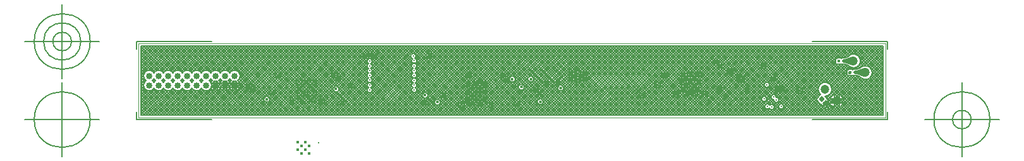
<source format=gbr>
G04 Generated by Ultiboard 14.2 *
%FSLAX46Y46*%
%MOIN*%

%ADD10C,0.000001*%
%ADD11C,0.005000*%
%ADD12C,0.020000*%
%ADD13C,0.000039*%
%ADD14C,0.015748*%
%ADD15C,0.011811*%
%ADD16C,0.033465*%
%ADD17C,0.047244*%
%ADD18R,0.018110X0.016535*%
%ADD19P,0.032293X4*%


G04 ColorRGB 000080 for the following layer *
%LNCopper Bottom*%
%LPD*%
G54D10*
G54D11*
X12560Y376261D02*
X17440Y381140D01*
X12560Y361261D02*
X32440Y381140D01*
X12560Y346261D02*
X47440Y381140D01*
X12560Y331261D02*
X62440Y381140D01*
X12560Y316261D02*
X77439Y381140D01*
X12560Y301261D02*
X92440Y381140D01*
X12560Y286261D02*
X107440Y381140D01*
X12560Y271261D02*
X122440Y381140D01*
X12560Y256261D02*
X137440Y381140D01*
X12560Y241261D02*
X152440Y381140D01*
X12560Y226261D02*
X167440Y381140D01*
X12560Y211261D02*
X25903Y224604D01*
X52247Y250947D02*
X182440Y381140D01*
X12560Y196261D02*
X27721Y211422D01*
X65428Y249129D02*
X197440Y381140D01*
X12560Y181261D02*
X33450Y202151D01*
X74700Y243400D02*
X212440Y381140D01*
X12560Y166261D02*
X27244Y180945D01*
X95905Y249606D02*
X227440Y381140D01*
X12560Y151261D02*
X26553Y165254D01*
X111596Y250297D02*
X242440Y381140D01*
X12560Y136261D02*
X31211Y154912D01*
X71938Y195639D02*
X81212Y204912D01*
X121938Y245639D02*
X257440Y381140D01*
X12560Y121261D02*
X38812Y147513D01*
X79339Y188039D02*
X88811Y197512D01*
X129339Y238039D02*
X272439Y381140D01*
X12560Y106261D02*
X49455Y143156D01*
X157270Y250971D02*
X287440Y381140D01*
X12560Y91261D02*
X66118Y144819D01*
X168874Y247575D02*
X302440Y381140D01*
X12560Y76261D02*
X85982Y149683D01*
X127168Y190869D02*
X135982Y199683D01*
X177168Y240869D02*
X317440Y381140D01*
X12560Y61261D02*
X95529Y144229D01*
X202247Y250947D02*
X332440Y381140D01*
X12560Y46261D02*
X109266Y142967D01*
X215428Y249129D02*
X347440Y381140D01*
X12560Y31261D02*
X133450Y152151D01*
X174700Y193400D02*
X183450Y202151D01*
X224700Y243400D02*
X362440Y381140D01*
X12560Y16261D02*
X142000Y145701D01*
X245905Y249606D02*
X377440Y381140D01*
X23860Y12560D02*
X153968Y142669D01*
X261596Y250297D02*
X392440Y381140D01*
X38860Y12560D02*
X181211Y154912D01*
X221938Y195639D02*
X231212Y204912D01*
X271938Y245639D02*
X407440Y381140D01*
X53860Y12560D02*
X188812Y147513D01*
X229339Y188039D02*
X238811Y197512D01*
X279339Y238039D02*
X422440Y381140D01*
X68860Y12560D02*
X199455Y143156D01*
X307270Y250971D02*
X437440Y381140D01*
X83860Y12560D02*
X216118Y144819D01*
X318874Y247575D02*
X452440Y381140D01*
X98860Y12560D02*
X235982Y149683D01*
X277168Y190869D02*
X285982Y199683D01*
X327168Y240869D02*
X467440Y381140D01*
X113860Y12560D02*
X245529Y144229D01*
X352247Y250947D02*
X482440Y381140D01*
X128860Y12560D02*
X259266Y142967D01*
X365428Y249129D02*
X497440Y381140D01*
X143860Y12560D02*
X283450Y152151D01*
X324700Y193400D02*
X333450Y202151D01*
X374700Y243400D02*
X512440Y381140D01*
X158860Y12560D02*
X292000Y145701D01*
X395905Y249606D02*
X527439Y381140D01*
X173860Y12560D02*
X303968Y142669D01*
X411596Y250297D02*
X542440Y381140D01*
X188860Y12560D02*
X331211Y154912D01*
X371938Y195639D02*
X381212Y204912D01*
X421938Y245639D02*
X557440Y381140D01*
X203860Y12560D02*
X338812Y147513D01*
X379339Y188039D02*
X388811Y197512D01*
X429339Y238039D02*
X572440Y381140D01*
X218860Y12560D02*
X349455Y143156D01*
X383694Y177395D02*
X388516Y182216D01*
X394634Y188335D02*
X399455Y193156D01*
X457270Y250971D02*
X587440Y381140D01*
X233860Y12560D02*
X366118Y144819D01*
X382784Y161484D02*
X393191Y171892D01*
X404959Y183659D02*
X415366Y194067D01*
X468874Y247575D02*
X602439Y381140D01*
X248860Y12560D02*
X385982Y149683D01*
X394634Y158335D02*
X398376Y162076D01*
X414774Y178475D02*
X418516Y182216D01*
X427168Y190869D02*
X435982Y199683D01*
X477168Y240869D02*
X617440Y381140D01*
X263860Y12560D02*
X433516Y182216D01*
X444634Y193335D02*
X445516Y194217D01*
X502247Y250947D02*
X632440Y381140D01*
X278860Y12560D02*
X415366Y149067D01*
X427784Y161484D02*
X459266Y192967D01*
X515428Y249129D02*
X647440Y381140D01*
X293860Y12560D02*
X433450Y152151D01*
X442784Y161484D02*
X445779Y164480D01*
X462370Y181071D02*
X465366Y184067D01*
X474700Y193400D02*
X483450Y202151D01*
X524700Y243400D02*
X662440Y381140D01*
X308860Y12560D02*
X442000Y145701D01*
X444634Y148335D02*
X456437Y160138D01*
X466713Y170414D02*
X478516Y182216D01*
X531150Y234850D02*
X677440Y381140D01*
X323860Y12560D02*
X465366Y154067D01*
X472784Y161484D02*
X493516Y182216D01*
X494634Y183335D02*
X503968Y192669D01*
X534182Y222882D02*
X692440Y381140D01*
X338860Y12560D02*
X481211Y154912D01*
X487784Y161484D02*
X493967Y167668D01*
X509182Y182883D02*
X515366Y189067D01*
X521938Y195639D02*
X707440Y381140D01*
X353860Y12560D02*
X488812Y147513D01*
X494634Y153335D02*
X501792Y160493D01*
X516358Y175058D02*
X523516Y182216D01*
X529337Y188038D02*
X722440Y381140D01*
X368860Y12560D02*
X515366Y159067D01*
X517784Y161484D02*
X737440Y381140D01*
X383860Y12560D02*
X516113Y144814D01*
X532036Y160737D02*
X752440Y381140D01*
X398860Y12560D02*
X767440Y381140D01*
X413860Y12560D02*
X574251Y172952D01*
X574548Y173249D02*
X782440Y381140D01*
X428860Y12560D02*
X571205Y154905D01*
X574548Y158249D02*
X579869Y163569D01*
X583931Y167631D02*
X589251Y172952D01*
X592595Y176295D02*
X797440Y381140D01*
X443860Y12560D02*
X585452Y154153D01*
X594548Y163249D02*
X812440Y381140D01*
X458860Y12560D02*
X587447Y141148D01*
X590847Y144548D02*
X596074Y149775D01*
X600225Y153926D02*
X605452Y159153D01*
X608852Y162553D02*
X827440Y381140D01*
X473860Y12560D02*
X605452Y144153D01*
X605847Y144548D02*
X842440Y381140D01*
X488860Y12560D02*
X857440Y381140D01*
X503860Y12560D02*
X721751Y230452D01*
X729548Y238249D02*
X872440Y381140D01*
X518860Y12560D02*
X722447Y216148D01*
X725847Y219548D02*
X731074Y224775D01*
X735225Y228926D02*
X740452Y234153D01*
X743852Y237553D02*
X887440Y381140D01*
X533860Y12560D02*
X740452Y219153D01*
X740847Y219548D02*
X902440Y381140D01*
X548860Y12560D02*
X917440Y381140D01*
X563860Y12560D02*
X691751Y140452D01*
X699548Y148249D02*
X932440Y381140D01*
X578860Y12560D02*
X660097Y93798D01*
X678702Y112403D02*
X692447Y126148D01*
X695847Y129548D02*
X701074Y134775D01*
X705225Y138926D02*
X710452Y144153D01*
X713852Y147553D02*
X947440Y381140D01*
X593860Y12560D02*
X666205Y84905D01*
X687595Y106295D02*
X710452Y129153D01*
X710847Y129548D02*
X962440Y381140D01*
X608860Y12560D02*
X678962Y82662D01*
X689838Y93538D02*
X977440Y381140D01*
X623860Y12560D02*
X992440Y381140D01*
X638860Y12560D02*
X1007440Y381140D01*
X653860Y12560D02*
X836751Y195452D01*
X839548Y198249D02*
X1022440Y381140D01*
X668860Y12560D02*
X834810Y178511D01*
X839548Y183249D02*
X842946Y186647D01*
X848353Y192054D02*
X851751Y195452D01*
X856489Y200190D02*
X1037439Y381140D01*
X683860Y12560D02*
X850452Y179153D01*
X855847Y184548D02*
X1052440Y381140D01*
X698860Y12560D02*
X830688Y144389D01*
X830847Y144548D02*
X850452Y164153D01*
X850612Y164312D02*
X850687Y164388D01*
X850847Y164548D02*
X870452Y184153D01*
X870612Y184312D02*
X870687Y184388D01*
X870847Y184548D02*
X890452Y204153D01*
X890611Y204312D02*
X1067440Y381140D01*
X713860Y12560D02*
X794532Y93233D01*
X799267Y97968D02*
X837745Y136446D01*
X839548Y138249D02*
X856751Y155452D01*
X859548Y158249D02*
X876751Y175452D01*
X879548Y178249D02*
X896751Y195452D01*
X898554Y197255D02*
X1082440Y381140D01*
X728860Y12560D02*
X793983Y77684D01*
X795847Y79548D02*
X812952Y96653D01*
X814816Y98517D02*
X831751Y115452D01*
X839548Y123249D02*
X851751Y135452D01*
X859548Y143249D02*
X871751Y155452D01*
X879548Y163249D02*
X891751Y175452D01*
X899548Y183249D02*
X911751Y195452D01*
X919548Y203249D02*
X1097440Y381140D01*
X743860Y12560D02*
X801959Y70660D01*
X802048Y70749D02*
X821751Y90452D01*
X821840Y90540D02*
X832447Y101148D01*
X835847Y104548D02*
X841074Y109775D01*
X845225Y113926D02*
X850452Y119153D01*
X855847Y124548D02*
X861074Y129775D01*
X865225Y133926D02*
X870452Y139153D01*
X875847Y144548D02*
X881074Y149775D01*
X885225Y153926D02*
X890452Y159153D01*
X895847Y164548D02*
X901074Y169775D01*
X905225Y173926D02*
X910452Y179153D01*
X915847Y184548D02*
X921074Y189775D01*
X925225Y193926D02*
X930452Y199153D01*
X933852Y202553D02*
X1112439Y381140D01*
X758860Y12560D02*
X850452Y104153D01*
X850847Y104548D02*
X870452Y124153D01*
X870847Y124548D02*
X890452Y144153D01*
X890847Y144548D02*
X910452Y164153D01*
X910847Y164548D02*
X930452Y184153D01*
X930847Y184548D02*
X1127440Y381140D01*
X773860Y12560D02*
X856751Y95452D01*
X859548Y98249D02*
X876751Y115452D01*
X879548Y118249D02*
X896751Y135452D01*
X899548Y138249D02*
X916751Y155452D01*
X919548Y158249D02*
X1142440Y381140D01*
X788860Y12560D02*
X854810Y78511D01*
X859548Y83249D02*
X862946Y86647D01*
X868353Y92054D02*
X871751Y95452D01*
X879548Y103249D02*
X882946Y106647D01*
X888353Y112054D02*
X891751Y115452D01*
X899548Y123249D02*
X902946Y126647D01*
X908353Y132054D02*
X911751Y135452D01*
X919548Y143249D02*
X922946Y146647D01*
X928353Y152054D02*
X931751Y155452D01*
X936489Y160190D02*
X1157440Y381140D01*
X803860Y12560D02*
X870452Y79153D01*
X875847Y84548D02*
X890452Y99153D01*
X895847Y104548D02*
X910452Y119153D01*
X915847Y124548D02*
X930452Y139153D01*
X935847Y144548D02*
X1024251Y232952D01*
X1024548Y233249D02*
X1172440Y381140D01*
X818860Y12560D02*
X890688Y84389D01*
X890847Y84548D02*
X910452Y104153D01*
X910612Y104312D02*
X910687Y104388D01*
X910847Y104548D02*
X930452Y124153D01*
X930611Y124312D02*
X1021205Y214905D01*
X1024548Y218249D02*
X1029869Y223569D01*
X1033931Y227631D02*
X1039251Y232952D01*
X1042595Y236295D02*
X1187440Y381140D01*
X833860Y12560D02*
X897745Y76446D01*
X899548Y78249D02*
X916751Y95452D01*
X919548Y98249D02*
X936751Y115452D01*
X938554Y117255D02*
X1035452Y214153D01*
X1043347Y222048D02*
X1202440Y381140D01*
X848860Y12560D02*
X913479Y77179D01*
X917821Y81521D02*
X933479Y97179D01*
X937821Y101521D02*
X1036483Y200184D01*
X1038347Y202048D02*
X1055452Y219153D01*
X1057316Y221017D02*
X1217440Y381140D01*
X863860Y12560D02*
X1044459Y193160D01*
X1044548Y193249D02*
X1064251Y212952D01*
X1064340Y213040D02*
X1184251Y332952D01*
X1192048Y340749D02*
X1232440Y381140D01*
X878860Y12560D02*
X956751Y90452D01*
X957048Y90749D02*
X1027032Y160733D01*
X1031767Y165468D02*
X1184947Y318648D01*
X1188347Y322048D02*
X1193574Y327275D01*
X1197725Y331426D02*
X1202952Y336653D01*
X1206352Y340053D02*
X1247440Y381140D01*
X893860Y12560D02*
X953705Y72405D01*
X957048Y75749D02*
X962369Y81069D01*
X966431Y85131D02*
X971751Y90452D01*
X975095Y93795D02*
X1026483Y145184D01*
X1047316Y166017D02*
X1202952Y321653D01*
X1203347Y322048D02*
X1214251Y332952D01*
X1214548Y333249D02*
X1262440Y381140D01*
X908860Y12560D02*
X967952Y71653D01*
X975847Y79548D02*
X1034469Y138170D01*
X1054330Y158031D02*
X1211205Y314905D01*
X1214548Y318249D02*
X1219869Y323569D01*
X1223931Y327631D02*
X1229251Y332952D01*
X1237048Y340749D02*
X1277440Y381140D01*
X923860Y12560D02*
X1205453Y294154D01*
X1223346Y312047D02*
X1225452Y314153D01*
X1233347Y322048D02*
X1238574Y327275D01*
X1242725Y331426D02*
X1247952Y336653D01*
X1251352Y340053D02*
X1292440Y381140D01*
X938860Y12560D02*
X1204498Y278199D01*
X1230292Y303993D02*
X1247952Y321653D01*
X1248347Y322048D02*
X1307440Y381140D01*
X953860Y12560D02*
X1105688Y164389D01*
X1105847Y164548D02*
X1125452Y184153D01*
X1125611Y184312D02*
X1207450Y266151D01*
X1226349Y285050D02*
X1322440Y381140D01*
X968860Y12560D02*
X1112745Y156446D01*
X1114548Y158249D02*
X1131751Y175452D01*
X1133554Y177255D02*
X1204266Y247967D01*
X1230885Y274586D02*
X1337440Y381140D01*
X983860Y12560D02*
X1059532Y88233D01*
X1064267Y92968D02*
X1128479Y157179D01*
X1132821Y161521D02*
X1210115Y238816D01*
X1228684Y257385D02*
X1352440Y381140D01*
X998860Y12560D02*
X1058983Y72684D01*
X1060847Y74548D02*
X1077952Y91653D01*
X1079816Y93517D02*
X1205453Y219154D01*
X1223346Y237047D02*
X1225742Y239443D01*
X1228057Y241758D02*
X1367440Y381140D01*
X1013860Y12560D02*
X1066959Y65660D01*
X1067048Y65749D02*
X1086751Y85452D01*
X1086840Y85540D02*
X1204498Y203199D01*
X1230292Y228993D02*
X1382440Y381140D01*
X1028860Y12560D02*
X1207450Y191151D01*
X1226349Y210050D02*
X1397440Y381140D01*
X1043860Y12560D02*
X1204110Y172811D01*
X1217189Y185890D02*
X1217914Y186615D01*
X1230885Y199586D02*
X1412440Y381140D01*
X1058860Y12560D02*
X1208702Y162403D01*
X1227597Y181298D02*
X1427440Y381140D01*
X1073860Y12560D02*
X1204734Y143435D01*
X1230469Y169170D02*
X1442440Y381140D01*
X1088860Y12560D02*
X1211721Y135422D01*
X1229578Y153279D02*
X1457440Y381140D01*
X1103860Y12560D02*
X1472440Y381140D01*
X1118860Y12560D02*
X1434110Y327811D01*
X1447189Y340890D02*
X1487440Y381140D01*
X1133860Y12560D02*
X1438702Y317403D01*
X1457597Y336298D02*
X1502440Y381140D01*
X1148860Y12560D02*
X1439110Y302811D01*
X1460469Y324170D02*
X1517440Y381140D01*
X1163860Y12560D02*
X1443702Y292403D01*
X1462597Y311298D02*
X1532440Y381140D01*
X1178860Y12560D02*
X1439266Y272967D01*
X1454533Y288234D02*
X1455830Y289531D01*
X1465469Y299170D02*
X1547440Y381140D01*
X1193860Y12560D02*
X1445115Y263816D01*
X1463684Y282385D02*
X1519532Y338233D01*
X1524267Y342968D02*
X1562440Y381140D01*
X1208860Y12560D02*
X1440453Y244154D01*
X1458346Y262047D02*
X1460742Y264443D01*
X1463057Y266758D02*
X1518983Y322684D01*
X1520847Y324548D02*
X1537952Y341653D01*
X1539816Y343517D02*
X1577440Y381140D01*
X1223860Y12560D02*
X1439498Y228199D01*
X1465292Y253993D02*
X1526959Y315660D01*
X1527048Y315749D02*
X1546751Y335452D01*
X1546840Y335540D02*
X1592440Y381140D01*
X1238860Y12560D02*
X1442450Y216151D01*
X1461349Y235050D02*
X1607440Y381140D01*
X1253860Y12560D02*
X1439110Y197811D01*
X1452189Y210890D02*
X1452914Y211615D01*
X1465885Y224586D02*
X1622440Y381140D01*
X1268860Y12560D02*
X1443702Y187403D01*
X1462597Y206298D02*
X1637440Y381140D01*
X1283860Y12560D02*
X1439734Y168435D01*
X1465469Y194170D02*
X1652440Y381140D01*
X1298860Y12560D02*
X1441660Y155361D01*
X1444639Y158340D02*
X1446721Y160422D01*
X1464578Y178279D02*
X1667440Y381140D01*
X1313860Y12560D02*
X1441353Y140054D01*
X1459946Y158647D02*
X1682440Y381140D01*
X1328860Y12560D02*
X1450552Y134253D01*
X1465747Y149448D02*
X1697440Y381140D01*
X1343860Y12560D02*
X1712440Y381140D01*
X1358860Y12560D02*
X1727440Y381140D01*
X1373860Y12560D02*
X1742440Y381140D01*
X1388860Y12560D02*
X1494712Y118413D01*
X1511587Y135288D02*
X1757440Y381140D01*
X1403860Y12560D02*
X1499810Y108511D01*
X1521489Y130190D02*
X1772440Y381140D01*
X1418860Y12560D02*
X1510973Y104674D01*
X1525326Y119027D02*
X1787440Y381140D01*
X1433860Y12560D02*
X1495688Y74389D01*
X1495847Y74548D02*
X1515452Y94153D01*
X1515611Y94312D02*
X1802440Y381140D01*
X1448860Y12560D02*
X1502745Y66446D01*
X1504548Y68249D02*
X1521751Y85452D01*
X1523554Y87255D02*
X1817440Y381140D01*
X1463860Y12560D02*
X1518479Y67179D01*
X1522821Y71521D02*
X1832440Y381140D01*
X1478860Y12560D02*
X1847440Y381140D01*
X1493860Y12560D02*
X1560097Y78798D01*
X1578702Y97403D02*
X1595688Y114389D01*
X1595847Y114548D02*
X1615452Y134153D01*
X1615611Y134312D02*
X1862440Y381140D01*
X1508860Y12560D02*
X1566205Y69905D01*
X1587595Y91295D02*
X1602745Y106446D01*
X1604548Y108249D02*
X1621751Y125452D01*
X1623554Y127255D02*
X1726751Y230452D01*
X1734548Y238249D02*
X1877440Y381140D01*
X1523860Y12560D02*
X1578962Y67662D01*
X1589838Y78538D02*
X1618479Y107179D01*
X1622821Y111521D02*
X1727447Y216148D01*
X1730847Y219548D02*
X1736074Y224775D01*
X1740225Y228926D02*
X1745452Y234153D01*
X1748852Y237553D02*
X1892440Y381140D01*
X1538860Y12560D02*
X1745452Y219153D01*
X1745847Y219548D02*
X1907440Y381140D01*
X1553860Y12560D02*
X1922440Y381140D01*
X1568860Y12560D02*
X1725688Y169389D01*
X1725847Y169548D02*
X1745452Y189153D01*
X1745611Y189312D02*
X1937440Y381140D01*
X1583860Y12560D02*
X1732745Y161446D01*
X1734548Y163249D02*
X1751751Y180452D01*
X1753554Y182255D02*
X1952440Y381140D01*
X1598860Y12560D02*
X1726751Y140452D01*
X1734548Y148249D02*
X1746751Y160452D01*
X1754548Y168249D02*
X1766751Y180452D01*
X1774548Y188249D02*
X1967440Y381140D01*
X1613860Y12560D02*
X1727447Y126148D01*
X1730847Y129548D02*
X1736074Y134775D01*
X1740225Y138926D02*
X1745452Y144153D01*
X1750847Y149548D02*
X1756074Y154775D01*
X1760225Y158926D02*
X1765452Y164153D01*
X1770847Y169548D02*
X1776074Y174775D01*
X1780225Y178926D02*
X1785452Y184153D01*
X1788852Y187553D02*
X1982440Y381140D01*
X1628860Y12560D02*
X1691751Y75452D01*
X1697048Y80749D02*
X1745452Y129153D01*
X1745847Y129548D02*
X1765452Y149153D01*
X1765847Y149548D02*
X1785452Y169153D01*
X1785847Y169548D02*
X1997440Y381140D01*
X1643860Y12560D02*
X1691058Y59759D01*
X1695847Y64548D02*
X1699184Y67884D01*
X1704616Y73316D02*
X1707952Y76653D01*
X1712741Y81442D02*
X1731751Y100452D01*
X1734548Y103249D02*
X1751751Y120452D01*
X1754548Y123249D02*
X1771751Y140452D01*
X1774548Y143249D02*
X1791751Y160452D01*
X1794548Y163249D02*
X1811751Y180452D01*
X1814548Y183249D02*
X2012439Y381140D01*
X1658860Y12560D02*
X1707952Y61653D01*
X1710847Y64548D02*
X1729810Y83511D01*
X1734548Y88249D02*
X1737946Y91647D01*
X1743353Y97054D02*
X1746751Y100452D01*
X1754548Y108249D02*
X1757946Y111647D01*
X1763353Y117054D02*
X1766751Y120452D01*
X1774548Y128249D02*
X1777946Y131647D01*
X1783353Y137054D02*
X1786751Y140452D01*
X1794548Y148249D02*
X1797946Y151647D01*
X1803353Y157054D02*
X1806751Y160452D01*
X1814548Y168249D02*
X1817946Y171647D01*
X1823353Y177054D02*
X1826751Y180452D01*
X1831489Y185190D02*
X2027440Y381140D01*
X1673860Y12560D02*
X1745452Y84153D01*
X1750847Y89548D02*
X1765452Y104153D01*
X1770847Y109548D02*
X1785452Y124153D01*
X1790847Y129548D02*
X1805452Y144153D01*
X1810847Y149548D02*
X1825452Y164153D01*
X1830847Y169548D02*
X2042440Y381140D01*
X1688860Y12560D02*
X1745688Y69389D01*
X1745847Y69548D02*
X1765452Y89153D01*
X1765612Y89312D02*
X1765687Y89388D01*
X1765847Y89548D02*
X1785452Y109153D01*
X1785612Y109312D02*
X1785687Y109388D01*
X1785847Y109548D02*
X1805452Y129153D01*
X1805612Y129312D02*
X1805687Y129388D01*
X1805847Y129548D02*
X1825452Y149153D01*
X1825611Y149312D02*
X1907032Y230733D01*
X1911767Y235468D02*
X2057440Y381140D01*
X1703860Y12560D02*
X1752745Y61446D01*
X1754548Y63249D02*
X1771751Y80452D01*
X1774548Y83249D02*
X1791751Y100452D01*
X1794548Y103249D02*
X1811751Y120452D01*
X1814548Y123249D02*
X1831751Y140452D01*
X1833554Y142255D02*
X1906483Y215184D01*
X1908347Y217048D02*
X1925452Y234153D01*
X1927316Y236017D02*
X2072440Y381140D01*
X1718860Y12560D02*
X1768479Y62179D01*
X1772821Y66521D02*
X1786751Y80452D01*
X1794548Y88249D02*
X1806751Y100452D01*
X1814548Y108249D02*
X1828479Y122179D01*
X1832821Y126521D02*
X1914459Y208160D01*
X1914548Y208249D02*
X1934251Y227952D01*
X1934340Y228040D02*
X2087439Y381140D01*
X1733860Y12560D02*
X1787447Y66148D01*
X1790847Y69548D02*
X1796074Y74775D01*
X1800225Y78926D02*
X1805452Y84153D01*
X1810847Y89548D02*
X1816074Y94775D01*
X1820225Y98926D02*
X1825452Y104153D01*
X1828852Y107553D02*
X1929251Y207952D01*
X1934548Y213249D02*
X2102440Y381140D01*
X1748860Y12560D02*
X1805452Y69153D01*
X1805847Y69548D02*
X1825452Y89153D01*
X1825847Y89548D02*
X1928558Y192259D01*
X1933347Y197048D02*
X1936684Y200384D01*
X1942116Y205816D02*
X1945452Y209153D01*
X1950241Y213942D02*
X2117440Y381140D01*
X1763860Y12560D02*
X1945452Y194153D01*
X1948347Y197048D02*
X1954712Y203413D01*
X1971587Y220288D02*
X2132440Y381140D01*
X1778860Y12560D02*
X1841751Y75452D01*
X1849548Y83249D02*
X1959810Y193511D01*
X1981489Y215190D02*
X2147440Y381140D01*
X1793860Y12560D02*
X1842447Y61148D01*
X1845847Y64548D02*
X1851074Y69775D01*
X1855225Y73926D02*
X1860452Y79153D01*
X1863852Y82553D02*
X1970973Y189674D01*
X1985326Y204027D02*
X2162439Y381140D01*
X1808860Y12560D02*
X1860452Y64153D01*
X1860847Y64548D02*
X2177440Y381140D01*
X1823860Y12560D02*
X2192440Y381140D01*
X1838860Y12560D02*
X2207440Y381140D01*
X1853860Y12560D02*
X2002212Y160913D01*
X2019087Y177788D02*
X2054532Y213233D01*
X2059267Y217968D02*
X2222440Y381140D01*
X1868860Y12560D02*
X2007310Y151011D01*
X2028989Y172690D02*
X2053983Y197684D01*
X2074816Y218517D02*
X2237439Y381140D01*
X1883860Y12560D02*
X2018473Y147174D01*
X2032826Y161527D02*
X2061969Y190670D01*
X2081830Y210531D02*
X2252440Y381140D01*
X1898860Y12560D02*
X2267440Y381140D01*
X1913860Y12560D02*
X1981751Y80452D01*
X1989548Y88249D02*
X2282440Y381140D01*
X1928860Y12560D02*
X1982447Y66148D01*
X1985847Y69548D02*
X1991074Y74775D01*
X1995225Y78926D02*
X2000452Y84153D01*
X2003852Y87553D02*
X2297440Y381140D01*
X1943860Y12560D02*
X2000452Y69153D01*
X2000847Y69548D02*
X2084251Y152952D01*
X2089548Y158249D02*
X2312439Y381140D01*
X1958860Y12560D02*
X2083558Y137259D01*
X2088347Y142048D02*
X2091684Y145384D01*
X2097116Y150816D02*
X2100452Y154153D01*
X2105241Y158942D02*
X2327440Y381140D01*
X1973860Y12560D02*
X2100452Y139153D01*
X2103347Y142048D02*
X2136156Y174857D01*
X2137347Y176048D02*
X2155452Y194153D01*
X2156643Y195344D02*
X2342440Y381140D01*
X1988860Y12560D02*
X2100688Y124389D01*
X2100847Y124548D02*
X2120452Y144153D01*
X2120611Y144312D02*
X2143763Y167464D01*
X2144548Y168249D02*
X2163251Y186952D01*
X2164036Y187737D02*
X2357440Y381140D01*
X2003860Y12560D02*
X2107745Y116446D01*
X2109548Y118249D02*
X2126751Y135452D01*
X2128554Y137255D02*
X2372440Y381140D01*
X2018860Y12560D02*
X2123479Y117179D01*
X2127821Y121521D02*
X2387439Y381140D01*
X2033860Y12560D02*
X2102597Y81298D01*
X2121202Y99903D02*
X2196156Y174857D01*
X2197347Y176048D02*
X2215452Y194153D01*
X2216643Y195344D02*
X2264532Y243233D01*
X2269267Y247968D02*
X2402440Y381140D01*
X2048860Y12560D02*
X2108705Y72405D01*
X2130095Y93795D02*
X2203763Y167464D01*
X2204548Y168249D02*
X2223251Y186952D01*
X2224036Y187737D02*
X2263983Y227684D01*
X2265847Y229548D02*
X2282952Y246653D01*
X2284816Y248517D02*
X2417440Y381140D01*
X2063860Y12560D02*
X2121462Y70162D01*
X2132338Y81038D02*
X2209669Y158369D01*
X2224131Y172831D02*
X2264532Y213233D01*
X2269267Y217968D02*
X2271959Y220660D01*
X2272048Y220749D02*
X2291751Y240452D01*
X2291840Y240540D02*
X2432440Y381140D01*
X2078860Y12560D02*
X2213558Y147259D01*
X2235241Y168942D02*
X2263983Y197684D01*
X2265847Y199548D02*
X2280688Y214389D01*
X2280847Y214548D02*
X2282952Y216653D01*
X2284816Y218517D02*
X2300452Y234153D01*
X2300611Y234312D02*
X2306751Y240452D01*
X2309548Y243249D02*
X2447440Y381140D01*
X2093860Y12560D02*
X2223499Y142200D01*
X2240300Y159001D02*
X2271959Y190660D01*
X2272048Y190749D02*
X2287745Y206446D01*
X2289548Y208249D02*
X2291751Y210452D01*
X2291840Y210540D02*
X2304810Y223511D01*
X2309548Y228249D02*
X2312946Y231647D01*
X2318353Y237054D02*
X2321751Y240452D01*
X2326489Y245190D02*
X2462439Y381140D01*
X2108860Y12560D02*
X2303479Y207179D01*
X2309548Y213249D02*
X2320452Y224153D01*
X2329548Y233249D02*
X2339532Y243233D01*
X2344267Y247968D02*
X2477440Y381140D01*
X2123860Y12560D02*
X2304810Y193511D01*
X2309548Y198249D02*
X2312946Y201647D01*
X2318353Y207054D02*
X2321751Y210452D01*
X2326489Y215190D02*
X2331074Y219775D01*
X2335225Y223926D02*
X2338983Y227684D01*
X2343852Y232553D02*
X2357952Y246653D01*
X2359816Y248517D02*
X2492440Y381140D01*
X2138860Y12560D02*
X2320452Y194153D01*
X2325847Y199548D02*
X2339532Y213233D01*
X2344267Y217968D02*
X2346959Y220660D01*
X2347048Y220749D02*
X2366751Y240452D01*
X2366840Y240540D02*
X2507440Y381140D01*
X2153860Y12560D02*
X2338983Y197684D01*
X2340847Y199548D02*
X2357952Y216653D01*
X2359816Y218517D02*
X2522440Y381140D01*
X2168860Y12560D02*
X2346959Y190660D01*
X2347048Y190749D02*
X2366751Y210452D01*
X2366840Y210540D02*
X2537439Y381140D01*
X2183860Y12560D02*
X2552440Y381140D01*
X2198860Y12560D02*
X2567440Y381140D01*
X2213860Y12560D02*
X2582440Y381140D01*
X2228860Y12560D02*
X2597440Y381140D01*
X2243860Y12560D02*
X2612439Y381140D01*
X2258860Y12560D02*
X2627440Y381140D01*
X2273860Y12560D02*
X2642440Y381140D01*
X2288860Y12560D02*
X2657440Y381140D01*
X2303860Y12560D02*
X2672440Y381140D01*
X2318860Y12560D02*
X2687440Y381140D01*
X2333860Y12560D02*
X2702440Y381140D01*
X2348860Y12560D02*
X2717440Y381140D01*
X2363860Y12560D02*
X2732440Y381140D01*
X2378860Y12560D02*
X2747440Y381140D01*
X2393860Y12560D02*
X2762440Y381140D01*
X2408860Y12560D02*
X2777440Y381140D01*
X2423860Y12560D02*
X2792440Y381140D01*
X2438860Y12560D02*
X2807440Y381140D01*
X2453860Y12560D02*
X2822440Y381140D01*
X2468860Y12560D02*
X2837440Y381140D01*
X2483860Y12560D02*
X2852440Y381140D01*
X2498860Y12560D02*
X2620688Y134389D01*
X2620847Y134548D02*
X2640452Y154153D01*
X2640611Y154312D02*
X2867440Y381140D01*
X2513860Y12560D02*
X2627745Y126446D01*
X2629548Y128249D02*
X2646751Y145452D01*
X2648554Y147255D02*
X2882440Y381140D01*
X2528860Y12560D02*
X2643479Y127179D01*
X2649548Y133249D02*
X2897440Y381140D01*
X2543860Y12560D02*
X2643558Y112259D01*
X2648347Y117048D02*
X2651684Y120384D01*
X2657116Y125816D02*
X2660452Y129153D01*
X2665241Y133942D02*
X2761751Y230452D01*
X2764548Y233249D02*
X2912440Y381140D01*
X2558860Y12560D02*
X2660452Y114153D01*
X2663347Y117048D02*
X2726751Y180452D01*
X2729548Y183249D02*
X2759810Y213511D01*
X2764548Y218249D02*
X2767946Y221647D01*
X2773353Y227054D02*
X2776751Y230452D01*
X2781489Y235190D02*
X2927440Y381140D01*
X2573860Y12560D02*
X2724810Y163511D01*
X2729548Y168249D02*
X2732946Y171647D01*
X2738353Y177054D02*
X2741751Y180452D01*
X2746489Y185190D02*
X2775452Y214153D01*
X2780847Y219548D02*
X2942440Y381140D01*
X2588860Y12560D02*
X2740452Y164153D01*
X2745847Y169548D02*
X2957440Y381140D01*
X2603860Y12560D02*
X2972440Y381140D01*
X2618860Y12560D02*
X2987440Y381140D01*
X2633860Y12560D02*
X2856751Y235452D01*
X2864548Y243249D02*
X3002440Y381140D01*
X2648860Y12560D02*
X2857447Y221148D01*
X2860847Y224548D02*
X2866074Y229775D01*
X2870225Y233926D02*
X2875452Y239153D01*
X2878852Y242553D02*
X3017440Y381140D01*
X2663860Y12560D02*
X2875452Y224153D01*
X2875847Y224548D02*
X3032440Y381140D01*
X2678860Y12560D02*
X2861751Y195452D01*
X2864548Y198249D02*
X2881751Y215452D01*
X2884548Y218249D02*
X2901751Y235452D01*
X2904548Y238249D02*
X3047440Y381140D01*
X2693860Y12560D02*
X2859810Y178511D01*
X2864548Y183249D02*
X2867946Y186647D01*
X2873353Y192054D02*
X2876751Y195452D01*
X2884548Y203249D02*
X2887946Y206647D01*
X2893353Y212054D02*
X2896751Y215452D01*
X2904548Y223249D02*
X2907946Y226647D01*
X2913353Y232054D02*
X2916751Y235452D01*
X2921489Y240190D02*
X3062440Y381140D01*
X2708860Y12560D02*
X2826751Y130452D01*
X2827048Y130749D02*
X2875452Y179153D01*
X2880847Y184548D02*
X2895452Y199153D01*
X2900847Y204548D02*
X2915452Y219153D01*
X2920847Y224548D02*
X3077440Y381140D01*
X2723860Y12560D02*
X2823705Y112405D01*
X2827048Y115749D02*
X2832369Y121069D01*
X2836431Y125131D02*
X2841751Y130452D01*
X2845095Y133795D02*
X2855688Y144389D01*
X2855847Y144548D02*
X2875452Y164153D01*
X2875612Y164312D02*
X2875687Y164388D01*
X2875847Y164548D02*
X2895452Y184153D01*
X2895612Y184312D02*
X2895687Y184388D01*
X2895847Y184548D02*
X2915452Y204153D01*
X2915612Y204312D02*
X2915687Y204388D01*
X2915847Y204548D02*
X2935452Y224153D01*
X2935612Y224312D02*
X2935687Y224388D01*
X2935847Y224548D02*
X2955452Y244153D01*
X2955611Y244312D02*
X3092440Y381140D01*
X2738860Y12560D02*
X2837952Y111653D01*
X2845847Y119548D02*
X2862745Y136446D01*
X2864548Y138249D02*
X2881751Y155452D01*
X2884548Y158249D02*
X2901751Y175452D01*
X2904548Y178249D02*
X2921751Y195452D01*
X2924548Y198249D02*
X2941751Y215452D01*
X2944548Y218249D02*
X2961751Y235452D01*
X2963554Y237255D02*
X3107440Y381140D01*
X2753860Y12560D02*
X2876751Y135452D01*
X2884548Y143249D02*
X2896751Y155452D01*
X2904548Y163249D02*
X2916751Y175452D01*
X2924548Y183249D02*
X2936751Y195452D01*
X2944548Y203249D02*
X2958479Y217179D01*
X2962821Y221521D02*
X3039251Y297952D01*
X3039548Y298249D02*
X3122440Y381140D01*
X2768860Y12560D02*
X2877447Y121148D01*
X2880847Y124548D02*
X2886074Y129775D01*
X2890225Y133926D02*
X2895452Y139153D01*
X2900847Y144548D02*
X2906074Y149775D01*
X2910225Y153926D02*
X2915452Y159153D01*
X2920847Y164548D02*
X2926074Y169775D01*
X2930225Y173926D02*
X2935452Y179153D01*
X2940847Y184548D02*
X2946074Y189775D01*
X2950225Y193926D02*
X2955452Y199153D01*
X2958852Y202553D02*
X3036205Y279905D01*
X3039548Y283249D02*
X3044869Y288569D01*
X3048931Y292631D02*
X3054251Y297952D01*
X3057595Y301295D02*
X3137440Y381140D01*
X2783860Y12560D02*
X2895452Y124153D01*
X2895847Y124548D02*
X2915452Y144153D01*
X2915847Y144548D02*
X2935452Y164153D01*
X2935847Y164548D02*
X2955452Y184153D01*
X2955847Y184548D02*
X3050452Y279153D01*
X3058347Y287048D02*
X3152440Y381140D01*
X2798860Y12560D02*
X2921751Y135452D01*
X2924548Y138249D02*
X2941751Y155452D01*
X2944548Y158249D02*
X3051483Y265184D01*
X3053347Y267048D02*
X3070452Y284153D01*
X3072316Y286017D02*
X3167440Y381140D01*
X2813860Y12560D02*
X2919810Y118511D01*
X2924548Y123249D02*
X2927946Y126647D01*
X2933353Y132054D02*
X2936751Y135452D01*
X2944548Y143249D02*
X2947946Y146647D01*
X2953353Y152054D02*
X2956751Y155452D01*
X2961489Y160190D02*
X3059459Y258160D01*
X3059548Y258249D02*
X3079251Y277952D01*
X3079340Y278040D02*
X3182440Y381140D01*
X2828860Y12560D02*
X2935452Y119153D01*
X2940847Y124548D02*
X2955452Y139153D01*
X2960847Y144548D02*
X3197440Y381140D01*
X2843860Y12560D02*
X3212440Y381140D01*
X2858860Y12560D02*
X2976751Y130452D01*
X2979548Y133249D02*
X3227440Y381140D01*
X2873860Y12560D02*
X2974810Y113511D01*
X2979548Y118249D02*
X2982946Y121647D01*
X2988353Y127054D02*
X2991751Y130452D01*
X2996489Y135190D02*
X3111751Y250452D01*
X3114548Y253249D02*
X3242440Y381140D01*
X2888860Y12560D02*
X2990452Y114153D01*
X2995847Y119548D02*
X3109810Y233511D01*
X3114548Y238249D02*
X3117946Y241647D01*
X3123353Y247054D02*
X3126751Y250452D01*
X3131489Y255190D02*
X3257440Y381140D01*
X2903860Y12560D02*
X3051751Y160452D01*
X3057048Y165749D02*
X3125452Y234153D01*
X3130847Y239548D02*
X3272440Y381140D01*
X2918860Y12560D02*
X3051058Y144759D01*
X3055847Y149548D02*
X3059184Y152884D01*
X3064616Y158316D02*
X3067952Y161653D01*
X3072741Y166442D02*
X3287440Y381140D01*
X2933860Y12560D02*
X3067952Y146653D01*
X3070847Y149548D02*
X3302440Y381140D01*
X2948860Y12560D02*
X3161751Y225452D01*
X3162048Y225749D02*
X3317440Y381140D01*
X2963860Y12560D02*
X3158703Y207403D01*
X3162048Y210749D02*
X3167369Y216069D01*
X3171431Y220131D02*
X3171751Y220452D01*
X3180095Y228795D02*
X3332440Y381140D01*
X2978860Y12560D02*
X3157310Y191011D01*
X3162048Y195749D02*
X3165446Y199147D01*
X3170853Y204554D02*
X3172032Y205733D01*
X3180847Y214548D02*
X3181074Y214775D01*
X3185225Y218926D02*
X3190452Y224153D01*
X3193852Y227553D02*
X3347440Y381140D01*
X2993860Y12560D02*
X3171483Y190184D01*
X3178347Y197048D02*
X3190452Y209153D01*
X3192316Y211017D02*
X3362440Y381140D01*
X3008860Y12560D02*
X3179459Y183160D01*
X3179548Y183249D02*
X3199251Y202952D01*
X3199340Y203040D02*
X3377440Y381140D01*
X3023860Y12560D02*
X3280688Y269389D01*
X3280847Y269548D02*
X3300452Y289153D01*
X3300611Y289312D02*
X3392440Y381140D01*
X3038860Y12560D02*
X3287745Y261446D01*
X3289548Y263249D02*
X3306751Y280452D01*
X3308554Y282255D02*
X3407440Y381140D01*
X3053860Y12560D02*
X3303479Y262179D01*
X3307821Y266521D02*
X3422440Y381140D01*
X3068860Y12560D02*
X3195688Y139389D01*
X3195847Y139548D02*
X3215452Y159153D01*
X3215611Y159312D02*
X3437440Y381140D01*
X3083860Y12560D02*
X3202745Y131446D01*
X3204548Y133249D02*
X3221751Y150452D01*
X3223554Y152255D02*
X3452440Y381140D01*
X3098860Y12560D02*
X3218479Y132179D01*
X3222821Y136521D02*
X3467440Y381140D01*
X3113860Y12560D02*
X3482440Y381140D01*
X3128860Y12560D02*
X3497440Y381140D01*
X3143860Y12560D02*
X3300453Y169154D01*
X3318346Y187047D02*
X3330688Y199389D01*
X3330847Y199548D02*
X3350452Y219153D01*
X3350611Y219312D02*
X3512440Y381140D01*
X3158860Y12560D02*
X3308507Y162208D01*
X3325292Y178993D02*
X3337745Y191446D01*
X3339548Y193249D02*
X3356751Y210452D01*
X3358554Y212255D02*
X3527440Y381140D01*
X3173860Y12560D02*
X3353479Y192179D01*
X3357821Y196521D02*
X3542440Y381140D01*
X3188860Y12560D02*
X3557440Y381140D01*
X3203860Y12560D02*
X3285453Y94154D01*
X3303346Y112047D02*
X3572440Y381140D01*
X3218860Y12560D02*
X3293507Y87208D01*
X3310292Y103993D02*
X3355688Y149389D01*
X3355847Y149548D02*
X3375452Y169153D01*
X3375611Y169312D02*
X3587440Y381140D01*
X3233860Y12560D02*
X3334498Y113199D01*
X3344301Y123002D02*
X3362745Y141446D01*
X3364548Y143249D02*
X3381751Y160452D01*
X3383554Y162255D02*
X3602440Y381140D01*
X3248860Y12560D02*
X3304160Y67861D01*
X3307139Y70840D02*
X3337450Y101151D01*
X3356349Y120050D02*
X3378479Y142179D01*
X3382821Y146521D02*
X3387369Y151069D01*
X3391431Y155131D02*
X3396751Y160452D01*
X3400095Y163795D02*
X3617440Y381140D01*
X3263860Y12560D02*
X3303853Y52554D01*
X3322446Y71147D02*
X3347914Y96615D01*
X3360885Y109586D02*
X3392952Y141653D01*
X3400847Y149548D02*
X3632440Y381140D01*
X3278860Y12560D02*
X3313052Y46753D01*
X3337189Y70890D02*
X3352450Y86151D01*
X3371349Y105050D02*
X3647440Y381140D01*
X3293860Y12560D02*
X3328702Y47403D01*
X3347597Y66298D02*
X3362914Y81615D01*
X3375885Y94586D02*
X3662440Y381140D01*
X3308860Y12560D02*
X3340830Y44531D01*
X3350469Y54170D02*
X3677440Y381140D01*
X3323860Y12560D02*
X3374498Y63199D01*
X3384301Y73002D02*
X3692440Y381140D01*
X3338860Y12560D02*
X3377450Y51151D01*
X3396349Y70050D02*
X3476751Y150452D01*
X3479548Y153249D02*
X3707440Y381140D01*
X3353860Y12560D02*
X3387914Y46615D01*
X3400885Y59586D02*
X3474810Y133511D01*
X3479548Y138249D02*
X3482946Y141647D01*
X3488353Y147054D02*
X3491751Y150452D01*
X3496489Y155190D02*
X3722440Y381140D01*
X3368860Y12560D02*
X3490452Y134153D01*
X3495847Y139548D02*
X3737440Y381140D01*
X3383860Y12560D02*
X3675416Y304117D01*
X3687103Y315804D02*
X3752440Y381140D01*
X3398860Y12560D02*
X3675768Y289469D01*
X3702033Y315733D02*
X3767440Y381140D01*
X3413860Y12560D02*
X3685495Y284196D01*
X3718884Y317585D02*
X3782440Y381140D01*
X3428860Y12560D02*
X3700495Y284196D01*
X3740380Y324081D02*
X3797440Y381140D01*
X3443860Y12560D02*
X3582687Y151388D01*
X3618409Y187110D02*
X3714154Y282855D01*
X3768612Y337313D02*
X3812440Y381140D01*
X3458860Y12560D02*
X3584908Y138609D01*
X3631188Y184889D02*
X3727361Y281062D01*
X3781391Y335092D02*
X3827440Y381140D01*
X3473860Y12560D02*
X3590238Y128939D01*
X3640857Y179558D02*
X3738915Y277616D01*
X3791061Y329762D02*
X3842440Y381140D01*
X3488860Y12560D02*
X3573682Y97383D01*
X3648207Y171908D02*
X3748092Y271793D01*
X3798410Y322111D02*
X3857440Y381140D01*
X3503860Y12560D02*
X3579092Y87793D01*
X3653208Y161909D02*
X3735416Y244117D01*
X3747103Y255804D02*
X3758091Y266792D01*
X3803411Y312112D02*
X3872440Y381140D01*
X3518860Y12560D02*
X3586592Y80293D01*
X3619707Y113408D02*
X3621307Y115008D01*
X3654789Y148489D02*
X3735768Y229469D01*
X3762033Y255733D02*
X3771511Y265211D01*
X3804992Y298693D02*
X3887440Y381140D01*
X3533860Y12560D02*
X3594201Y72901D01*
X3627099Y105799D02*
X3744469Y223170D01*
X3778884Y257585D02*
X3902440Y381140D01*
X3548860Y12560D02*
X3602009Y65710D01*
X3611208Y74909D02*
X3625091Y88792D01*
X3634290Y97991D02*
X3760495Y224196D01*
X3797756Y261457D02*
X3917440Y381140D01*
X3563860Y12560D02*
X3652899Y101599D01*
X3668197Y116898D02*
X3774154Y222855D01*
X3825992Y274693D02*
X3924447Y373148D01*
X3578860Y12560D02*
X3667899Y101599D01*
X3668197Y101898D02*
X3787631Y221332D01*
X3840227Y273928D02*
X3924447Y358148D01*
X3593860Y12560D02*
X3625238Y43939D01*
X3633708Y52409D02*
X3647591Y66292D01*
X3657280Y75981D02*
X3667480Y86181D01*
X3683616Y102317D02*
X3693816Y112516D01*
X3700480Y119181D02*
X3798705Y217406D01*
X3850683Y269384D02*
X3924447Y343148D01*
X3608860Y12560D02*
X3657606Y61307D01*
X3668197Y71898D02*
X3673527Y77228D01*
X3692569Y96270D02*
X3697899Y101599D01*
X3708490Y112191D02*
X3807809Y211510D01*
X3858693Y262394D02*
X3924447Y328148D01*
X3623860Y12560D02*
X3666867Y55568D01*
X3668197Y56898D02*
X3688588Y77289D01*
X3692508Y81209D02*
X3712899Y101599D01*
X3714229Y102930D02*
X3817070Y205771D01*
X3864432Y253133D02*
X3924447Y313148D01*
X3638860Y12560D02*
X3693816Y67516D01*
X3702280Y75981D02*
X3829266Y202967D01*
X3867236Y240937D02*
X3924447Y298148D01*
X3653860Y12560D02*
X3698530Y57230D01*
X3712566Y71267D02*
X3848733Y207434D01*
X3862769Y221470D02*
X3924447Y283148D01*
X3668860Y12560D02*
X3924447Y268148D01*
X3683860Y12560D02*
X3924447Y253148D01*
X3698860Y12560D02*
X3924447Y238148D01*
X3713860Y12560D02*
X3924447Y223148D01*
X3728860Y12560D02*
X3924447Y208148D01*
X3743860Y12560D02*
X3924447Y193148D01*
X3758860Y12560D02*
X3924447Y178148D01*
X3773860Y12560D02*
X3924447Y163148D01*
X3788860Y12560D02*
X3924447Y148148D01*
X3803860Y12560D02*
X3924447Y133148D01*
X3818860Y12560D02*
X3924447Y118148D01*
X3833860Y12560D02*
X3924447Y103148D01*
X3848860Y12560D02*
X3924447Y88148D01*
X3863860Y12560D02*
X3924447Y73148D01*
X3878860Y12560D02*
X3924447Y58148D01*
X3893860Y12560D02*
X3924447Y43148D01*
X3908860Y12560D02*
X3924447Y28148D01*
X3923860Y12560D02*
X3924447Y13148D01*
X12560Y17440D02*
X17440Y12560D01*
X12560Y32440D02*
X32440Y12560D01*
X12560Y47440D02*
X47440Y12560D01*
X12560Y62440D02*
X62440Y12560D01*
X12560Y77440D02*
X77440Y12560D01*
X12560Y92440D02*
X92440Y12560D01*
X12560Y107440D02*
X107440Y12560D01*
X12560Y122440D02*
X122440Y12560D01*
X12560Y137440D02*
X137440Y12560D01*
X12560Y152440D02*
X152440Y12560D01*
X12560Y167439D02*
X167440Y12560D01*
X12560Y182440D02*
X25903Y169097D01*
X52247Y142753D02*
X182440Y12560D01*
X12560Y197440D02*
X27721Y182279D01*
X65428Y144572D02*
X197440Y12560D01*
X12560Y212440D02*
X33450Y191550D01*
X74700Y150300D02*
X212440Y12560D01*
X12560Y227440D02*
X27244Y212756D01*
X95905Y144095D02*
X227440Y12560D01*
X12560Y242440D02*
X26553Y228447D01*
X111596Y143404D02*
X242440Y12560D01*
X12560Y257440D02*
X31212Y238789D01*
X71938Y198062D02*
X81211Y188788D01*
X121938Y148062D02*
X257440Y12560D01*
X12560Y272440D02*
X38812Y246188D01*
X79339Y205661D02*
X88811Y196189D01*
X129339Y155661D02*
X272440Y12560D01*
X12560Y287440D02*
X49456Y250545D01*
X157270Y142730D02*
X287440Y12560D01*
X12560Y302440D02*
X66118Y248882D01*
X168874Y146126D02*
X302440Y12560D01*
X12560Y317440D02*
X85982Y244018D01*
X127168Y202832D02*
X135982Y194018D01*
X177168Y152832D02*
X317440Y12560D01*
X12560Y332440D02*
X95529Y249471D01*
X202247Y142753D02*
X332440Y12560D01*
X12560Y347440D02*
X109266Y250734D01*
X215428Y144572D02*
X347440Y12560D01*
X12560Y362440D02*
X133450Y241550D01*
X174700Y200300D02*
X183450Y191550D01*
X224700Y150300D02*
X362440Y12560D01*
X12560Y377440D02*
X142000Y248000D01*
X245905Y144095D02*
X377440Y12560D01*
X23860Y381140D02*
X153968Y251032D01*
X261596Y143404D02*
X392440Y12560D01*
X38860Y381140D02*
X181212Y238789D01*
X221938Y198062D02*
X231211Y188788D01*
X271938Y148062D02*
X407440Y12560D01*
X53860Y381140D02*
X188812Y246188D01*
X229339Y205661D02*
X238811Y196189D01*
X279339Y155661D02*
X422440Y12560D01*
X68860Y381140D02*
X199456Y250545D01*
X307270Y142730D02*
X437440Y12560D01*
X83860Y381140D02*
X216118Y248882D01*
X318874Y146126D02*
X452440Y12560D01*
X98860Y381140D02*
X235982Y244018D01*
X277168Y202832D02*
X285982Y194018D01*
X327168Y152832D02*
X467440Y12560D01*
X113860Y381140D02*
X245529Y249471D01*
X352247Y142753D02*
X482440Y12560D01*
X128860Y381140D02*
X259266Y250734D01*
X365428Y144572D02*
X497440Y12560D01*
X143860Y381140D02*
X283450Y241550D01*
X324700Y200300D02*
X333450Y191550D01*
X374700Y150300D02*
X512440Y12560D01*
X158860Y381140D02*
X292000Y248000D01*
X394634Y145366D02*
X527440Y12560D01*
X173860Y381140D02*
X303968Y251032D01*
X384182Y170818D02*
X393516Y161484D01*
X394634Y160366D02*
X542440Y12560D01*
X188860Y381140D02*
X331212Y238789D01*
X371938Y198062D02*
X381211Y188788D01*
X387784Y182216D02*
X393967Y176033D01*
X409182Y160818D02*
X415366Y154634D01*
X421938Y148062D02*
X557440Y12560D01*
X203860Y381140D02*
X338812Y246188D01*
X379339Y205661D02*
X388811Y196189D01*
X394634Y190366D02*
X401792Y183208D01*
X416358Y168642D02*
X423516Y161484D01*
X429339Y155661D02*
X572440Y12560D01*
X218860Y381140D02*
X349456Y250545D01*
X407270Y192730D02*
X415366Y184634D01*
X417784Y182216D02*
X438516Y161484D01*
X444634Y155366D02*
X587440Y12560D01*
X233860Y381140D02*
X366118Y248882D01*
X432784Y182216D02*
X443191Y171809D01*
X454959Y160041D02*
X465366Y149634D01*
X468874Y146126D02*
X602440Y12560D01*
X248860Y381140D02*
X385982Y244018D01*
X427168Y202832D02*
X435982Y194018D01*
X444634Y185366D02*
X448376Y181624D01*
X464774Y165226D02*
X468516Y161484D01*
X477168Y152832D02*
X617440Y12560D01*
X263860Y381140D02*
X395529Y249471D01*
X452247Y192753D02*
X483516Y161484D01*
X494634Y150366D02*
X632440Y12560D01*
X278860Y381140D02*
X409266Y250734D01*
X477784Y182216D02*
X515366Y144634D01*
X515449Y144551D02*
X647440Y12560D01*
X293860Y381140D02*
X433450Y241550D01*
X474700Y200300D02*
X483450Y191550D01*
X492784Y182216D02*
X495779Y179221D01*
X512370Y162630D02*
X515366Y159634D01*
X524700Y150300D02*
X662440Y12560D01*
X308860Y381140D02*
X442000Y248000D01*
X495921Y194079D02*
X506437Y183563D01*
X516713Y173287D02*
X528516Y161484D01*
X531149Y158850D02*
X677440Y12560D01*
X323860Y381140D02*
X453968Y251032D01*
X511596Y193404D02*
X515366Y189634D01*
X522784Y182216D02*
X692440Y12560D01*
X338860Y381140D02*
X481212Y238789D01*
X521938Y198062D02*
X707440Y12560D01*
X353860Y381140D02*
X488812Y246188D01*
X529337Y205663D02*
X572952Y162048D01*
X574548Y160452D02*
X590452Y144548D01*
X594548Y140452D02*
X722440Y12560D01*
X368860Y381140D02*
X499456Y250545D01*
X533694Y216306D02*
X570459Y179541D01*
X574548Y175452D02*
X578765Y171235D01*
X583735Y166265D02*
X587952Y162048D01*
X594548Y155452D02*
X597216Y152784D01*
X602784Y147216D02*
X605452Y144548D01*
X610871Y139129D02*
X737440Y12560D01*
X383860Y381140D02*
X516118Y248882D01*
X532032Y232968D02*
X585452Y179548D01*
X592048Y172952D02*
X605452Y159548D01*
X609548Y155452D02*
X661060Y103940D01*
X681440Y83560D02*
X752440Y12560D01*
X398860Y381140D02*
X668560Y111440D01*
X688940Y91060D02*
X767440Y12560D01*
X413860Y381140D02*
X782440Y12560D01*
X428860Y381140D02*
X797440Y12560D01*
X443860Y381140D02*
X695452Y129548D01*
X699548Y125452D02*
X812440Y12560D01*
X458860Y381140D02*
X694129Y145871D01*
X694129Y145871D01*
X699548Y140452D02*
X702216Y137784D01*
X707784Y132216D02*
X710452Y129548D01*
X715871Y124129D02*
X827440Y12560D01*
X473860Y381140D02*
X710452Y144548D01*
X714548Y140452D02*
X842440Y12560D01*
X488860Y381140D02*
X857440Y12560D01*
X503860Y381140D02*
X793560Y91440D01*
X794548Y90452D02*
X812952Y72048D01*
X813940Y71060D02*
X872440Y12560D01*
X518860Y381140D02*
X801060Y98940D01*
X802048Y97952D02*
X820452Y79548D01*
X821440Y78560D02*
X887440Y12560D01*
X533860Y381140D02*
X902440Y12560D01*
X548860Y381140D02*
X917440Y12560D01*
X563860Y381140D02*
X725452Y219548D01*
X729548Y215452D02*
X932440Y12560D01*
X578860Y381140D02*
X724129Y235871D01*
X724129Y235871D01*
X729548Y230452D02*
X732216Y227784D01*
X737784Y222216D02*
X740452Y219548D01*
X745871Y214129D02*
X836933Y123067D01*
X839548Y120452D02*
X846283Y113717D01*
X848718Y111282D02*
X855452Y104548D01*
X859548Y100452D02*
X866283Y93717D01*
X868718Y91282D02*
X875452Y84548D01*
X878067Y81933D02*
X947440Y12560D01*
X593860Y381140D02*
X740452Y234548D01*
X744548Y230452D02*
X830739Y144261D01*
X839261Y135739D02*
X850736Y124264D01*
X859264Y115736D02*
X870736Y104264D01*
X879264Y95736D02*
X890739Y84261D01*
X899261Y75739D02*
X962440Y12560D01*
X608860Y381140D02*
X831933Y158067D01*
X834548Y155452D02*
X841282Y148718D01*
X843718Y146282D02*
X850452Y139548D01*
X854548Y135452D02*
X861282Y128718D01*
X863718Y126282D02*
X870452Y119548D01*
X874548Y115452D02*
X881282Y108718D01*
X883718Y106282D02*
X890452Y99548D01*
X894548Y95452D02*
X901282Y88718D01*
X903718Y86282D02*
X910452Y79548D01*
X913067Y76933D02*
X977440Y12560D01*
X623860Y381140D02*
X992440Y12560D01*
X638860Y381140D02*
X835452Y184548D01*
X839548Y180452D02*
X855452Y164548D01*
X859548Y160452D02*
X875452Y144548D01*
X879548Y140452D02*
X895452Y124548D01*
X899548Y120452D02*
X915452Y104548D01*
X919548Y100452D02*
X1007440Y12560D01*
X653860Y381140D02*
X834129Y200871D01*
X834129Y200871D01*
X839548Y195452D02*
X842216Y192784D01*
X847784Y187216D02*
X850452Y184548D01*
X859548Y175452D02*
X862216Y172784D01*
X867784Y167216D02*
X870452Y164548D01*
X879548Y155452D02*
X882216Y152784D01*
X887784Y147216D02*
X890452Y144548D01*
X899548Y135452D02*
X902216Y132784D01*
X907784Y127216D02*
X910452Y124548D01*
X919548Y115452D02*
X922216Y112784D01*
X927784Y107216D02*
X930452Y104548D01*
X935871Y99129D02*
X955452Y79548D01*
X957048Y77952D02*
X1022440Y12560D01*
X668860Y381140D02*
X850452Y199548D01*
X854548Y195452D02*
X870452Y179548D01*
X874548Y175452D02*
X890452Y159548D01*
X894548Y155452D02*
X910452Y139548D01*
X914548Y135452D02*
X930452Y119548D01*
X934548Y115452D02*
X952959Y97041D01*
X957048Y92952D02*
X961265Y88735D01*
X966235Y83765D02*
X970452Y79548D01*
X974541Y75459D02*
X1037440Y12560D01*
X683860Y381140D02*
X967952Y97048D01*
X974548Y90452D02*
X1052440Y12560D01*
X698860Y381140D02*
X876933Y203067D01*
X879548Y200452D02*
X886283Y193717D01*
X888718Y191282D02*
X895452Y184548D01*
X899548Y180452D02*
X906283Y173717D01*
X908718Y171282D02*
X915452Y164548D01*
X919548Y160452D02*
X926283Y153717D01*
X928718Y151282D02*
X935452Y144548D01*
X938067Y141933D02*
X1067440Y12560D01*
X713860Y381140D02*
X890739Y204261D01*
X899261Y195739D02*
X910736Y184264D01*
X919264Y175736D02*
X930739Y164261D01*
X939261Y155739D02*
X1082440Y12560D01*
X728860Y381140D02*
X911933Y198067D01*
X914548Y195452D02*
X921282Y188718D01*
X923718Y186282D02*
X930452Y179548D01*
X933067Y176933D02*
X1097440Y12560D01*
X743860Y381140D02*
X1112440Y12560D01*
X758860Y381140D02*
X1065452Y74548D01*
X1067048Y72952D02*
X1127440Y12560D01*
X773860Y381140D02*
X1062959Y92041D01*
X1067048Y87952D02*
X1071265Y83735D01*
X1076235Y78765D02*
X1080452Y74548D01*
X1084541Y70459D02*
X1142440Y12560D01*
X788860Y381140D02*
X1077952Y92048D01*
X1084548Y85452D02*
X1157440Y12560D01*
X803860Y381140D02*
X1026060Y158940D01*
X1046440Y138560D02*
X1172440Y12560D01*
X818860Y381140D02*
X1033560Y166440D01*
X1053940Y146060D02*
X1187440Y12560D01*
X833860Y381140D02*
X1202440Y12560D01*
X848860Y381140D02*
X1217440Y12560D01*
X863860Y381140D02*
X1022952Y222048D01*
X1024548Y220452D02*
X1042952Y202048D01*
X1044548Y200452D02*
X1232440Y12560D01*
X878860Y381140D02*
X1020459Y239541D01*
X1024548Y235452D02*
X1028765Y231235D01*
X1033735Y226265D02*
X1037952Y222048D01*
X1044548Y215452D02*
X1048765Y211235D01*
X1053735Y206265D02*
X1057952Y202048D01*
X1062041Y197959D02*
X1247440Y12560D01*
X893860Y381140D02*
X1035452Y239548D01*
X1042048Y232952D02*
X1055452Y219548D01*
X1062048Y212952D02*
X1110452Y164548D01*
X1114548Y160452D02*
X1262440Y12560D01*
X908860Y381140D02*
X1109129Y180871D01*
X1109129Y180871D01*
X1114548Y175452D02*
X1117216Y172784D01*
X1122784Y167216D02*
X1125452Y164548D01*
X1130871Y159129D02*
X1277440Y12560D01*
X923860Y381140D02*
X1125452Y179548D01*
X1129548Y175452D02*
X1292440Y12560D01*
X938860Y381140D02*
X1307440Y12560D01*
X953860Y381140D02*
X1322440Y12560D01*
X968860Y381140D02*
X1204219Y145781D01*
X1215781Y134219D02*
X1337440Y12560D01*
X983860Y381140D02*
X1208021Y156979D01*
X1226979Y138021D02*
X1352440Y12560D01*
X998860Y381140D02*
X1204459Y175541D01*
X1230781Y149219D02*
X1367440Y12560D01*
X1013860Y381140D02*
X1210866Y184134D01*
X1229134Y165866D02*
X1382440Y12560D01*
X1028860Y381140D02*
X1205050Y204950D01*
X1222450Y187550D02*
X1397440Y12560D01*
X1043860Y381140D02*
X1205106Y219894D01*
X1212395Y212605D02*
X1212545Y212455D01*
X1229950Y195050D02*
X1412440Y12560D01*
X1058860Y381140D02*
X1206864Y233136D01*
X1225636Y214364D02*
X1427440Y12560D01*
X1073860Y381140D02*
X1204137Y250863D01*
X1230863Y224137D02*
X1442440Y12560D01*
X1088860Y381140D02*
X1209364Y260636D01*
X1228136Y241864D02*
X1457440Y12560D01*
X1103860Y381140D02*
X1205050Y279950D01*
X1222455Y262545D02*
X1222605Y262395D01*
X1229893Y255107D02*
X1472440Y12560D01*
X1118860Y381140D02*
X1205106Y294894D01*
X1212395Y287605D02*
X1212545Y287455D01*
X1229950Y270050D02*
X1487440Y12560D01*
X1133860Y381140D02*
X1206864Y308136D01*
X1225636Y289364D02*
X1502440Y12560D01*
X1148860Y381140D02*
X1189433Y340567D01*
X1192048Y337952D02*
X1198783Y331217D01*
X1201218Y328782D02*
X1207952Y322048D01*
X1214548Y315452D02*
X1216637Y313363D01*
X1230863Y299137D02*
X1517440Y12560D01*
X1163860Y381140D02*
X1203239Y341761D01*
X1212048Y332952D02*
X1216265Y328735D01*
X1221235Y323765D02*
X1225452Y319548D01*
X1229541Y315459D02*
X1532440Y12560D01*
X1178860Y381140D02*
X1225452Y334548D01*
X1227048Y332952D02*
X1547440Y12560D01*
X1193860Y381140D02*
X1234433Y340567D01*
X1237048Y337952D02*
X1243783Y331217D01*
X1246218Y328782D02*
X1252952Y322048D01*
X1255567Y319433D02*
X1500452Y74548D01*
X1504548Y70452D02*
X1562440Y12560D01*
X1208860Y381140D02*
X1248239Y341761D01*
X1256761Y333239D02*
X1439459Y150541D01*
X1455541Y134459D02*
X1499129Y90871D01*
X1499129Y90871D01*
X1504548Y85452D02*
X1507216Y82784D01*
X1512784Y77216D02*
X1515452Y74548D01*
X1520871Y69129D02*
X1577440Y12560D01*
X1223860Y381140D02*
X1445866Y159134D01*
X1464134Y140866D02*
X1515452Y89548D01*
X1519548Y85452D02*
X1592440Y12560D01*
X1238860Y381140D02*
X1440866Y179134D01*
X1459134Y160866D02*
X1495354Y124646D01*
X1514646Y105354D02*
X1607440Y12560D01*
X1253860Y381140D02*
X1439219Y195781D01*
X1465541Y169459D02*
X1501933Y133067D01*
X1523067Y111933D02*
X1622440Y12560D01*
X1268860Y381140D02*
X1443021Y206979D01*
X1461979Y188021D02*
X1515748Y134252D01*
X1524252Y125748D02*
X1561060Y88940D01*
X1581440Y68560D02*
X1637440Y12560D01*
X1283860Y381140D02*
X1439137Y225863D01*
X1453363Y211637D02*
X1454219Y210781D01*
X1465781Y199219D02*
X1568560Y96440D01*
X1588940Y76060D02*
X1652440Y12560D01*
X1298860Y381140D02*
X1444364Y235636D01*
X1463136Y216864D02*
X1667440Y12560D01*
X1313860Y381140D02*
X1440050Y254950D01*
X1457455Y237545D02*
X1457605Y237395D01*
X1464893Y230107D02*
X1682440Y12560D01*
X1328860Y381140D02*
X1440106Y269894D01*
X1447395Y262605D02*
X1447545Y262455D01*
X1464950Y245050D02*
X1595739Y114261D01*
X1604261Y105739D02*
X1697440Y12560D01*
X1343860Y381140D02*
X1441864Y283136D01*
X1460636Y264364D02*
X1596933Y128067D01*
X1599548Y125452D02*
X1606282Y118718D01*
X1608718Y116282D02*
X1615452Y109548D01*
X1618067Y106933D02*
X1712440Y12560D01*
X1358860Y381140D02*
X1439219Y300781D01*
X1450781Y289219D02*
X1451637Y288363D01*
X1465863Y274137D02*
X1727440Y12560D01*
X1373860Y381140D02*
X1443021Y311979D01*
X1461979Y293021D02*
X1690452Y64548D01*
X1697048Y57952D02*
X1742440Y12560D01*
X1388860Y381140D02*
X1435866Y334134D01*
X1454141Y315859D02*
X1454209Y315791D01*
X1465781Y304219D02*
X1690459Y79541D01*
X1694548Y75452D02*
X1698765Y71235D01*
X1703735Y66265D02*
X1707952Y62048D01*
X1712041Y57959D02*
X1757440Y12560D01*
X1403860Y381140D02*
X1444459Y340541D01*
X1460541Y324459D02*
X1707952Y77048D01*
X1709548Y75452D02*
X1772440Y12560D01*
X1418860Y381140D02*
X1787440Y12560D01*
X1433860Y381140D02*
X1725739Y89261D01*
X1734261Y80739D02*
X1745739Y69261D01*
X1754261Y60739D02*
X1802440Y12560D01*
X1448860Y381140D02*
X1726933Y103067D01*
X1729548Y100452D02*
X1736282Y93718D01*
X1738718Y91282D02*
X1745452Y84548D01*
X1749548Y80452D02*
X1756282Y73718D01*
X1758718Y71282D02*
X1765452Y64548D01*
X1768067Y61933D02*
X1817440Y12560D01*
X1463860Y381140D02*
X1520452Y324548D01*
X1527048Y317952D02*
X1832440Y12560D01*
X1478860Y381140D02*
X1520459Y339541D01*
X1524548Y335452D02*
X1528765Y331235D01*
X1533735Y326265D02*
X1537952Y322048D01*
X1542041Y317959D02*
X1730452Y129548D01*
X1734548Y125452D02*
X1750452Y109548D01*
X1754548Y105452D02*
X1770452Y89548D01*
X1774548Y85452D02*
X1790452Y69548D01*
X1794548Y65452D02*
X1847440Y12560D01*
X1493860Y381140D02*
X1537952Y337048D01*
X1539548Y335452D02*
X1729129Y145871D01*
X1729129Y145871D01*
X1734548Y140452D02*
X1737216Y137784D01*
X1742784Y132216D02*
X1745452Y129548D01*
X1754548Y120452D02*
X1757216Y117784D01*
X1762784Y112216D02*
X1765452Y109548D01*
X1774548Y100452D02*
X1777216Y97784D01*
X1782784Y92216D02*
X1785452Y89548D01*
X1794548Y80452D02*
X1797216Y77784D01*
X1802784Y72216D02*
X1805452Y69548D01*
X1810871Y64129D02*
X1862440Y12560D01*
X1508860Y381140D02*
X1745452Y144548D01*
X1749548Y140452D02*
X1765452Y124548D01*
X1769548Y120452D02*
X1785452Y104548D01*
X1789548Y100452D02*
X1805452Y84548D01*
X1809548Y80452D02*
X1877440Y12560D01*
X1523860Y381140D02*
X1840739Y64261D01*
X1849261Y55739D02*
X1892440Y12560D01*
X1538860Y381140D02*
X1731933Y188067D01*
X1734548Y185452D02*
X1741283Y178717D01*
X1743718Y176282D02*
X1750452Y169548D01*
X1754548Y165452D02*
X1761283Y158717D01*
X1763718Y156282D02*
X1770452Y149548D01*
X1774548Y145452D02*
X1781283Y138717D01*
X1783718Y136282D02*
X1790452Y129548D01*
X1794548Y125452D02*
X1801283Y118717D01*
X1803718Y116282D02*
X1810452Y109548D01*
X1814548Y105452D02*
X1821283Y98717D01*
X1823718Y96282D02*
X1830452Y89548D01*
X1833067Y86933D02*
X1841933Y78067D01*
X1844548Y75452D02*
X1851282Y68718D01*
X1853718Y66282D02*
X1860452Y59548D01*
X1863067Y56933D02*
X1907440Y12560D01*
X1553860Y381140D02*
X1745739Y189261D01*
X1754261Y180739D02*
X1765736Y169264D01*
X1774264Y160736D02*
X1785736Y149264D01*
X1794264Y140736D02*
X1805736Y129264D01*
X1814264Y120736D02*
X1825739Y109261D01*
X1834261Y100739D02*
X1922440Y12560D01*
X1568860Y381140D02*
X1730452Y219548D01*
X1734548Y215452D02*
X1766933Y183067D01*
X1769548Y180452D02*
X1776282Y173718D01*
X1778718Y171282D02*
X1785452Y164548D01*
X1789548Y160452D02*
X1796282Y153718D01*
X1798718Y151282D02*
X1805452Y144548D01*
X1809548Y140452D02*
X1816282Y133718D01*
X1818718Y131282D02*
X1825452Y124548D01*
X1828067Y121933D02*
X1937440Y12560D01*
X1583860Y381140D02*
X1729129Y235871D01*
X1729129Y235871D01*
X1734548Y230452D02*
X1737216Y227784D01*
X1742784Y222216D02*
X1745452Y219548D01*
X1750871Y214129D02*
X1952440Y12560D01*
X1598860Y381140D02*
X1745452Y234548D01*
X1749548Y230452D02*
X1810452Y169548D01*
X1814548Y165452D02*
X1967440Y12560D01*
X1613860Y381140D02*
X1809129Y185871D01*
X1809129Y185871D01*
X1814548Y180452D02*
X1817216Y177784D01*
X1822784Y172216D02*
X1825452Y169548D01*
X1830871Y164129D02*
X1982440Y12560D01*
X1628860Y381140D02*
X1825452Y184548D01*
X1829548Y180452D02*
X1997440Y12560D01*
X1643860Y381140D02*
X2012440Y12560D01*
X1658860Y381140D02*
X2027440Y12560D01*
X1673860Y381140D02*
X1985452Y69548D01*
X1989548Y65452D02*
X2042440Y12560D01*
X1688860Y381140D02*
X1984129Y85871D01*
X1984129Y85871D01*
X1989548Y80452D02*
X1992216Y77784D01*
X1997784Y72216D02*
X2000452Y69548D01*
X2005871Y64129D02*
X2057440Y12560D01*
X1703860Y381140D02*
X2000452Y84548D01*
X2004548Y80452D02*
X2072440Y12560D01*
X1718860Y381140D02*
X2087440Y12560D01*
X1733860Y381140D02*
X2102440Y12560D01*
X1748860Y381140D02*
X1912952Y217048D01*
X1914548Y215452D02*
X1932952Y197048D01*
X1934548Y195452D02*
X2117440Y12560D01*
X1763860Y381140D02*
X1910459Y234541D01*
X1914548Y230452D02*
X1918765Y226235D01*
X1923735Y221265D02*
X1927952Y217048D01*
X1934548Y210452D02*
X1938765Y206235D01*
X1943735Y201265D02*
X1947952Y197048D01*
X1952041Y192959D02*
X2132440Y12560D01*
X1778860Y381140D02*
X1925452Y234548D01*
X1932048Y227952D02*
X1945452Y214548D01*
X1952048Y207952D02*
X1954644Y205357D01*
X1970356Y189643D02*
X2003248Y156752D01*
X2011752Y148248D02*
X2147440Y12560D01*
X1793860Y381140D02*
X1959129Y215871D01*
X1959129Y215871D01*
X1980871Y194129D02*
X2004433Y170567D01*
X2025567Y149433D02*
X2162440Y12560D01*
X1808860Y381140D02*
X1969644Y220357D01*
X1985356Y204643D02*
X2012854Y177146D01*
X2032146Y157854D02*
X2102367Y87633D01*
X2120133Y69867D02*
X2177440Y12560D01*
X1823860Y381140D02*
X2107959Y97041D01*
X2129541Y75459D02*
X2192440Y12560D01*
X1838860Y381140D02*
X2119821Y100179D01*
X2132679Y87321D02*
X2207440Y12560D01*
X1853860Y381140D02*
X2081060Y153940D01*
X2082048Y152952D02*
X2100452Y134548D01*
X2101440Y133560D02*
X2222440Y12560D01*
X1868860Y381140D02*
X2088560Y161440D01*
X2089548Y160452D02*
X2106933Y143067D01*
X2109548Y140452D02*
X2116283Y133717D01*
X2118718Y131282D02*
X2125452Y124548D01*
X2128067Y121933D02*
X2237440Y12560D01*
X1883860Y381140D02*
X2053560Y211440D01*
X2073940Y191060D02*
X2120739Y144261D01*
X2129261Y135739D02*
X2252440Y12560D01*
X1898860Y381140D02*
X2061060Y218940D01*
X2081440Y198560D02*
X2267440Y12560D01*
X1913860Y381140D02*
X2282440Y12560D01*
X1928860Y381140D02*
X2137721Y172279D01*
X2140779Y169221D02*
X2297440Y12560D01*
X1943860Y381140D02*
X2136381Y188619D01*
X2138048Y186952D02*
X2155452Y169548D01*
X2157119Y167881D02*
X2312440Y12560D01*
X1958860Y381140D02*
X2144245Y195755D01*
X2144548Y195452D02*
X2163952Y176048D01*
X2164255Y175745D02*
X2327440Y12560D01*
X1973860Y381140D02*
X2342440Y12560D01*
X1988860Y381140D02*
X2197721Y172279D01*
X2200779Y169221D02*
X2209867Y160133D01*
X2227633Y142367D02*
X2357440Y12560D01*
X2003860Y381140D02*
X2196381Y188619D01*
X2198048Y186952D02*
X2215451Y169549D01*
X2237041Y147959D02*
X2372440Y12560D01*
X2018860Y381140D02*
X2204245Y195755D01*
X2204548Y195452D02*
X2223952Y176048D01*
X2224255Y175745D02*
X2227321Y172679D01*
X2240179Y159821D02*
X2387440Y12560D01*
X2033860Y381140D02*
X2402440Y12560D01*
X2048860Y381140D02*
X2417440Y12560D01*
X2063860Y381140D02*
X2432440Y12560D01*
X2078860Y381140D02*
X2447440Y12560D01*
X2093860Y381140D02*
X2263560Y211440D01*
X2264548Y210452D02*
X2282952Y192048D01*
X2283940Y191060D02*
X2462440Y12560D01*
X2108860Y381140D02*
X2271060Y218940D01*
X2272048Y217952D02*
X2290452Y199548D01*
X2291440Y198560D02*
X2477440Y12560D01*
X2123860Y381140D02*
X2263560Y241440D01*
X2264548Y240452D02*
X2282952Y222048D01*
X2283940Y221060D02*
X2305452Y199548D01*
X2309548Y195452D02*
X2492440Y12560D01*
X2138860Y381140D02*
X2271060Y248940D01*
X2272048Y247952D02*
X2286933Y233067D01*
X2289548Y230452D02*
X2290452Y229548D01*
X2291440Y228560D02*
X2296283Y223717D01*
X2298718Y221282D02*
X2304129Y215871D01*
X2304129Y215871D01*
X2309548Y210452D02*
X2312216Y207784D01*
X2317784Y202216D02*
X2320452Y199548D01*
X2325871Y194129D02*
X2507440Y12560D01*
X2153860Y381140D02*
X2300739Y234261D01*
X2309548Y225452D02*
X2320452Y214548D01*
X2329261Y205739D02*
X2522440Y12560D01*
X2168860Y381140D02*
X2304129Y245871D01*
X2304129Y245871D01*
X2309548Y240452D02*
X2312216Y237784D01*
X2317784Y232216D02*
X2320452Y229548D01*
X2325871Y224129D02*
X2331282Y218718D01*
X2333718Y216282D02*
X2338560Y211440D01*
X2339548Y210452D02*
X2340452Y209548D01*
X2343067Y206933D02*
X2357952Y192048D01*
X2358940Y191060D02*
X2537440Y12560D01*
X2183860Y381140D02*
X2320452Y244548D01*
X2324548Y240452D02*
X2346060Y218940D01*
X2347048Y217952D02*
X2365452Y199548D01*
X2366440Y198560D02*
X2552440Y12560D01*
X2198860Y381140D02*
X2338560Y241440D01*
X2339548Y240452D02*
X2357952Y222048D01*
X2358940Y221060D02*
X2567440Y12560D01*
X2213860Y381140D02*
X2346060Y248940D01*
X2347048Y247952D02*
X2365452Y229548D01*
X2366440Y228560D02*
X2582440Y12560D01*
X2228860Y381140D02*
X2597440Y12560D01*
X2243860Y381140D02*
X2612440Y12560D01*
X2258860Y381140D02*
X2627440Y12560D01*
X2273860Y381140D02*
X2642440Y12560D01*
X2288860Y381140D02*
X2657440Y12560D01*
X2303860Y381140D02*
X2672440Y12560D01*
X2318860Y381140D02*
X2687440Y12560D01*
X2333860Y381140D02*
X2702440Y12560D01*
X2348860Y381140D02*
X2717440Y12560D01*
X2363860Y381140D02*
X2732440Y12560D01*
X2378860Y381140D02*
X2625452Y134548D01*
X2629548Y130452D02*
X2642952Y117048D01*
X2649548Y110452D02*
X2747440Y12560D01*
X2393860Y381140D02*
X2624129Y150871D01*
X2624129Y150871D01*
X2629548Y145452D02*
X2632216Y142784D01*
X2637784Y137216D02*
X2640452Y134548D01*
X2647048Y127952D02*
X2651265Y123735D01*
X2656235Y118765D02*
X2660452Y114548D01*
X2664541Y110459D02*
X2762440Y12560D01*
X2408860Y381140D02*
X2640452Y149548D01*
X2644548Y145452D02*
X2660452Y129548D01*
X2662048Y127952D02*
X2777440Y12560D01*
X2423860Y381140D02*
X2792440Y12560D01*
X2438860Y381140D02*
X2807440Y12560D01*
X2453860Y381140D02*
X2822440Y12560D01*
X2468860Y381140D02*
X2837440Y12560D01*
X2483860Y381140D02*
X2852440Y12560D01*
X2498860Y381140D02*
X2867440Y12560D01*
X2513860Y381140D02*
X2725452Y169548D01*
X2729548Y165452D02*
X2882440Y12560D01*
X2528860Y381140D02*
X2724129Y185871D01*
X2724129Y185871D01*
X2729548Y180452D02*
X2732216Y177784D01*
X2737784Y172216D02*
X2740452Y169548D01*
X2745871Y164129D02*
X2897440Y12560D01*
X2543860Y381140D02*
X2740452Y184548D01*
X2744548Y180452D02*
X2912440Y12560D01*
X2558860Y381140D02*
X2820452Y119548D01*
X2827048Y112952D02*
X2927440Y12560D01*
X2573860Y381140D02*
X2820459Y134541D01*
X2824548Y130452D02*
X2828765Y126235D01*
X2833735Y121265D02*
X2837952Y117048D01*
X2842041Y112959D02*
X2942440Y12560D01*
X2588860Y381140D02*
X2837952Y132048D01*
X2839548Y130452D02*
X2957440Y12560D01*
X2603860Y381140D02*
X2972440Y12560D01*
X2618860Y381140D02*
X2761933Y238067D01*
X2764548Y235452D02*
X2771283Y228717D01*
X2773718Y226282D02*
X2780452Y219548D01*
X2783067Y216933D02*
X2855739Y144261D01*
X2864261Y135739D02*
X2875739Y124261D01*
X2884261Y115739D02*
X2987440Y12560D01*
X2633860Y381140D02*
X2775739Y239261D01*
X2784261Y230739D02*
X2856933Y158067D01*
X2859548Y155452D02*
X2866282Y148718D01*
X2868718Y146282D02*
X2875452Y139548D01*
X2879548Y135452D02*
X2886282Y128718D01*
X2888718Y126282D02*
X2895452Y119548D01*
X2898067Y116933D02*
X3002440Y12560D01*
X2648860Y381140D02*
X3017440Y12560D01*
X2663860Y381140D02*
X2860452Y184548D01*
X2864548Y180452D02*
X2880452Y164548D01*
X2884548Y160452D02*
X2900452Y144548D01*
X2904548Y140452D02*
X2920452Y124548D01*
X2924548Y120452D02*
X3032440Y12560D01*
X2678860Y381140D02*
X2859129Y200871D01*
X2859129Y200871D01*
X2864548Y195452D02*
X2867216Y192784D01*
X2872784Y187216D02*
X2875452Y184548D01*
X2884548Y175452D02*
X2887216Y172784D01*
X2892784Y167216D02*
X2895452Y164548D01*
X2904548Y155452D02*
X2907216Y152784D01*
X2912784Y147216D02*
X2915452Y144548D01*
X2924548Y135452D02*
X2927216Y132784D01*
X2932784Y127216D02*
X2935452Y124548D01*
X2940871Y119129D02*
X3047440Y12560D01*
X2693860Y381140D02*
X2875452Y199548D01*
X2879548Y195452D02*
X2895452Y179548D01*
X2899548Y175452D02*
X2915452Y159548D01*
X2919548Y155452D02*
X2935452Y139548D01*
X2939548Y135452D02*
X3062440Y12560D01*
X2708860Y381140D02*
X2970739Y119261D01*
X2979261Y110739D02*
X3077440Y12560D01*
X2723860Y381140D02*
X2861933Y243067D01*
X2864548Y240452D02*
X2871283Y233717D01*
X2873718Y231282D02*
X2880452Y224548D01*
X2884548Y220452D02*
X2891283Y213717D01*
X2893718Y211282D02*
X2900452Y204548D01*
X2904548Y200452D02*
X2911283Y193717D01*
X2913718Y191282D02*
X2920452Y184548D01*
X2924548Y180452D02*
X2931283Y173717D01*
X2933718Y171282D02*
X2940452Y164548D01*
X2944548Y160452D02*
X2951283Y153717D01*
X2953718Y151282D02*
X2960452Y144548D01*
X2963067Y141933D02*
X2971933Y133067D01*
X2974548Y130452D02*
X2981282Y123718D01*
X2983718Y121282D02*
X2990452Y114548D01*
X2993067Y111933D02*
X3092440Y12560D01*
X2738860Y381140D02*
X2875739Y244261D01*
X2884261Y235739D02*
X2895736Y224264D01*
X2904264Y215736D02*
X2915736Y204264D01*
X2924264Y195736D02*
X2935736Y184264D01*
X2944264Y175736D02*
X2955739Y164261D01*
X2964261Y155739D02*
X3107440Y12560D01*
X2753860Y381140D02*
X2896933Y238067D01*
X2899548Y235452D02*
X2906282Y228718D01*
X2908718Y226282D02*
X2915452Y219548D01*
X2919548Y215452D02*
X2926282Y208718D01*
X2928718Y206282D02*
X2935452Y199548D01*
X2939548Y195452D02*
X2946282Y188718D01*
X2948718Y186282D02*
X2955452Y179548D01*
X2958067Y176933D02*
X3122440Y12560D01*
X2768860Y381140D02*
X3137440Y12560D01*
X2783860Y381140D02*
X2940452Y224548D01*
X2944548Y220452D02*
X3152440Y12560D01*
X2798860Y381140D02*
X2939129Y240871D01*
X2939129Y240871D01*
X2944548Y235452D02*
X2947216Y232784D01*
X2952784Y227216D02*
X2955452Y224548D01*
X2960871Y219129D02*
X3167440Y12560D01*
X2813860Y381140D02*
X2955452Y239548D01*
X2959548Y235452D02*
X3182440Y12560D01*
X2828860Y381140D02*
X3048560Y161440D01*
X3049548Y160452D02*
X3067952Y142048D01*
X3068940Y141060D02*
X3197440Y12560D01*
X2843860Y381140D02*
X3056060Y168940D01*
X3057048Y167952D02*
X3075452Y149548D01*
X3076440Y148560D02*
X3212440Y12560D01*
X2858860Y381140D02*
X3227440Y12560D01*
X2873860Y381140D02*
X3242440Y12560D01*
X2888860Y381140D02*
X3257440Y12560D01*
X2903860Y381140D02*
X3272440Y12560D01*
X2918860Y381140D02*
X3287440Y12560D01*
X2933860Y381140D02*
X3302440Y12560D01*
X2948860Y381140D02*
X3031060Y298940D01*
X3032048Y297952D02*
X3050452Y279548D01*
X3052048Y277952D02*
X3070452Y259548D01*
X3071440Y258560D02*
X3317440Y12560D01*
X2963860Y381140D02*
X3038560Y306440D01*
X3039548Y305452D02*
X3057952Y287048D01*
X3059548Y285452D02*
X3077952Y267048D01*
X3078940Y266060D02*
X3105739Y239261D01*
X3114261Y230739D02*
X3332440Y12560D01*
X2978860Y381140D02*
X3106933Y253067D01*
X3109548Y250452D02*
X3116282Y243718D01*
X3118718Y241282D02*
X3125452Y234548D01*
X3128067Y231933D02*
X3201933Y158067D01*
X3204548Y155452D02*
X3211283Y148717D01*
X3213718Y146282D02*
X3220452Y139548D01*
X3223067Y136933D02*
X3301719Y58281D01*
X3313281Y46719D02*
X3347440Y12560D01*
X2993860Y381140D02*
X3159433Y215567D01*
X3162048Y212952D02*
X3168783Y206217D01*
X3172048Y202952D02*
X3177952Y197048D01*
X3180567Y194433D02*
X3190452Y184548D01*
X3191440Y183560D02*
X3215739Y159261D01*
X3224261Y150739D02*
X3305521Y69479D01*
X3324479Y50521D02*
X3362440Y12560D01*
X3008860Y381140D02*
X3157959Y232041D01*
X3162048Y227952D02*
X3166265Y223735D01*
X3171235Y218765D02*
X3173239Y216761D01*
X3181761Y208239D02*
X3197952Y192048D01*
X3198940Y191060D02*
X3285050Y104950D01*
X3302450Y87550D02*
X3316719Y73281D01*
X3344134Y45866D02*
X3377440Y12560D01*
X3023860Y381140D02*
X3172952Y232048D01*
X3179548Y225452D02*
X3186283Y218717D01*
X3188718Y216282D02*
X3195452Y209548D01*
X3198067Y206933D02*
X3292550Y112450D01*
X3309950Y95050D02*
X3334459Y70541D01*
X3350541Y54459D02*
X3392440Y12560D01*
X3038860Y381140D02*
X3190739Y229261D01*
X3199261Y220739D02*
X3407440Y12560D01*
X3053860Y381140D02*
X3374137Y60863D01*
X3388363Y46637D02*
X3422440Y12560D01*
X3068860Y381140D02*
X3335050Y114950D01*
X3367450Y82550D02*
X3379364Y70636D01*
X3398136Y51864D02*
X3437440Y12560D01*
X3083860Y381140D02*
X3342550Y122450D01*
X3374950Y90050D02*
X3392607Y72393D01*
X3399893Y65107D02*
X3452440Y12560D01*
X3098860Y381140D02*
X3300050Y179950D01*
X3317450Y162550D02*
X3467440Y12560D01*
X3113860Y381140D02*
X3307550Y187450D01*
X3324950Y170050D02*
X3482440Y12560D01*
X3128860Y381140D02*
X3360452Y149548D01*
X3364548Y145452D02*
X3497440Y12560D01*
X3143860Y381140D02*
X3359129Y165871D01*
X3359129Y165871D01*
X3364548Y160452D02*
X3367216Y157784D01*
X3372784Y152216D02*
X3375452Y149548D01*
X3382048Y142952D02*
X3512440Y12560D01*
X3158860Y381140D02*
X3375451Y164549D01*
X3379548Y160452D02*
X3383765Y156235D01*
X3388735Y151265D02*
X3392952Y147048D01*
X3397041Y142959D02*
X3527440Y12560D01*
X3173860Y381140D02*
X3285452Y269548D01*
X3289548Y265452D02*
X3336933Y218067D01*
X3339548Y215452D02*
X3346283Y208717D01*
X3348718Y206282D02*
X3355452Y199548D01*
X3358067Y196933D02*
X3392952Y162048D01*
X3394548Y160452D02*
X3542440Y12560D01*
X3188860Y381140D02*
X3284129Y285871D01*
X3284129Y285871D01*
X3289548Y280452D02*
X3292216Y277784D01*
X3297784Y272216D02*
X3300452Y269548D01*
X3305871Y264129D02*
X3350739Y219261D01*
X3359261Y210739D02*
X3557440Y12560D01*
X3203860Y381140D02*
X3300452Y284548D01*
X3304548Y280452D02*
X3572440Y12560D01*
X3218860Y381140D02*
X3587440Y12560D01*
X3233860Y381140D02*
X3475452Y139548D01*
X3479548Y135452D02*
X3602440Y12560D01*
X3248860Y381140D02*
X3474129Y155871D01*
X3474129Y155871D01*
X3479548Y150452D02*
X3482216Y147784D01*
X3487784Y142216D02*
X3490452Y139548D01*
X3495871Y134129D02*
X3617440Y12560D01*
X3263860Y381140D02*
X3490452Y154548D01*
X3494548Y150452D02*
X3632440Y12560D01*
X3278860Y381140D02*
X3647440Y12560D01*
X3293860Y381140D02*
X3574209Y100791D01*
X3609199Y65801D02*
X3623083Y51917D01*
X3630791Y44209D02*
X3662440Y12560D01*
X3308860Y381140D02*
X3580915Y109085D01*
X3611803Y78197D02*
X3677440Y12560D01*
X3323860Y381140D02*
X3588415Y116585D01*
X3619303Y85697D02*
X3692440Y12560D01*
X3338860Y381140D02*
X3588298Y131702D01*
X3631699Y88301D02*
X3645583Y74417D01*
X3661702Y58298D02*
X3707440Y12560D01*
X3353860Y381140D02*
X3582730Y152270D01*
X3620054Y114946D02*
X3659019Y75981D01*
X3668197Y66803D02*
X3722440Y12560D01*
X3368860Y381140D02*
X3585353Y164647D01*
X3632431Y117569D02*
X3647564Y102436D01*
X3648401Y101599D02*
X3693816Y56184D01*
X3694652Y55348D02*
X3737440Y12560D01*
X3383860Y381140D02*
X3590968Y174032D01*
X3641816Y123184D02*
X3653184Y111816D01*
X3663401Y101599D02*
X3669176Y95824D01*
X3688040Y76960D02*
X3693816Y71184D01*
X3704032Y60968D02*
X3752440Y12560D01*
X3398860Y381140D02*
X3598870Y181130D01*
X3648914Y131086D02*
X3661086Y118914D01*
X3668197Y111803D02*
X3677820Y102180D01*
X3694396Y85604D02*
X3704019Y75981D01*
X3711130Y68870D02*
X3767440Y12560D01*
X3413860Y381140D02*
X3609202Y185798D01*
X3653582Y141418D02*
X3782440Y12560D01*
X3428860Y381140D02*
X3623170Y186830D01*
X3654614Y155386D02*
X3693816Y116184D01*
X3708401Y101599D02*
X3797440Y12560D01*
X3443860Y381140D02*
X3812440Y12560D01*
X3458860Y381140D02*
X3827440Y12560D01*
X3473860Y381140D02*
X3842440Y12560D01*
X3488860Y381140D02*
X3857440Y12560D01*
X3503860Y381140D02*
X3872440Y12560D01*
X3518860Y381140D02*
X3887440Y12560D01*
X3533860Y381140D02*
X3902440Y12560D01*
X3548860Y381140D02*
X3917440Y12560D01*
X3563860Y381140D02*
X3924447Y20553D01*
X3578860Y381140D02*
X3924447Y35553D01*
X3593860Y381140D02*
X3675416Y299584D01*
X3690804Y284196D02*
X3734867Y240133D01*
X3752633Y222367D02*
X3924447Y50553D01*
X3608860Y381140D02*
X3677052Y312948D01*
X3704805Y285195D02*
X3737052Y252948D01*
X3764805Y225195D02*
X3924447Y65553D01*
X3623860Y381140D02*
X3689196Y315804D01*
X3722585Y282415D02*
X3749196Y255804D01*
X3782585Y222415D02*
X3924447Y80553D01*
X3638860Y381140D02*
X3705195Y314805D01*
X3748536Y271464D02*
X3765195Y254805D01*
X3810752Y209248D02*
X3924447Y95553D01*
X3653860Y381140D02*
X3717442Y317558D01*
X3769869Y265131D02*
X3777442Y257558D01*
X3832085Y202915D02*
X3924447Y110553D01*
X3668860Y381140D02*
X3729745Y320255D01*
X3782335Y267665D02*
X3790687Y259313D01*
X3844551Y205449D02*
X3924447Y125553D01*
X3683860Y381140D02*
X3740776Y324224D01*
X3791796Y273204D02*
X3802196Y262804D01*
X3854013Y210987D02*
X3924447Y140553D01*
X3698860Y381140D02*
X3748828Y331172D01*
X3798956Y281044D02*
X3811044Y268956D01*
X3861172Y218828D02*
X3924447Y155553D01*
X3713860Y381140D02*
X3759080Y335920D01*
X3803704Y291296D02*
X3821296Y273704D01*
X3865920Y229080D02*
X3924447Y170553D01*
X3728860Y381140D02*
X3772896Y337104D01*
X3804888Y305112D02*
X3835112Y274888D01*
X3867104Y242896D02*
X3924447Y185553D01*
X3743860Y381140D02*
X3924447Y200553D01*
X3758860Y381140D02*
X3924447Y215553D01*
X3773860Y381140D02*
X3924447Y230553D01*
X3788860Y381140D02*
X3924447Y245553D01*
X3803860Y381140D02*
X3924447Y260553D01*
X3818860Y381140D02*
X3924447Y275553D01*
X3833860Y381140D02*
X3924447Y290553D01*
X3848860Y381140D02*
X3924447Y305553D01*
X3863860Y381140D02*
X3924447Y320553D01*
X3878860Y381140D02*
X3924447Y335553D01*
X3893860Y381140D02*
X3924447Y350553D01*
X3908860Y381140D02*
X3924447Y365553D01*
X3923860Y381140D02*
X3924447Y380553D01*
X12560Y12560D02*
X12560Y381140D01*
X3924447Y381140D01*
X3924447Y12560D01*
X12560Y12560D01*
X3741312Y324416D02*
X3722322Y317585D01*
X3717992Y317585D01*
X3716268Y317500D01*
X3714561Y317247D01*
X3712888Y316827D01*
X3711263Y316246D01*
X3710281Y315804D01*
X3708937Y315804D01*
X3708198Y315768D01*
X3707467Y315659D01*
X3706749Y315479D01*
X3706053Y315230D01*
X3705384Y314914D01*
X3705000Y314694D01*
X3704616Y314914D01*
X3703947Y315230D01*
X3703251Y315479D01*
X3702533Y315659D01*
X3701802Y315768D01*
X3701063Y315804D01*
X3682953Y315804D01*
X3682214Y315768D01*
X3681482Y315659D01*
X3680765Y315479D01*
X3680069Y315230D01*
X3679400Y314914D01*
X3678766Y314534D01*
X3678172Y314093D01*
X3677624Y313597D01*
X3677127Y313049D01*
X3676687Y312455D01*
X3676306Y311820D01*
X3675990Y311152D01*
X3675741Y310455D01*
X3675561Y309738D01*
X3675453Y309006D01*
X3675416Y308268D01*
X3675416Y291732D01*
X3675453Y290994D01*
X3675561Y290262D01*
X3675741Y289545D01*
X3675990Y288848D01*
X3676306Y288180D01*
X3676687Y287545D01*
X3677127Y286951D01*
X3677624Y286403D01*
X3678172Y285907D01*
X3678766Y285466D01*
X3679400Y285086D01*
X3680069Y284770D01*
X3680765Y284521D01*
X3681482Y284341D01*
X3682214Y284232D01*
X3682953Y284196D01*
X3701063Y284196D01*
X3701802Y284232D01*
X3702533Y284341D01*
X3703251Y284521D01*
X3703947Y284770D01*
X3704616Y285086D01*
X3705000Y285306D01*
X3705384Y285086D01*
X3706053Y284770D01*
X3706749Y284521D01*
X3707467Y284341D01*
X3708198Y284232D01*
X3708937Y284196D01*
X3710281Y284196D01*
X3711263Y283754D01*
X3712888Y283173D01*
X3714561Y282753D01*
X3716268Y282500D01*
X3717992Y282415D01*
X3717992Y282415D01*
X3722822Y282415D01*
X3742641Y276504D01*
X3743451Y275668D01*
X3746078Y273287D01*
X3748925Y271175D01*
X3751966Y269353D01*
X3755170Y267837D01*
X3758508Y266643D01*
X3761946Y265782D01*
X3765453Y265262D01*
X3768994Y265088D01*
X3772534Y265262D01*
X3776041Y265782D01*
X3779479Y266643D01*
X3782817Y267837D01*
X3786021Y269353D01*
X3789062Y271175D01*
X3791909Y273287D01*
X3794536Y275668D01*
X3796916Y278294D01*
X3799028Y281141D01*
X3800850Y284182D01*
X3802366Y287386D01*
X3803560Y290724D01*
X3804421Y294163D01*
X3804942Y297669D01*
X3805116Y301210D01*
X3804942Y304750D01*
X3804421Y308257D01*
X3803560Y311695D01*
X3802366Y315033D01*
X3800850Y318238D01*
X3799028Y321278D01*
X3796916Y324125D01*
X3794536Y326752D01*
X3791909Y329132D01*
X3789062Y331244D01*
X3786021Y333066D01*
X3782817Y334582D01*
X3779479Y335776D01*
X3776041Y336638D01*
X3772534Y337158D01*
X3768994Y337332D01*
X3765453Y337158D01*
X3761946Y336638D01*
X3758508Y335776D01*
X3755170Y334582D01*
X3751966Y333066D01*
X3748925Y331244D01*
X3746078Y329132D01*
X3743451Y326752D01*
X3741312Y324416D01*
X3765000Y254694D02*
X3764616Y254914D01*
X3763947Y255230D01*
X3763251Y255479D01*
X3762533Y255659D01*
X3761802Y255768D01*
X3761063Y255804D01*
X3742953Y255804D01*
X3742214Y255768D01*
X3741482Y255659D01*
X3740765Y255479D01*
X3740069Y255230D01*
X3739400Y254914D01*
X3738766Y254534D01*
X3738172Y254093D01*
X3737624Y253597D01*
X3737127Y253049D01*
X3736687Y252455D01*
X3736306Y251820D01*
X3735990Y251152D01*
X3735741Y250455D01*
X3735561Y249738D01*
X3735453Y249006D01*
X3735416Y248268D01*
X3735416Y242366D01*
X3735288Y241963D01*
X3734921Y240499D01*
X3734700Y239007D01*
X3734626Y237500D01*
X3734700Y235993D01*
X3734921Y234501D01*
X3735288Y233037D01*
X3735416Y232634D01*
X3735416Y231732D01*
X3735453Y230994D01*
X3735561Y230262D01*
X3735741Y229545D01*
X3735990Y228848D01*
X3736306Y228180D01*
X3736687Y227545D01*
X3737127Y226951D01*
X3737624Y226403D01*
X3738172Y225907D01*
X3738766Y225466D01*
X3739400Y225086D01*
X3740069Y224770D01*
X3740765Y224521D01*
X3741482Y224341D01*
X3742214Y224232D01*
X3742237Y224230D01*
X3742753Y223941D01*
X3744117Y223296D01*
X3745537Y222788D01*
X3747001Y222421D01*
X3748493Y222200D01*
X3750000Y222126D01*
X3751507Y222200D01*
X3752999Y222421D01*
X3754463Y222788D01*
X3755883Y223296D01*
X3757247Y223941D01*
X3757705Y224196D01*
X3761063Y224196D01*
X3761802Y224232D01*
X3762533Y224341D01*
X3763251Y224521D01*
X3763947Y224770D01*
X3764616Y225086D01*
X3765000Y225306D01*
X3765384Y225086D01*
X3766053Y224770D01*
X3766749Y224521D01*
X3767467Y224341D01*
X3768198Y224232D01*
X3768937Y224196D01*
X3770281Y224196D01*
X3771263Y223754D01*
X3772888Y223173D01*
X3774561Y222753D01*
X3776268Y222500D01*
X3777992Y222415D01*
X3777992Y222415D01*
X3784575Y222415D01*
X3803637Y215658D01*
X3805668Y213451D01*
X3808294Y211071D01*
X3811141Y208959D01*
X3814182Y207137D01*
X3817386Y205621D01*
X3820724Y204427D01*
X3824163Y203566D01*
X3827669Y203045D01*
X3831210Y202872D01*
X3834750Y203045D01*
X3838257Y203566D01*
X3841695Y204427D01*
X3845033Y205621D01*
X3848237Y207137D01*
X3851278Y208959D01*
X3854125Y211071D01*
X3856752Y213451D01*
X3859132Y216078D01*
X3861244Y218925D01*
X3863066Y221966D01*
X3864582Y225170D01*
X3865776Y228508D01*
X3866638Y231946D01*
X3867158Y235453D01*
X3867332Y238994D01*
X3867158Y242534D01*
X3866638Y246041D01*
X3865776Y249479D01*
X3864582Y252817D01*
X3863066Y256021D01*
X3861244Y259062D01*
X3859132Y261909D01*
X3856752Y264536D01*
X3854125Y266916D01*
X3851278Y269028D01*
X3848237Y270850D01*
X3845033Y272366D01*
X3841695Y273560D01*
X3838257Y274421D01*
X3834750Y274942D01*
X3831210Y275116D01*
X3827669Y274942D01*
X3824163Y274421D01*
X3820724Y273560D01*
X3817386Y272366D01*
X3814182Y270850D01*
X3811141Y269028D01*
X3808294Y266916D01*
X3805668Y264536D01*
X3804743Y263576D01*
X3784991Y257585D01*
X3777992Y257585D01*
X3776268Y257500D01*
X3774561Y257247D01*
X3772888Y256827D01*
X3771263Y256246D01*
X3770281Y255804D01*
X3768937Y255804D01*
X3768198Y255768D01*
X3767467Y255659D01*
X3766749Y255479D01*
X3766053Y255230D01*
X3765384Y254914D01*
X3765000Y254694D01*
X939375Y184548D02*
X930452Y184548D01*
X930452Y175625D01*
X930883Y175796D01*
X932247Y176441D01*
X933541Y177217D01*
X934753Y178116D01*
X935871Y179129D01*
X936884Y180247D01*
X937783Y181459D01*
X938559Y182753D01*
X939204Y184117D01*
X939375Y184548D01*
X939375Y155452D02*
X939204Y155883D01*
X938559Y157247D01*
X937783Y158541D01*
X936884Y159753D01*
X935871Y160871D01*
X934753Y161884D01*
X933541Y162783D01*
X932247Y163559D01*
X930883Y164204D01*
X930452Y164375D01*
X930452Y155452D01*
X939375Y155452D01*
X939375Y144548D02*
X930452Y144548D01*
X930452Y135625D01*
X930883Y135796D01*
X932247Y136441D01*
X933541Y137217D01*
X934753Y138116D01*
X935871Y139129D01*
X936884Y140247D01*
X937783Y141459D01*
X938559Y142753D01*
X939204Y144117D01*
X939375Y144548D01*
X939375Y115452D02*
X939204Y115883D01*
X938559Y117247D01*
X937783Y118541D01*
X936884Y119753D01*
X935871Y120871D01*
X934753Y121884D01*
X933541Y122783D01*
X932247Y123559D01*
X930883Y124204D01*
X930452Y124375D01*
X930452Y115452D01*
X939375Y115452D01*
X939375Y104548D02*
X930452Y104548D01*
X930452Y95625D01*
X930883Y95796D01*
X932247Y96441D01*
X933541Y97217D01*
X934753Y98116D01*
X935871Y99129D01*
X936884Y100247D01*
X937783Y101459D01*
X938559Y102753D01*
X939204Y104117D01*
X939375Y104548D01*
X939375Y195452D02*
X939204Y195883D01*
X938559Y197247D01*
X937783Y198541D01*
X936884Y199753D01*
X935871Y200871D01*
X934753Y201884D01*
X933541Y202783D01*
X932247Y203559D01*
X930883Y204204D01*
X930452Y204375D01*
X930452Y195452D01*
X939375Y195452D01*
X2818125Y130452D02*
X2827048Y130452D01*
X2827048Y139375D01*
X2826617Y139204D01*
X2825253Y138559D01*
X2823959Y137783D01*
X2822747Y136884D01*
X2821629Y135871D01*
X2820616Y134753D01*
X2819717Y133541D01*
X2818941Y132247D01*
X2818296Y130883D01*
X2818125Y130452D01*
X2818125Y119548D02*
X2818296Y119117D01*
X2818941Y117753D01*
X2819717Y116459D01*
X2820616Y115247D01*
X2821629Y114129D01*
X2822747Y113116D01*
X2823959Y112217D01*
X2825253Y111441D01*
X2826617Y110796D01*
X2827048Y110625D01*
X2827048Y119548D01*
X2818125Y119548D01*
X908937Y170000D02*
X908918Y170386D01*
X908861Y170768D01*
X908767Y171143D01*
X908637Y171507D01*
X908472Y171856D01*
X908273Y172187D01*
X908043Y172498D01*
X907784Y172784D01*
X907498Y173043D01*
X907187Y173273D01*
X906856Y173472D01*
X906507Y173637D01*
X906143Y173767D01*
X905768Y173861D01*
X905386Y173918D01*
X905000Y173937D01*
X904614Y173918D01*
X904232Y173861D01*
X903857Y173767D01*
X903493Y173637D01*
X903144Y173472D01*
X902813Y173273D01*
X902502Y173043D01*
X902216Y172784D01*
X901957Y172498D01*
X901726Y172187D01*
X901528Y171856D01*
X901363Y171507D01*
X901232Y171143D01*
X901139Y170768D01*
X901082Y170386D01*
X901063Y170000D01*
X901082Y169614D01*
X901139Y169232D01*
X901232Y168857D01*
X901363Y168493D01*
X901528Y168144D01*
X901726Y167813D01*
X901957Y167502D01*
X902216Y167216D01*
X902502Y166957D01*
X902813Y166726D01*
X903144Y166528D01*
X903493Y166363D01*
X903857Y166232D01*
X904232Y166139D01*
X904614Y166082D01*
X905000Y166063D01*
X905386Y166082D01*
X905768Y166139D01*
X906143Y166232D01*
X906507Y166363D01*
X906856Y166528D01*
X907187Y166726D01*
X907498Y166957D01*
X907784Y167216D01*
X908043Y167502D01*
X908273Y167813D01*
X908472Y168144D01*
X908637Y168493D01*
X908767Y168857D01*
X908861Y169232D01*
X908918Y169614D01*
X908937Y170000D01*
X870625Y195452D02*
X879548Y195452D01*
X879548Y204375D01*
X879117Y204204D01*
X877753Y203559D01*
X876459Y202783D01*
X875247Y201884D01*
X874129Y200871D01*
X873116Y199753D01*
X872217Y198541D01*
X871441Y197247D01*
X870796Y195883D01*
X870625Y195452D01*
X890452Y204375D02*
X890452Y195452D01*
X899375Y195452D01*
X899204Y195883D01*
X898559Y197247D01*
X897783Y198541D01*
X896884Y199753D01*
X895871Y200871D01*
X894753Y201884D01*
X893541Y202783D01*
X892247Y203559D01*
X890883Y204204D01*
X890452Y204375D01*
X899264Y184264D02*
X899375Y184548D01*
X890452Y184548D01*
X890452Y175625D01*
X890736Y175736D01*
X890625Y175452D01*
X899548Y175452D01*
X899548Y184375D01*
X899264Y184264D01*
X879264Y175736D02*
X879548Y175625D01*
X879548Y184548D01*
X870625Y184548D01*
X870736Y184264D01*
X870452Y184375D01*
X870452Y175452D01*
X879375Y175452D01*
X879264Y175736D01*
X888937Y190000D02*
X888918Y190386D01*
X888861Y190768D01*
X888767Y191143D01*
X888637Y191507D01*
X888472Y191856D01*
X888273Y192187D01*
X888043Y192498D01*
X887784Y192784D01*
X887498Y193043D01*
X887187Y193273D01*
X886856Y193472D01*
X886507Y193637D01*
X886143Y193767D01*
X885768Y193861D01*
X885386Y193918D01*
X885000Y193937D01*
X884614Y193918D01*
X884232Y193861D01*
X883857Y193767D01*
X883493Y193637D01*
X883144Y193472D01*
X882813Y193273D01*
X882502Y193043D01*
X882216Y192784D01*
X881957Y192498D01*
X881726Y192187D01*
X881528Y191856D01*
X881363Y191507D01*
X881232Y191143D01*
X881139Y190768D01*
X881082Y190386D01*
X881063Y190000D01*
X881082Y189614D01*
X881139Y189232D01*
X881232Y188857D01*
X881363Y188493D01*
X881528Y188144D01*
X881726Y187813D01*
X881957Y187502D01*
X882216Y187216D01*
X882502Y186957D01*
X882813Y186726D01*
X883144Y186528D01*
X883493Y186363D01*
X883857Y186232D01*
X884232Y186139D01*
X884614Y186082D01*
X885000Y186063D01*
X885386Y186082D01*
X885768Y186139D01*
X886143Y186232D01*
X886507Y186363D01*
X886856Y186528D01*
X887187Y186726D01*
X887498Y186957D01*
X887784Y187216D01*
X888043Y187502D01*
X888273Y187813D01*
X888472Y188144D01*
X888637Y188493D01*
X888767Y188857D01*
X888861Y189232D01*
X888918Y189614D01*
X888937Y190000D01*
X910625Y195452D02*
X919548Y195452D01*
X919548Y204375D01*
X919117Y204204D01*
X917753Y203559D01*
X916459Y202783D01*
X915247Y201884D01*
X914129Y200871D01*
X913116Y199753D01*
X912217Y198541D01*
X911441Y197247D01*
X910796Y195883D01*
X910625Y195452D01*
X919264Y175736D02*
X919548Y175625D01*
X919548Y184548D01*
X910625Y184548D01*
X910736Y184264D01*
X910452Y184375D01*
X910452Y175452D01*
X919375Y175452D01*
X919264Y175736D01*
X830625Y195452D02*
X839548Y195452D01*
X839548Y204375D01*
X839117Y204204D01*
X837753Y203559D01*
X836459Y202783D01*
X835247Y201884D01*
X834129Y200871D01*
X833116Y199753D01*
X832217Y198541D01*
X831441Y197247D01*
X830796Y195883D01*
X830625Y195452D01*
X850452Y204375D02*
X850452Y195452D01*
X859375Y195452D01*
X859204Y195883D01*
X858559Y197247D01*
X857783Y198541D01*
X856884Y199753D01*
X855871Y200871D01*
X854753Y201884D01*
X853541Y202783D01*
X852247Y203559D01*
X850883Y204204D01*
X850452Y204375D01*
X859264Y184264D02*
X859375Y184548D01*
X850452Y184548D01*
X850452Y175625D01*
X850736Y175736D01*
X850625Y175452D01*
X859548Y175452D01*
X859548Y184375D01*
X859264Y184264D01*
X839548Y175625D02*
X839548Y184548D01*
X830625Y184548D01*
X830796Y184117D01*
X831441Y182753D01*
X832217Y181459D01*
X833116Y180247D01*
X834129Y179129D01*
X835247Y178116D01*
X836459Y177217D01*
X837753Y176441D01*
X839117Y175796D01*
X839548Y175625D01*
X848937Y190000D02*
X848918Y190386D01*
X848861Y190768D01*
X848767Y191143D01*
X848637Y191507D01*
X848472Y191856D01*
X848273Y192187D01*
X848043Y192498D01*
X847784Y192784D01*
X847498Y193043D01*
X847187Y193273D01*
X846856Y193472D01*
X846507Y193637D01*
X846143Y193767D01*
X845768Y193861D01*
X845386Y193918D01*
X845000Y193937D01*
X844614Y193918D01*
X844232Y193861D01*
X843857Y193767D01*
X843493Y193637D01*
X843144Y193472D01*
X842813Y193273D01*
X842502Y193043D01*
X842216Y192784D01*
X841957Y192498D01*
X841726Y192187D01*
X841528Y191856D01*
X841363Y191507D01*
X841232Y191143D01*
X841139Y190768D01*
X841082Y190386D01*
X841063Y190000D01*
X841082Y189614D01*
X841139Y189232D01*
X841232Y188857D01*
X841363Y188493D01*
X841528Y188144D01*
X841726Y187813D01*
X841957Y187502D01*
X842216Y187216D01*
X842502Y186957D01*
X842813Y186726D01*
X843144Y186528D01*
X843493Y186363D01*
X843857Y186232D01*
X844232Y186139D01*
X844614Y186082D01*
X845000Y186063D01*
X845386Y186082D01*
X845768Y186139D01*
X846143Y186232D01*
X846507Y186363D01*
X846856Y186528D01*
X847187Y186726D01*
X847498Y186957D01*
X847784Y187216D01*
X848043Y187502D01*
X848273Y187813D01*
X848472Y188144D01*
X848637Y188493D01*
X848767Y188857D01*
X848861Y189232D01*
X848918Y189614D01*
X848937Y190000D01*
X868937Y170000D02*
X868918Y170386D01*
X868861Y170768D01*
X868767Y171143D01*
X868637Y171507D01*
X868472Y171856D01*
X868273Y172187D01*
X868043Y172498D01*
X867784Y172784D01*
X867498Y173043D01*
X867187Y173273D01*
X866856Y173472D01*
X866507Y173637D01*
X866143Y173767D01*
X865768Y173861D01*
X865386Y173918D01*
X865000Y173937D01*
X864614Y173918D01*
X864232Y173861D01*
X863857Y173767D01*
X863493Y173637D01*
X863144Y173472D01*
X862813Y173273D01*
X862502Y173043D01*
X862216Y172784D01*
X861957Y172498D01*
X861726Y172187D01*
X861528Y171856D01*
X861363Y171507D01*
X861232Y171143D01*
X861139Y170768D01*
X861082Y170386D01*
X861063Y170000D01*
X861082Y169614D01*
X861139Y169232D01*
X861232Y168857D01*
X861363Y168493D01*
X861528Y168144D01*
X861726Y167813D01*
X861957Y167502D01*
X862216Y167216D01*
X862502Y166957D01*
X862813Y166726D01*
X863144Y166528D01*
X863493Y166363D01*
X863857Y166232D01*
X864232Y166139D01*
X864614Y166082D01*
X865000Y166063D01*
X865386Y166082D01*
X865768Y166139D01*
X866143Y166232D01*
X866507Y166363D01*
X866856Y166528D01*
X867187Y166726D01*
X867498Y166957D01*
X867784Y167216D01*
X868043Y167502D01*
X868273Y167813D01*
X868472Y168144D01*
X868637Y168493D01*
X868767Y168857D01*
X868861Y169232D01*
X868918Y169614D01*
X868937Y170000D01*
X749375Y219548D02*
X740452Y219548D01*
X740452Y210625D01*
X740883Y210796D01*
X742247Y211441D01*
X743541Y212217D01*
X744753Y213116D01*
X745871Y214129D01*
X746884Y215247D01*
X747783Y216459D01*
X748559Y217753D01*
X749204Y219117D01*
X749375Y219548D01*
X729548Y210625D02*
X729548Y219548D01*
X720625Y219548D01*
X720796Y219117D01*
X721441Y217753D01*
X722217Y216459D01*
X723116Y215247D01*
X724129Y214129D01*
X725247Y213116D01*
X726459Y212217D01*
X727753Y211441D01*
X729117Y210796D01*
X729548Y210625D01*
X738937Y225000D02*
X738918Y225386D01*
X738861Y225768D01*
X738767Y226143D01*
X738637Y226507D01*
X738472Y226856D01*
X738273Y227187D01*
X738043Y227498D01*
X737784Y227784D01*
X737498Y228043D01*
X737187Y228273D01*
X736856Y228472D01*
X736507Y228637D01*
X736143Y228767D01*
X735768Y228861D01*
X735386Y228918D01*
X735000Y228937D01*
X734614Y228918D01*
X734232Y228861D01*
X733857Y228767D01*
X733493Y228637D01*
X733144Y228472D01*
X732813Y228273D01*
X732502Y228043D01*
X732216Y227784D01*
X731957Y227498D01*
X731726Y227187D01*
X731528Y226856D01*
X731363Y226507D01*
X731232Y226143D01*
X731139Y225768D01*
X731082Y225386D01*
X731063Y225000D01*
X731082Y224614D01*
X731139Y224232D01*
X731232Y223857D01*
X731363Y223493D01*
X731528Y223144D01*
X731726Y222813D01*
X731957Y222502D01*
X732216Y222216D01*
X732502Y221957D01*
X732813Y221726D01*
X733144Y221528D01*
X733493Y221363D01*
X733857Y221232D01*
X734232Y221139D01*
X734614Y221082D01*
X735000Y221063D01*
X735386Y221082D01*
X735768Y221139D01*
X736143Y221232D01*
X736507Y221363D01*
X736856Y221528D01*
X737187Y221726D01*
X737498Y221957D01*
X737784Y222216D01*
X738043Y222502D01*
X738273Y222813D01*
X738472Y223144D01*
X738637Y223493D01*
X738767Y223857D01*
X738861Y224232D01*
X738918Y224614D01*
X738937Y225000D01*
X720625Y230452D02*
X729548Y230452D01*
X729548Y239375D01*
X729117Y239204D01*
X727753Y238559D01*
X726459Y237783D01*
X725247Y236884D01*
X724129Y235871D01*
X723116Y234753D01*
X722217Y233541D01*
X721441Y232247D01*
X720796Y230883D01*
X720625Y230452D01*
X740452Y239375D02*
X740452Y230452D01*
X749375Y230452D01*
X749204Y230883D01*
X748559Y232247D01*
X747783Y233541D01*
X746884Y234753D01*
X745871Y235871D01*
X744753Y236884D01*
X743541Y237783D01*
X742247Y238559D01*
X740883Y239204D01*
X740452Y239375D01*
X565625Y172952D02*
X574548Y172952D01*
X574548Y181875D01*
X574117Y181704D01*
X572753Y181059D01*
X571459Y180283D01*
X570247Y179384D01*
X569129Y178371D01*
X568116Y177253D01*
X567217Y176041D01*
X566441Y174747D01*
X565796Y173383D01*
X565625Y172952D01*
X585452Y181875D02*
X585452Y172952D01*
X594375Y172952D01*
X594204Y173383D01*
X593559Y174747D01*
X592783Y176041D01*
X591884Y177253D01*
X590871Y178371D01*
X589753Y179384D01*
X588541Y180283D01*
X587247Y181059D01*
X585883Y181704D01*
X585452Y181875D01*
X583937Y167500D02*
X583918Y167886D01*
X583861Y168268D01*
X583767Y168643D01*
X583637Y169007D01*
X583472Y169356D01*
X583273Y169687D01*
X583043Y169998D01*
X582784Y170284D01*
X582498Y170543D01*
X582187Y170773D01*
X581856Y170972D01*
X581507Y171137D01*
X581143Y171267D01*
X580768Y171361D01*
X580386Y171418D01*
X580000Y171437D01*
X579614Y171418D01*
X579232Y171361D01*
X578857Y171267D01*
X578493Y171137D01*
X578144Y170972D01*
X577813Y170773D01*
X577502Y170543D01*
X577216Y170284D01*
X576957Y169998D01*
X576726Y169687D01*
X576528Y169356D01*
X576363Y169007D01*
X576232Y168643D01*
X576139Y168268D01*
X576082Y167886D01*
X576063Y167500D01*
X576082Y167114D01*
X576139Y166732D01*
X576232Y166357D01*
X576363Y165993D01*
X576528Y165644D01*
X576726Y165313D01*
X576957Y165002D01*
X577216Y164716D01*
X577502Y164457D01*
X577813Y164226D01*
X578144Y164028D01*
X578493Y163863D01*
X578857Y163732D01*
X579232Y163639D01*
X579614Y163582D01*
X580000Y163563D01*
X580386Y163582D01*
X580768Y163639D01*
X581143Y163732D01*
X581507Y163863D01*
X581856Y164028D01*
X582187Y164226D01*
X582498Y164457D01*
X582784Y164716D01*
X583043Y165002D01*
X583273Y165313D01*
X583472Y165644D01*
X583637Y165993D01*
X583767Y166357D01*
X583861Y166732D01*
X583918Y167114D01*
X583937Y167500D01*
X908937Y90000D02*
X908918Y90386D01*
X908861Y90768D01*
X908767Y91143D01*
X908637Y91507D01*
X908472Y91856D01*
X908273Y92187D01*
X908043Y92498D01*
X907784Y92784D01*
X907498Y93043D01*
X907187Y93273D01*
X906856Y93472D01*
X906507Y93637D01*
X906143Y93767D01*
X905768Y93861D01*
X905386Y93918D01*
X905000Y93937D01*
X904614Y93918D01*
X904232Y93861D01*
X903857Y93767D01*
X903493Y93637D01*
X903144Y93472D01*
X902813Y93273D01*
X902502Y93043D01*
X902216Y92784D01*
X901957Y92498D01*
X901726Y92187D01*
X901528Y91856D01*
X901363Y91507D01*
X901232Y91143D01*
X901139Y90768D01*
X901082Y90386D01*
X901063Y90000D01*
X901082Y89614D01*
X901139Y89232D01*
X901232Y88857D01*
X901363Y88493D01*
X901528Y88144D01*
X901726Y87813D01*
X901957Y87502D01*
X902216Y87216D01*
X902502Y86957D01*
X902813Y86726D01*
X903144Y86528D01*
X903493Y86363D01*
X903857Y86232D01*
X904232Y86139D01*
X904614Y86082D01*
X905000Y86063D01*
X905386Y86082D01*
X905768Y86139D01*
X906143Y86232D01*
X906507Y86363D01*
X906856Y86528D01*
X907187Y86726D01*
X907498Y86957D01*
X907784Y87216D01*
X908043Y87502D01*
X908273Y87813D01*
X908472Y88144D01*
X908637Y88493D01*
X908767Y88857D01*
X908861Y89232D01*
X908918Y89614D01*
X908937Y90000D01*
X928937Y150000D02*
X928918Y150386D01*
X928861Y150768D01*
X928767Y151143D01*
X928637Y151507D01*
X928472Y151856D01*
X928273Y152187D01*
X928043Y152498D01*
X927784Y152784D01*
X927498Y153043D01*
X927187Y153273D01*
X926856Y153472D01*
X926507Y153637D01*
X926143Y153767D01*
X925768Y153861D01*
X925386Y153918D01*
X925000Y153937D01*
X924614Y153918D01*
X924232Y153861D01*
X923857Y153767D01*
X923493Y153637D01*
X923144Y153472D01*
X922813Y153273D01*
X922502Y153043D01*
X922216Y152784D01*
X921957Y152498D01*
X921726Y152187D01*
X921528Y151856D01*
X921363Y151507D01*
X921232Y151143D01*
X921139Y150768D01*
X921082Y150386D01*
X921063Y150000D01*
X921082Y149614D01*
X921139Y149232D01*
X921232Y148857D01*
X921363Y148493D01*
X921528Y148144D01*
X921726Y147813D01*
X921957Y147502D01*
X922216Y147216D01*
X922502Y146957D01*
X922813Y146726D01*
X923144Y146528D01*
X923493Y146363D01*
X923857Y146232D01*
X924232Y146139D01*
X924614Y146082D01*
X925000Y146063D01*
X925386Y146082D01*
X925768Y146139D01*
X926143Y146232D01*
X926507Y146363D01*
X926856Y146528D01*
X927187Y146726D01*
X927498Y146957D01*
X927784Y147216D01*
X928043Y147502D01*
X928273Y147813D01*
X928472Y148144D01*
X928637Y148493D01*
X928767Y148857D01*
X928861Y149232D01*
X928918Y149614D01*
X928937Y150000D01*
X879264Y135736D02*
X879548Y135625D01*
X879548Y144548D01*
X870625Y144548D01*
X870736Y144264D01*
X870452Y144375D01*
X870452Y135452D01*
X879375Y135452D01*
X879264Y135736D01*
X888937Y150000D02*
X888918Y150386D01*
X888861Y150768D01*
X888767Y151143D01*
X888637Y151507D01*
X888472Y151856D01*
X888273Y152187D01*
X888043Y152498D01*
X887784Y152784D01*
X887498Y153043D01*
X887187Y153273D01*
X886856Y153472D01*
X886507Y153637D01*
X886143Y153767D01*
X885768Y153861D01*
X885386Y153918D01*
X885000Y153937D01*
X884614Y153918D01*
X884232Y153861D01*
X883857Y153767D01*
X883493Y153637D01*
X883144Y153472D01*
X882813Y153273D01*
X882502Y153043D01*
X882216Y152784D01*
X881957Y152498D01*
X881726Y152187D01*
X881528Y151856D01*
X881363Y151507D01*
X881232Y151143D01*
X881139Y150768D01*
X881082Y150386D01*
X881063Y150000D01*
X881082Y149614D01*
X881139Y149232D01*
X881232Y148857D01*
X881363Y148493D01*
X881528Y148144D01*
X881726Y147813D01*
X881957Y147502D01*
X882216Y147216D01*
X882502Y146957D01*
X882813Y146726D01*
X883144Y146528D01*
X883493Y146363D01*
X883857Y146232D01*
X884232Y146139D01*
X884614Y146082D01*
X885000Y146063D01*
X885386Y146082D01*
X885768Y146139D01*
X886143Y146232D01*
X886507Y146363D01*
X886856Y146528D01*
X887187Y146726D01*
X887498Y146957D01*
X887784Y147216D01*
X888043Y147502D01*
X888273Y147813D01*
X888472Y148144D01*
X888637Y148493D01*
X888767Y148857D01*
X888861Y149232D01*
X888918Y149614D01*
X888937Y150000D01*
X890736Y135736D02*
X890625Y135452D01*
X899548Y135452D01*
X899548Y144375D01*
X899264Y144264D01*
X899375Y144548D01*
X890452Y144548D01*
X890452Y135625D01*
X890736Y135736D01*
X910736Y144264D02*
X910452Y144375D01*
X910452Y135452D01*
X919375Y135452D01*
X919264Y135736D01*
X919548Y135625D01*
X919548Y144548D01*
X910625Y144548D01*
X910736Y144264D01*
X908937Y130000D02*
X908918Y130386D01*
X908861Y130768D01*
X908767Y131143D01*
X908637Y131507D01*
X908472Y131856D01*
X908273Y132187D01*
X908043Y132498D01*
X907784Y132784D01*
X907498Y133043D01*
X907187Y133273D01*
X906856Y133472D01*
X906507Y133637D01*
X906143Y133767D01*
X905768Y133861D01*
X905386Y133918D01*
X905000Y133937D01*
X904614Y133918D01*
X904232Y133861D01*
X903857Y133767D01*
X903493Y133637D01*
X903144Y133472D01*
X902813Y133273D01*
X902502Y133043D01*
X902216Y132784D01*
X901957Y132498D01*
X901726Y132187D01*
X901528Y131856D01*
X901363Y131507D01*
X901232Y131143D01*
X901139Y130768D01*
X901082Y130386D01*
X901063Y130000D01*
X901082Y129614D01*
X901139Y129232D01*
X901232Y128857D01*
X901363Y128493D01*
X901528Y128144D01*
X901726Y127813D01*
X901957Y127502D01*
X902216Y127216D01*
X902502Y126957D01*
X902813Y126726D01*
X903144Y126528D01*
X903493Y126363D01*
X903857Y126232D01*
X904232Y126139D01*
X904614Y126082D01*
X905000Y126063D01*
X905386Y126082D01*
X905768Y126139D01*
X906143Y126232D01*
X906507Y126363D01*
X906856Y126528D01*
X907187Y126726D01*
X907498Y126957D01*
X907784Y127216D01*
X908043Y127502D01*
X908273Y127813D01*
X908472Y128144D01*
X908637Y128493D01*
X908767Y128857D01*
X908861Y129232D01*
X908918Y129614D01*
X908937Y130000D01*
X870736Y115736D02*
X870625Y115452D01*
X879548Y115452D01*
X879548Y124375D01*
X879264Y124264D01*
X879375Y124548D01*
X870452Y124548D01*
X870452Y115625D01*
X870736Y115736D01*
X890736Y124264D02*
X890452Y124375D01*
X890452Y115452D01*
X899375Y115452D01*
X899264Y115736D01*
X899548Y115625D01*
X899548Y124548D01*
X890625Y124548D01*
X890736Y124264D01*
X899264Y104264D02*
X899375Y104548D01*
X890452Y104548D01*
X890452Y95625D01*
X890736Y95736D01*
X890625Y95452D01*
X899548Y95452D01*
X899548Y104375D01*
X899264Y104264D01*
X879264Y95736D02*
X879548Y95625D01*
X879548Y104548D01*
X870625Y104548D01*
X870736Y104264D01*
X870452Y104375D01*
X870452Y95452D01*
X879375Y95452D01*
X879264Y95736D01*
X888937Y110000D02*
X888918Y110386D01*
X888861Y110768D01*
X888767Y111143D01*
X888637Y111507D01*
X888472Y111856D01*
X888273Y112187D01*
X888043Y112498D01*
X887784Y112784D01*
X887498Y113043D01*
X887187Y113273D01*
X886856Y113472D01*
X886507Y113637D01*
X886143Y113767D01*
X885768Y113861D01*
X885386Y113918D01*
X885000Y113937D01*
X884614Y113918D01*
X884232Y113861D01*
X883857Y113767D01*
X883493Y113637D01*
X883144Y113472D01*
X882813Y113273D01*
X882502Y113043D01*
X882216Y112784D01*
X881957Y112498D01*
X881726Y112187D01*
X881528Y111856D01*
X881363Y111507D01*
X881232Y111143D01*
X881139Y110768D01*
X881082Y110386D01*
X881063Y110000D01*
X881082Y109614D01*
X881139Y109232D01*
X881232Y108857D01*
X881363Y108493D01*
X881528Y108144D01*
X881726Y107813D01*
X881957Y107502D01*
X882216Y107216D01*
X882502Y106957D01*
X882813Y106726D01*
X883144Y106528D01*
X883493Y106363D01*
X883857Y106232D01*
X884232Y106139D01*
X884614Y106082D01*
X885000Y106063D01*
X885386Y106082D01*
X885768Y106139D01*
X886143Y106232D01*
X886507Y106363D01*
X886856Y106528D01*
X887187Y106726D01*
X887498Y106957D01*
X887784Y107216D01*
X888043Y107502D01*
X888273Y107813D01*
X888472Y108144D01*
X888637Y108493D01*
X888767Y108857D01*
X888861Y109232D01*
X888918Y109614D01*
X888937Y110000D01*
X910736Y115736D02*
X910625Y115452D01*
X919548Y115452D01*
X919548Y124375D01*
X919264Y124264D01*
X919375Y124548D01*
X910452Y124548D01*
X910452Y115625D01*
X910736Y115736D01*
X919264Y95736D02*
X919548Y95625D01*
X919548Y104548D01*
X910625Y104548D01*
X910736Y104264D01*
X910452Y104375D01*
X910452Y95452D01*
X919375Y95452D01*
X919264Y95736D01*
X928937Y110000D02*
X928918Y110386D01*
X928861Y110768D01*
X928767Y111143D01*
X928637Y111507D01*
X928472Y111856D01*
X928273Y112187D01*
X928043Y112498D01*
X927784Y112784D01*
X927498Y113043D01*
X927187Y113273D01*
X926856Y113472D01*
X926507Y113637D01*
X926143Y113767D01*
X925768Y113861D01*
X925386Y113918D01*
X925000Y113937D01*
X924614Y113918D01*
X924232Y113861D01*
X923857Y113767D01*
X923493Y113637D01*
X923144Y113472D01*
X922813Y113273D01*
X922502Y113043D01*
X922216Y112784D01*
X921957Y112498D01*
X921726Y112187D01*
X921528Y111856D01*
X921363Y111507D01*
X921232Y111143D01*
X921139Y110768D01*
X921082Y110386D01*
X921063Y110000D01*
X921082Y109614D01*
X921139Y109232D01*
X921232Y108857D01*
X921363Y108493D01*
X921528Y108144D01*
X921726Y107813D01*
X921957Y107502D01*
X922216Y107216D01*
X922502Y106957D01*
X922813Y106726D01*
X923144Y106528D01*
X923493Y106363D01*
X923857Y106232D01*
X924232Y106139D01*
X924614Y106082D01*
X925000Y106063D01*
X925386Y106082D01*
X925768Y106139D01*
X926143Y106232D01*
X926507Y106363D01*
X926856Y106528D01*
X927187Y106726D01*
X927498Y106957D01*
X927784Y107216D01*
X928043Y107502D01*
X928273Y107813D01*
X928472Y108144D01*
X928637Y108493D01*
X928767Y108857D01*
X928861Y109232D01*
X928918Y109614D01*
X928937Y110000D01*
X870736Y155736D02*
X870625Y155452D01*
X879548Y155452D01*
X879548Y164375D01*
X879264Y164264D01*
X879375Y164548D01*
X870452Y164548D01*
X870452Y155625D01*
X870736Y155736D01*
X919264Y164264D02*
X919375Y164548D01*
X910452Y164548D01*
X910452Y155625D01*
X910736Y155736D01*
X910625Y155452D01*
X919548Y155452D01*
X919548Y164375D01*
X919264Y164264D01*
X899264Y155736D02*
X899548Y155625D01*
X899548Y164548D01*
X890625Y164548D01*
X890736Y164264D01*
X890452Y164375D01*
X890452Y155452D01*
X899375Y155452D01*
X899264Y155736D01*
X793125Y90452D02*
X802048Y90452D01*
X802048Y99375D01*
X801617Y99204D01*
X800253Y98559D01*
X798959Y97783D01*
X797747Y96884D01*
X796629Y95871D01*
X795616Y94753D01*
X794717Y93541D01*
X793941Y92247D01*
X793296Y90883D01*
X793125Y90452D01*
X812952Y99375D02*
X812952Y90452D01*
X821875Y90452D01*
X821704Y90883D01*
X821059Y92247D01*
X820283Y93541D01*
X819384Y94753D01*
X818371Y95871D01*
X817253Y96884D01*
X816041Y97783D01*
X814747Y98559D01*
X813383Y99204D01*
X812952Y99375D01*
X811437Y85000D02*
X811418Y85386D01*
X811361Y85768D01*
X811267Y86143D01*
X811137Y86507D01*
X810972Y86856D01*
X810773Y87187D01*
X810543Y87498D01*
X810284Y87784D01*
X809998Y88043D01*
X809687Y88273D01*
X809356Y88472D01*
X809007Y88637D01*
X808643Y88767D01*
X808268Y88861D01*
X807886Y88918D01*
X807500Y88937D01*
X807114Y88918D01*
X806732Y88861D01*
X806357Y88767D01*
X805993Y88637D01*
X805644Y88472D01*
X805313Y88273D01*
X805002Y88043D01*
X804716Y87784D01*
X804457Y87498D01*
X804226Y87187D01*
X804028Y86856D01*
X803863Y86507D01*
X803732Y86143D01*
X803639Y85768D01*
X803582Y85386D01*
X803563Y85000D01*
X803582Y84614D01*
X803639Y84232D01*
X803732Y83857D01*
X803863Y83493D01*
X804028Y83144D01*
X804226Y82813D01*
X804457Y82502D01*
X804716Y82216D01*
X805002Y81957D01*
X805313Y81726D01*
X805644Y81528D01*
X805993Y81363D01*
X806357Y81232D01*
X806732Y81139D01*
X807114Y81082D01*
X807500Y81063D01*
X807886Y81082D01*
X808268Y81139D01*
X808643Y81232D01*
X809007Y81363D01*
X809356Y81528D01*
X809687Y81726D01*
X809998Y81957D01*
X810284Y82216D01*
X810543Y82502D01*
X810773Y82813D01*
X810972Y83144D01*
X811137Y83493D01*
X811267Y83857D01*
X811361Y84232D01*
X811418Y84614D01*
X811437Y85000D01*
X859264Y144264D02*
X859375Y144548D01*
X850452Y144548D01*
X850452Y135625D01*
X850736Y135736D01*
X850625Y135452D01*
X859548Y135452D01*
X859548Y144375D01*
X859264Y144264D01*
X839548Y135625D02*
X839548Y144548D01*
X830625Y144548D01*
X830796Y144117D01*
X831441Y142753D01*
X832217Y141459D01*
X833116Y140247D01*
X834129Y139129D01*
X835247Y138116D01*
X836459Y137217D01*
X837753Y136441D01*
X839117Y135796D01*
X839548Y135625D01*
X848937Y150000D02*
X848918Y150386D01*
X848861Y150768D01*
X848767Y151143D01*
X848637Y151507D01*
X848472Y151856D01*
X848273Y152187D01*
X848043Y152498D01*
X847784Y152784D01*
X847498Y153043D01*
X847187Y153273D01*
X846856Y153472D01*
X846507Y153637D01*
X846143Y153767D01*
X845768Y153861D01*
X845386Y153918D01*
X845000Y153937D01*
X844614Y153918D01*
X844232Y153861D01*
X843857Y153767D01*
X843493Y153637D01*
X843144Y153472D01*
X842813Y153273D01*
X842502Y153043D01*
X842216Y152784D01*
X841957Y152498D01*
X841726Y152187D01*
X841528Y151856D01*
X841363Y151507D01*
X841232Y151143D01*
X841139Y150768D01*
X841082Y150386D01*
X841063Y150000D01*
X841082Y149614D01*
X841139Y149232D01*
X841232Y148857D01*
X841363Y148493D01*
X841528Y148144D01*
X841726Y147813D01*
X841957Y147502D01*
X842216Y147216D01*
X842502Y146957D01*
X842813Y146726D01*
X843144Y146528D01*
X843493Y146363D01*
X843857Y146232D01*
X844232Y146139D01*
X844614Y146082D01*
X845000Y146063D01*
X845386Y146082D01*
X845768Y146139D01*
X846143Y146232D01*
X846507Y146363D01*
X846856Y146528D01*
X847187Y146726D01*
X847498Y146957D01*
X847784Y147216D01*
X848043Y147502D01*
X848273Y147813D01*
X848472Y148144D01*
X848637Y148493D01*
X848767Y148857D01*
X848861Y149232D01*
X848918Y149614D01*
X848937Y150000D01*
X830625Y115452D02*
X839548Y115452D01*
X839548Y124375D01*
X839117Y124204D01*
X837753Y123559D01*
X836459Y122783D01*
X835247Y121884D01*
X834129Y120871D01*
X833116Y119753D01*
X832217Y118541D01*
X831441Y117247D01*
X830796Y115883D01*
X830625Y115452D01*
X850736Y124264D02*
X850452Y124375D01*
X850452Y115452D01*
X859375Y115452D01*
X859264Y115736D01*
X859548Y115625D01*
X859548Y124548D01*
X850625Y124548D01*
X850736Y124264D01*
X859264Y104264D02*
X859375Y104548D01*
X850452Y104548D01*
X850452Y95625D01*
X850736Y95736D01*
X850625Y95452D01*
X859548Y95452D01*
X859548Y104375D01*
X859264Y104264D01*
X839548Y95625D02*
X839548Y104548D01*
X830625Y104548D01*
X830796Y104117D01*
X831441Y102753D01*
X832217Y101459D01*
X833116Y100247D01*
X834129Y99129D01*
X835247Y98116D01*
X836459Y97217D01*
X837753Y96441D01*
X839117Y95796D01*
X839548Y95625D01*
X848937Y110000D02*
X848918Y110386D01*
X848861Y110768D01*
X848767Y111143D01*
X848637Y111507D01*
X848472Y111856D01*
X848273Y112187D01*
X848043Y112498D01*
X847784Y112784D01*
X847498Y113043D01*
X847187Y113273D01*
X846856Y113472D01*
X846507Y113637D01*
X846143Y113767D01*
X845768Y113861D01*
X845386Y113918D01*
X845000Y113937D01*
X844614Y113918D01*
X844232Y113861D01*
X843857Y113767D01*
X843493Y113637D01*
X843144Y113472D01*
X842813Y113273D01*
X842502Y113043D01*
X842216Y112784D01*
X841957Y112498D01*
X841726Y112187D01*
X841528Y111856D01*
X841363Y111507D01*
X841232Y111143D01*
X841139Y110768D01*
X841082Y110386D01*
X841063Y110000D01*
X841082Y109614D01*
X841139Y109232D01*
X841232Y108857D01*
X841363Y108493D01*
X841528Y108144D01*
X841726Y107813D01*
X841957Y107502D01*
X842216Y107216D01*
X842502Y106957D01*
X842813Y106726D01*
X843144Y106528D01*
X843493Y106363D01*
X843857Y106232D01*
X844232Y106139D01*
X844614Y106082D01*
X845000Y106063D01*
X845386Y106082D01*
X845768Y106139D01*
X846143Y106232D01*
X846507Y106363D01*
X846856Y106528D01*
X847187Y106726D01*
X847498Y106957D01*
X847784Y107216D01*
X848043Y107502D01*
X848273Y107813D01*
X848472Y108144D01*
X848637Y108493D01*
X848767Y108857D01*
X848861Y109232D01*
X848918Y109614D01*
X848937Y110000D01*
X868937Y90000D02*
X868918Y90386D01*
X868861Y90768D01*
X868767Y91143D01*
X868637Y91507D01*
X868472Y91856D01*
X868273Y92187D01*
X868043Y92498D01*
X867784Y92784D01*
X867498Y93043D01*
X867187Y93273D01*
X866856Y93472D01*
X866507Y93637D01*
X866143Y93767D01*
X865768Y93861D01*
X865386Y93918D01*
X865000Y93937D01*
X864614Y93918D01*
X864232Y93861D01*
X863857Y93767D01*
X863493Y93637D01*
X863144Y93472D01*
X862813Y93273D01*
X862502Y93043D01*
X862216Y92784D01*
X861957Y92498D01*
X861726Y92187D01*
X861528Y91856D01*
X861363Y91507D01*
X861232Y91143D01*
X861139Y90768D01*
X861082Y90386D01*
X861063Y90000D01*
X861082Y89614D01*
X861139Y89232D01*
X861232Y88857D01*
X861363Y88493D01*
X861528Y88144D01*
X861726Y87813D01*
X861957Y87502D01*
X862216Y87216D01*
X862502Y86957D01*
X862813Y86726D01*
X863144Y86528D01*
X863493Y86363D01*
X863857Y86232D01*
X864232Y86139D01*
X864614Y86082D01*
X865000Y86063D01*
X865386Y86082D01*
X865768Y86139D01*
X866143Y86232D01*
X866507Y86363D01*
X866856Y86528D01*
X867187Y86726D01*
X867498Y86957D01*
X867784Y87216D01*
X868043Y87502D01*
X868273Y87813D01*
X868472Y88144D01*
X868637Y88493D01*
X868767Y88857D01*
X868861Y89232D01*
X868918Y89614D01*
X868937Y90000D01*
X868937Y130000D02*
X868918Y130386D01*
X868861Y130768D01*
X868767Y131143D01*
X868637Y131507D01*
X868472Y131856D01*
X868273Y132187D01*
X868043Y132498D01*
X867784Y132784D01*
X867498Y133043D01*
X867187Y133273D01*
X866856Y133472D01*
X866507Y133637D01*
X866143Y133767D01*
X865768Y133861D01*
X865386Y133918D01*
X865000Y133937D01*
X864614Y133918D01*
X864232Y133861D01*
X863857Y133767D01*
X863493Y133637D01*
X863144Y133472D01*
X862813Y133273D01*
X862502Y133043D01*
X862216Y132784D01*
X861957Y132498D01*
X861726Y132187D01*
X861528Y131856D01*
X861363Y131507D01*
X861232Y131143D01*
X861139Y130768D01*
X861082Y130386D01*
X861063Y130000D01*
X861082Y129614D01*
X861139Y129232D01*
X861232Y128857D01*
X861363Y128493D01*
X861528Y128144D01*
X861726Y127813D01*
X861957Y127502D01*
X862216Y127216D01*
X862502Y126957D01*
X862813Y126726D01*
X863144Y126528D01*
X863493Y126363D01*
X863857Y126232D01*
X864232Y126139D01*
X864614Y126082D01*
X865000Y126063D01*
X865386Y126082D01*
X865768Y126139D01*
X866143Y126232D01*
X866507Y126363D01*
X866856Y126528D01*
X867187Y126726D01*
X867498Y126957D01*
X867784Y127216D01*
X868043Y127502D01*
X868273Y127813D01*
X868472Y128144D01*
X868637Y128493D01*
X868767Y128857D01*
X868861Y129232D01*
X868918Y129614D01*
X868937Y130000D01*
X830625Y155452D02*
X839548Y155452D01*
X839548Y164375D01*
X839117Y164204D01*
X837753Y163559D01*
X836459Y162783D01*
X835247Y161884D01*
X834129Y160871D01*
X833116Y159753D01*
X832217Y158541D01*
X831441Y157247D01*
X830796Y155883D01*
X830625Y155452D01*
X859264Y155736D02*
X859548Y155625D01*
X859548Y164548D01*
X850625Y164548D01*
X850736Y164264D01*
X850452Y164375D01*
X850452Y155452D01*
X859375Y155452D01*
X859264Y155736D01*
X710452Y149375D02*
X710452Y140452D01*
X719375Y140452D01*
X719204Y140883D01*
X718559Y142247D01*
X717783Y143541D01*
X716884Y144753D01*
X715871Y145871D01*
X714753Y146884D01*
X713541Y147783D01*
X712247Y148559D01*
X710883Y149204D01*
X710452Y149375D01*
X719375Y129548D02*
X710452Y129548D01*
X710452Y120625D01*
X710883Y120796D01*
X712247Y121441D01*
X713541Y122217D01*
X714753Y123116D01*
X715871Y124129D01*
X716884Y125247D01*
X717783Y126459D01*
X718559Y127753D01*
X719204Y129117D01*
X719375Y129548D01*
X690625Y140452D02*
X699548Y140452D01*
X699548Y149375D01*
X699117Y149204D01*
X697753Y148559D01*
X696459Y147783D01*
X695247Y146884D01*
X694129Y145871D01*
X693116Y144753D01*
X692217Y143541D01*
X691441Y142247D01*
X690796Y140883D01*
X690625Y140452D01*
X699548Y120625D02*
X699548Y129548D01*
X690625Y129548D01*
X690796Y129117D01*
X691441Y127753D01*
X692217Y126459D01*
X693116Y125247D01*
X694129Y124129D01*
X695247Y123116D01*
X696459Y122217D01*
X697753Y121441D01*
X699117Y120796D01*
X699548Y120625D01*
X690374Y97500D02*
X690300Y99007D01*
X690079Y100499D01*
X689712Y101963D01*
X689204Y103383D01*
X688559Y104747D01*
X687783Y106041D01*
X686884Y107253D01*
X685871Y108371D01*
X684753Y109384D01*
X683541Y110283D01*
X682247Y111059D01*
X680883Y111704D01*
X679463Y112212D01*
X677999Y112579D01*
X676507Y112800D01*
X675000Y112874D01*
X673493Y112800D01*
X672001Y112579D01*
X670537Y112212D01*
X669117Y111704D01*
X667753Y111059D01*
X666459Y110283D01*
X665247Y109384D01*
X664129Y108371D01*
X663116Y107253D01*
X662217Y106041D01*
X661441Y104747D01*
X660796Y103383D01*
X660288Y101963D01*
X659921Y100499D01*
X659700Y99007D01*
X659626Y97500D01*
X659700Y95993D01*
X659921Y94501D01*
X660288Y93037D01*
X660796Y91617D01*
X661441Y90253D01*
X662217Y88959D01*
X663116Y87747D01*
X664129Y86629D01*
X665247Y85616D01*
X666459Y84717D01*
X667753Y83941D01*
X669117Y83296D01*
X670537Y82788D01*
X672001Y82421D01*
X673493Y82200D01*
X675000Y82126D01*
X676507Y82200D01*
X677999Y82421D01*
X679463Y82788D01*
X680883Y83296D01*
X682247Y83941D01*
X683541Y84717D01*
X684753Y85616D01*
X685871Y86629D01*
X686884Y87747D01*
X687783Y88959D01*
X688559Y90253D01*
X689204Y91617D01*
X689712Y93037D01*
X690079Y94501D01*
X690300Y95993D01*
X690374Y97500D01*
X708937Y135000D02*
X708918Y135386D01*
X708861Y135768D01*
X708767Y136143D01*
X708637Y136507D01*
X708472Y136856D01*
X708273Y137187D01*
X708043Y137498D01*
X707784Y137784D01*
X707498Y138043D01*
X707187Y138273D01*
X706856Y138472D01*
X706507Y138637D01*
X706143Y138767D01*
X705768Y138861D01*
X705386Y138918D01*
X705000Y138937D01*
X704614Y138918D01*
X704232Y138861D01*
X703857Y138767D01*
X703493Y138637D01*
X703144Y138472D01*
X702813Y138273D01*
X702502Y138043D01*
X702216Y137784D01*
X701957Y137498D01*
X701726Y137187D01*
X701528Y136856D01*
X701363Y136507D01*
X701232Y136143D01*
X701139Y135768D01*
X701082Y135386D01*
X701063Y135000D01*
X701082Y134614D01*
X701139Y134232D01*
X701232Y133857D01*
X701363Y133493D01*
X701528Y133144D01*
X701726Y132813D01*
X701957Y132502D01*
X702216Y132216D01*
X702502Y131957D01*
X702813Y131726D01*
X703144Y131528D01*
X703493Y131363D01*
X703857Y131232D01*
X704232Y131139D01*
X704614Y131082D01*
X705000Y131063D01*
X705386Y131082D01*
X705768Y131139D01*
X706143Y131232D01*
X706507Y131363D01*
X706856Y131528D01*
X707187Y131726D01*
X707498Y131957D01*
X707784Y132216D01*
X708043Y132502D01*
X708273Y132813D01*
X708472Y133144D01*
X708637Y133493D01*
X708767Y133857D01*
X708861Y134232D01*
X708918Y134614D01*
X708937Y135000D01*
X614375Y144548D02*
X605452Y144548D01*
X605452Y135625D01*
X605883Y135796D01*
X607247Y136441D01*
X608541Y137217D01*
X609753Y138116D01*
X610871Y139129D01*
X611884Y140247D01*
X612783Y141459D01*
X613559Y142753D01*
X614204Y144117D01*
X614375Y144548D01*
X594548Y135625D02*
X594548Y144548D01*
X585625Y144548D01*
X585796Y144117D01*
X586441Y142753D01*
X587217Y141459D01*
X588116Y140247D01*
X589129Y139129D01*
X590247Y138116D01*
X591459Y137217D01*
X592753Y136441D01*
X594117Y135796D01*
X594548Y135625D01*
X603937Y150000D02*
X603918Y150386D01*
X603861Y150768D01*
X603767Y151143D01*
X603637Y151507D01*
X603472Y151856D01*
X603273Y152187D01*
X603043Y152498D01*
X602784Y152784D01*
X602498Y153043D01*
X602187Y153273D01*
X601856Y153472D01*
X601507Y153637D01*
X601143Y153767D01*
X600768Y153861D01*
X600386Y153918D01*
X600000Y153937D01*
X599614Y153918D01*
X599232Y153861D01*
X598857Y153767D01*
X598493Y153637D01*
X598144Y153472D01*
X597813Y153273D01*
X597502Y153043D01*
X597216Y152784D01*
X596957Y152498D01*
X596726Y152187D01*
X596528Y151856D01*
X596363Y151507D01*
X596232Y151143D01*
X596139Y150768D01*
X596082Y150386D01*
X596063Y150000D01*
X596082Y149614D01*
X596139Y149232D01*
X596232Y148857D01*
X596363Y148493D01*
X596528Y148144D01*
X596726Y147813D01*
X596957Y147502D01*
X597216Y147216D01*
X597502Y146957D01*
X597813Y146726D01*
X598144Y146528D01*
X598493Y146363D01*
X598857Y146232D01*
X599232Y146139D01*
X599614Y146082D01*
X600000Y146063D01*
X600386Y146082D01*
X600768Y146139D01*
X601143Y146232D01*
X601507Y146363D01*
X601856Y146528D01*
X602187Y146726D01*
X602498Y146957D01*
X602784Y147216D01*
X603043Y147502D01*
X603273Y147813D01*
X603472Y148144D01*
X603637Y148493D01*
X603767Y148857D01*
X603861Y149232D01*
X603918Y149614D01*
X603937Y150000D01*
X574548Y153125D02*
X574548Y162048D01*
X565625Y162048D01*
X565796Y161617D01*
X566441Y160253D01*
X567217Y158959D01*
X568116Y157747D01*
X569129Y156629D01*
X570247Y155616D01*
X571459Y154717D01*
X572753Y153941D01*
X574117Y153296D01*
X574548Y153125D01*
X590450Y162048D02*
X585452Y162048D01*
X585452Y153125D01*
X585883Y153296D01*
X587247Y153941D01*
X588541Y154717D01*
X589550Y155452D01*
X594548Y155452D01*
X594548Y164375D01*
X594117Y164204D01*
X592753Y163559D01*
X591459Y162783D01*
X590450Y162048D01*
X605452Y164375D02*
X605452Y155452D01*
X614375Y155452D01*
X614204Y155883D01*
X613559Y157247D01*
X612783Y158541D01*
X611884Y159753D01*
X610871Y160871D01*
X609753Y161884D01*
X608541Y162783D01*
X607247Y163559D01*
X605883Y164204D01*
X605452Y164375D01*
X520150Y196850D02*
X521241Y197545D01*
X523545Y199254D01*
X525670Y201180D01*
X527597Y203306D01*
X529306Y205610D01*
X530781Y208070D01*
X532007Y210664D01*
X532974Y213365D01*
X533671Y216147D01*
X534091Y218985D01*
X534232Y221850D01*
X534091Y224716D01*
X533671Y227553D01*
X532974Y230336D01*
X532007Y233037D01*
X530781Y235630D01*
X529306Y238091D01*
X527597Y240395D01*
X525670Y242521D01*
X523545Y244447D01*
X521241Y246156D01*
X518780Y247631D01*
X516187Y248857D01*
X513486Y249824D01*
X510703Y250521D01*
X507865Y250942D01*
X505000Y251083D01*
X502135Y250942D01*
X499297Y250521D01*
X496514Y249824D01*
X493813Y248857D01*
X491220Y247631D01*
X488759Y246156D01*
X486455Y244447D01*
X484330Y242521D01*
X482403Y240395D01*
X480694Y238091D01*
X480000Y237001D01*
X479306Y238091D01*
X477597Y240395D01*
X475670Y242521D01*
X473545Y244447D01*
X471241Y246156D01*
X468780Y247631D01*
X466187Y248857D01*
X463486Y249824D01*
X460703Y250521D01*
X457865Y250942D01*
X455000Y251083D01*
X452135Y250942D01*
X449297Y250521D01*
X446514Y249824D01*
X443813Y248857D01*
X441220Y247631D01*
X438759Y246156D01*
X436455Y244447D01*
X434330Y242521D01*
X432403Y240395D01*
X430694Y238091D01*
X430000Y237001D01*
X429306Y238091D01*
X427597Y240395D01*
X425670Y242521D01*
X423545Y244447D01*
X421241Y246156D01*
X418780Y247631D01*
X416187Y248857D01*
X413486Y249824D01*
X410703Y250521D01*
X407865Y250942D01*
X405000Y251083D01*
X402135Y250942D01*
X399297Y250521D01*
X396514Y249824D01*
X393813Y248857D01*
X391220Y247631D01*
X388759Y246156D01*
X386455Y244447D01*
X384330Y242521D01*
X382403Y240395D01*
X380694Y238091D01*
X380000Y237001D01*
X379306Y238091D01*
X377597Y240395D01*
X375670Y242521D01*
X373545Y244447D01*
X371241Y246156D01*
X368780Y247631D01*
X366187Y248857D01*
X363486Y249824D01*
X360703Y250521D01*
X357865Y250942D01*
X355000Y251083D01*
X352135Y250942D01*
X349297Y250521D01*
X346514Y249824D01*
X343813Y248857D01*
X341220Y247631D01*
X338759Y246156D01*
X336455Y244447D01*
X334330Y242521D01*
X332403Y240395D01*
X330694Y238091D01*
X330000Y237001D01*
X329306Y238091D01*
X327597Y240395D01*
X325670Y242521D01*
X323545Y244447D01*
X321241Y246156D01*
X318780Y247631D01*
X316187Y248857D01*
X313486Y249824D01*
X310703Y250521D01*
X307865Y250942D01*
X305000Y251083D01*
X302135Y250942D01*
X299297Y250521D01*
X296514Y249824D01*
X293813Y248857D01*
X291220Y247631D01*
X288759Y246156D01*
X286455Y244447D01*
X284330Y242521D01*
X282403Y240395D01*
X280694Y238091D01*
X280000Y237001D01*
X279306Y238091D01*
X277597Y240395D01*
X275670Y242521D01*
X273545Y244447D01*
X271241Y246156D01*
X268780Y247631D01*
X266187Y248857D01*
X263486Y249824D01*
X260703Y250521D01*
X257865Y250942D01*
X255000Y251083D01*
X252135Y250942D01*
X249297Y250521D01*
X246514Y249824D01*
X243813Y248857D01*
X241220Y247631D01*
X238759Y246156D01*
X236455Y244447D01*
X234330Y242521D01*
X232403Y240395D01*
X230694Y238091D01*
X230000Y237001D01*
X229306Y238091D01*
X227597Y240395D01*
X225670Y242521D01*
X223545Y244447D01*
X221241Y246156D01*
X218780Y247631D01*
X216187Y248857D01*
X213486Y249824D01*
X210703Y250521D01*
X207865Y250942D01*
X205000Y251083D01*
X202135Y250942D01*
X199297Y250521D01*
X196514Y249824D01*
X193813Y248857D01*
X191220Y247631D01*
X188759Y246156D01*
X186455Y244447D01*
X184330Y242521D01*
X182403Y240395D01*
X180694Y238091D01*
X180000Y237001D01*
X179306Y238091D01*
X177597Y240395D01*
X175670Y242521D01*
X173545Y244447D01*
X171241Y246156D01*
X168780Y247631D01*
X166187Y248857D01*
X163486Y249824D01*
X160703Y250521D01*
X157865Y250942D01*
X155000Y251083D01*
X152135Y250942D01*
X149297Y250521D01*
X146514Y249824D01*
X143813Y248857D01*
X141220Y247631D01*
X138759Y246156D01*
X136455Y244447D01*
X134330Y242521D01*
X132403Y240395D01*
X130694Y238091D01*
X130000Y237001D01*
X129306Y238091D01*
X127597Y240395D01*
X125670Y242521D01*
X123545Y244447D01*
X121241Y246156D01*
X118780Y247631D01*
X116187Y248857D01*
X113486Y249824D01*
X110703Y250521D01*
X107865Y250942D01*
X105000Y251083D01*
X102135Y250942D01*
X99297Y250521D01*
X96514Y249824D01*
X93813Y248857D01*
X91220Y247631D01*
X88759Y246156D01*
X86455Y244447D01*
X84330Y242521D01*
X82403Y240395D01*
X80694Y238091D01*
X80000Y237001D01*
X79306Y238091D01*
X77597Y240395D01*
X75670Y242521D01*
X73545Y244447D01*
X71241Y246156D01*
X68780Y247631D01*
X66187Y248857D01*
X63486Y249824D01*
X60703Y250521D01*
X57865Y250942D01*
X55000Y251083D01*
X52135Y250942D01*
X49297Y250521D01*
X46514Y249824D01*
X43813Y248857D01*
X41220Y247631D01*
X38759Y246156D01*
X36455Y244447D01*
X34330Y242521D01*
X32403Y240395D01*
X30694Y238091D01*
X29219Y235630D01*
X27993Y233037D01*
X27026Y230336D01*
X26329Y227553D01*
X25908Y224716D01*
X25768Y221850D01*
X25908Y218985D01*
X26329Y216147D01*
X27026Y213365D01*
X27993Y210664D01*
X29219Y208070D01*
X30694Y205610D01*
X32403Y203306D01*
X34330Y201180D01*
X36455Y199254D01*
X38759Y197545D01*
X39850Y196850D01*
X38759Y196156D01*
X36455Y194447D01*
X34330Y192521D01*
X32403Y190395D01*
X30694Y188091D01*
X29219Y185630D01*
X27993Y183037D01*
X27026Y180336D01*
X26329Y177553D01*
X25908Y174716D01*
X25768Y171850D01*
X25908Y168985D01*
X26329Y166147D01*
X27026Y163365D01*
X27993Y160664D01*
X29219Y158070D01*
X30694Y155610D01*
X32403Y153306D01*
X34330Y151180D01*
X36455Y149254D01*
X38759Y147545D01*
X41220Y146070D01*
X43813Y144843D01*
X46514Y143877D01*
X49297Y143180D01*
X52135Y142759D01*
X55000Y142618D01*
X57865Y142759D01*
X60703Y143180D01*
X63486Y143877D01*
X66187Y144843D01*
X68780Y146070D01*
X71241Y147545D01*
X73545Y149254D01*
X75670Y151180D01*
X77597Y153306D01*
X79306Y155610D01*
X80000Y156700D01*
X80694Y155610D01*
X82403Y153306D01*
X84330Y151180D01*
X86455Y149254D01*
X88759Y147545D01*
X91220Y146070D01*
X93813Y144843D01*
X96514Y143877D01*
X99297Y143180D01*
X102135Y142759D01*
X105000Y142618D01*
X107865Y142759D01*
X110703Y143180D01*
X113486Y143877D01*
X116187Y144843D01*
X118780Y146070D01*
X121241Y147545D01*
X123545Y149254D01*
X125670Y151180D01*
X127597Y153306D01*
X129306Y155610D01*
X130000Y156700D01*
X130694Y155610D01*
X132403Y153306D01*
X134330Y151180D01*
X136455Y149254D01*
X138759Y147545D01*
X141220Y146070D01*
X143813Y144843D01*
X146514Y143877D01*
X149297Y143180D01*
X152135Y142759D01*
X155000Y142618D01*
X157865Y142759D01*
X160703Y143180D01*
X163486Y143877D01*
X166187Y144843D01*
X168780Y146070D01*
X171241Y147545D01*
X173545Y149254D01*
X175670Y151180D01*
X177597Y153306D01*
X179306Y155610D01*
X180000Y156700D01*
X180694Y155610D01*
X182403Y153306D01*
X184330Y151180D01*
X186455Y149254D01*
X188759Y147545D01*
X191220Y146070D01*
X193813Y144843D01*
X196514Y143877D01*
X199297Y143180D01*
X202135Y142759D01*
X205000Y142618D01*
X207865Y142759D01*
X210703Y143180D01*
X213486Y143877D01*
X216187Y144843D01*
X218780Y146070D01*
X221241Y147545D01*
X223545Y149254D01*
X225670Y151180D01*
X227597Y153306D01*
X229306Y155610D01*
X230000Y156700D01*
X230694Y155610D01*
X232403Y153306D01*
X234330Y151180D01*
X236455Y149254D01*
X238759Y147545D01*
X241220Y146070D01*
X243813Y144843D01*
X246514Y143877D01*
X249297Y143180D01*
X252135Y142759D01*
X255000Y142618D01*
X257865Y142759D01*
X260703Y143180D01*
X263486Y143877D01*
X266187Y144843D01*
X268780Y146070D01*
X271241Y147545D01*
X273545Y149254D01*
X275670Y151180D01*
X277597Y153306D01*
X279306Y155610D01*
X280000Y156700D01*
X280694Y155610D01*
X282403Y153306D01*
X284330Y151180D01*
X286455Y149254D01*
X288759Y147545D01*
X291220Y146070D01*
X293813Y144843D01*
X296514Y143877D01*
X299297Y143180D01*
X302135Y142759D01*
X305000Y142618D01*
X307865Y142759D01*
X310703Y143180D01*
X313486Y143877D01*
X316187Y144843D01*
X318780Y146070D01*
X321241Y147545D01*
X323545Y149254D01*
X325670Y151180D01*
X327597Y153306D01*
X329306Y155610D01*
X330000Y156700D01*
X330694Y155610D01*
X332403Y153306D01*
X334330Y151180D01*
X336455Y149254D01*
X338759Y147545D01*
X341220Y146070D01*
X343813Y144843D01*
X346514Y143877D01*
X349297Y143180D01*
X352135Y142759D01*
X355000Y142618D01*
X357865Y142759D01*
X360703Y143180D01*
X363486Y143877D01*
X366187Y144843D01*
X368780Y146070D01*
X371241Y147545D01*
X373545Y149254D01*
X375670Y151180D01*
X377597Y153306D01*
X379306Y155610D01*
X380000Y156700D01*
X380694Y155610D01*
X382403Y153306D01*
X384330Y151180D01*
X386455Y149254D01*
X388759Y147545D01*
X391220Y146070D01*
X393813Y144843D01*
X394634Y144518D01*
X394634Y161484D01*
X382333Y161484D01*
X382974Y163365D01*
X383671Y166147D01*
X384091Y168985D01*
X384232Y171850D01*
X384091Y174716D01*
X383671Y177553D01*
X382974Y180336D01*
X382333Y182216D01*
X394634Y182216D01*
X394634Y194518D01*
X396514Y193877D01*
X399297Y193180D01*
X402135Y192759D01*
X405000Y192618D01*
X407865Y192759D01*
X410703Y193180D01*
X413486Y193877D01*
X415366Y194518D01*
X415366Y182216D01*
X444634Y182216D01*
X444634Y194518D01*
X446514Y193877D01*
X449297Y193180D01*
X452135Y192759D01*
X455000Y192618D01*
X457865Y192759D01*
X460703Y193180D01*
X463486Y193877D01*
X465366Y194518D01*
X465366Y182216D01*
X494634Y182216D01*
X494634Y194518D01*
X496514Y193877D01*
X499297Y193180D01*
X502135Y192759D01*
X505000Y192618D01*
X507865Y192759D01*
X510703Y193180D01*
X513486Y193877D01*
X515366Y194518D01*
X515366Y182216D01*
X532333Y182216D01*
X532007Y183037D01*
X530781Y185630D01*
X529306Y188091D01*
X527597Y190395D01*
X525670Y192521D01*
X523545Y194447D01*
X521241Y196156D01*
X520150Y196850D01*
X516811Y171850D02*
X516754Y173008D01*
X516584Y174155D01*
X516302Y175279D01*
X515912Y176370D01*
X515416Y177418D01*
X514820Y178412D01*
X514130Y179343D01*
X513352Y180202D01*
X512493Y180980D01*
X511562Y181671D01*
X510568Y182267D01*
X509520Y182762D01*
X508429Y183153D01*
X507304Y183434D01*
X506158Y183605D01*
X505000Y183661D01*
X503842Y183605D01*
X502696Y183434D01*
X501571Y183153D01*
X500480Y182762D01*
X499432Y182267D01*
X498438Y181671D01*
X497507Y180980D01*
X496648Y180202D01*
X495870Y179343D01*
X495179Y178412D01*
X494584Y177418D01*
X494088Y176370D01*
X493698Y175279D01*
X493416Y174155D01*
X493246Y173008D01*
X493189Y171850D01*
X493246Y170693D01*
X493416Y169546D01*
X493698Y168422D01*
X494088Y167330D01*
X494584Y166283D01*
X495179Y165289D01*
X495870Y164358D01*
X496648Y163499D01*
X497507Y162720D01*
X498438Y162030D01*
X499432Y161434D01*
X500480Y160938D01*
X501571Y160548D01*
X502696Y160266D01*
X503842Y160096D01*
X505000Y160039D01*
X506158Y160096D01*
X507304Y160266D01*
X508429Y160548D01*
X509520Y160938D01*
X510568Y161434D01*
X511562Y162030D01*
X512493Y162720D01*
X513352Y163499D01*
X514130Y164358D01*
X514820Y165289D01*
X515416Y166283D01*
X515912Y167330D01*
X516302Y168422D01*
X516584Y169546D01*
X516754Y170693D01*
X516811Y171850D01*
X466811Y171850D02*
X466754Y173008D01*
X466584Y174155D01*
X466302Y175279D01*
X465912Y176370D01*
X465416Y177418D01*
X464820Y178412D01*
X464130Y179343D01*
X463352Y180202D01*
X462493Y180980D01*
X461562Y181671D01*
X460568Y182267D01*
X459520Y182762D01*
X458429Y183153D01*
X457304Y183434D01*
X456158Y183605D01*
X455000Y183661D01*
X453842Y183605D01*
X452696Y183434D01*
X451571Y183153D01*
X450480Y182762D01*
X449432Y182267D01*
X448438Y181671D01*
X447507Y180980D01*
X446648Y180202D01*
X445870Y179343D01*
X445179Y178412D01*
X444584Y177418D01*
X444088Y176370D01*
X443698Y175279D01*
X443416Y174155D01*
X443246Y173008D01*
X443189Y171850D01*
X443246Y170693D01*
X443416Y169546D01*
X443698Y168422D01*
X444088Y167330D01*
X444584Y166283D01*
X445179Y165289D01*
X445870Y164358D01*
X446648Y163499D01*
X447507Y162720D01*
X448438Y162030D01*
X449432Y161434D01*
X450480Y160938D01*
X451571Y160548D01*
X452696Y160266D01*
X453842Y160096D01*
X455000Y160039D01*
X456158Y160096D01*
X457304Y160266D01*
X458429Y160548D01*
X459520Y160938D01*
X460568Y161434D01*
X461562Y162030D01*
X462493Y162720D01*
X463352Y163499D01*
X464130Y164358D01*
X464820Y165289D01*
X465416Y166283D01*
X465912Y167330D01*
X466302Y168422D01*
X466584Y169546D01*
X466754Y170693D01*
X466811Y171850D01*
X416811Y171850D02*
X416754Y173008D01*
X416584Y174155D01*
X416302Y175279D01*
X415912Y176370D01*
X415416Y177418D01*
X414820Y178412D01*
X414130Y179343D01*
X413352Y180202D01*
X412493Y180980D01*
X411562Y181671D01*
X410568Y182267D01*
X409520Y182762D01*
X408429Y183153D01*
X407304Y183434D01*
X406158Y183605D01*
X405000Y183661D01*
X403842Y183605D01*
X402696Y183434D01*
X401571Y183153D01*
X400480Y182762D01*
X399432Y182267D01*
X398438Y181671D01*
X397507Y180980D01*
X396648Y180202D01*
X395870Y179343D01*
X395179Y178412D01*
X394584Y177418D01*
X394088Y176370D01*
X393698Y175279D01*
X393416Y174155D01*
X393246Y173008D01*
X393189Y171850D01*
X393246Y170693D01*
X393416Y169546D01*
X393698Y168422D01*
X394088Y167330D01*
X394584Y166283D01*
X395179Y165289D01*
X395870Y164358D01*
X396648Y163499D01*
X397507Y162720D01*
X398438Y162030D01*
X399432Y161434D01*
X400480Y160938D01*
X401571Y160548D01*
X402696Y160266D01*
X403842Y160096D01*
X405000Y160039D01*
X406158Y160096D01*
X407304Y160266D01*
X408429Y160548D01*
X409520Y160938D01*
X410568Y161434D01*
X411562Y162030D01*
X412493Y162720D01*
X413352Y163499D01*
X414130Y164358D01*
X414820Y165289D01*
X415416Y166283D01*
X415912Y167330D01*
X416302Y168422D01*
X416584Y169546D01*
X416754Y170693D01*
X416811Y171850D01*
X532333Y161484D02*
X515366Y161484D01*
X515366Y144518D01*
X516187Y144843D01*
X518780Y146070D01*
X521241Y147545D01*
X523545Y149254D01*
X525670Y151180D01*
X527597Y153306D01*
X529306Y155610D01*
X530781Y158070D01*
X532007Y160664D01*
X532333Y161484D01*
X494634Y144518D02*
X494634Y161484D01*
X465366Y161484D01*
X465366Y144518D01*
X466187Y144843D01*
X468780Y146070D01*
X471241Y147545D01*
X473545Y149254D01*
X475670Y151180D01*
X477597Y153306D01*
X479306Y155610D01*
X480000Y156700D01*
X480694Y155610D01*
X482403Y153306D01*
X484330Y151180D01*
X486455Y149254D01*
X488759Y147545D01*
X491220Y146070D01*
X493813Y144843D01*
X494634Y144518D01*
X444634Y144518D02*
X444634Y161484D01*
X415366Y161484D01*
X415366Y144518D01*
X416187Y144843D01*
X418780Y146070D01*
X421241Y147545D01*
X423545Y149254D01*
X425670Y151180D01*
X427597Y153306D01*
X429306Y155610D01*
X430000Y156700D01*
X430694Y155610D01*
X432403Y153306D01*
X434330Y151180D01*
X436455Y149254D01*
X438759Y147545D01*
X441220Y146070D01*
X443813Y144843D01*
X444634Y144518D01*
X879375Y84548D02*
X870452Y84548D01*
X870452Y75625D01*
X870883Y75796D01*
X872247Y76441D01*
X873541Y77217D01*
X874753Y78116D01*
X875871Y79129D01*
X876884Y80247D01*
X877783Y81459D01*
X878559Y82753D01*
X879204Y84117D01*
X879375Y84548D01*
X919375Y84548D02*
X910452Y84548D01*
X910452Y75625D01*
X910883Y75796D01*
X912247Y76441D01*
X913541Y77217D01*
X914753Y78116D01*
X915871Y79129D01*
X916884Y80247D01*
X917783Y81459D01*
X918559Y82753D01*
X919204Y84117D01*
X919375Y84548D01*
X899548Y75625D02*
X899548Y84548D01*
X890625Y84548D01*
X890796Y84117D01*
X891441Y82753D01*
X892217Y81459D01*
X893116Y80247D01*
X894129Y79129D01*
X895247Y78116D01*
X896459Y77217D01*
X897753Y76441D01*
X899117Y75796D01*
X899548Y75625D01*
X821875Y79548D02*
X812952Y79548D01*
X812952Y70625D01*
X813383Y70796D01*
X814747Y71441D01*
X816041Y72217D01*
X817253Y73116D01*
X818371Y74129D01*
X819384Y75247D01*
X820283Y76459D01*
X821059Y77753D01*
X821704Y79117D01*
X821875Y79548D01*
X802048Y70625D02*
X802048Y79548D01*
X793125Y79548D01*
X793296Y79117D01*
X793941Y77753D01*
X794717Y76459D01*
X795616Y75247D01*
X796629Y74129D01*
X797747Y73116D01*
X798959Y72217D01*
X800253Y71441D01*
X801617Y70796D01*
X802048Y70625D01*
X859548Y75625D02*
X859548Y84548D01*
X850625Y84548D01*
X850796Y84117D01*
X851441Y82753D01*
X852217Y81459D01*
X853116Y80247D01*
X854129Y79129D01*
X855247Y78116D01*
X856459Y77217D01*
X857753Y76441D01*
X859117Y75796D01*
X859548Y75625D01*
X928937Y190000D02*
X928918Y190386D01*
X928861Y190768D01*
X928767Y191143D01*
X928637Y191507D01*
X928472Y191856D01*
X928273Y192187D01*
X928043Y192498D01*
X927784Y192784D01*
X927498Y193043D01*
X927187Y193273D01*
X926856Y193472D01*
X926507Y193637D01*
X926143Y193767D01*
X925768Y193861D01*
X925386Y193918D01*
X925000Y193937D01*
X924614Y193918D01*
X924232Y193861D01*
X923857Y193767D01*
X923493Y193637D01*
X923144Y193472D01*
X922813Y193273D01*
X922502Y193043D01*
X922216Y192784D01*
X921957Y192498D01*
X921726Y192187D01*
X921528Y191856D01*
X921363Y191507D01*
X921232Y191143D01*
X921139Y190768D01*
X921082Y190386D01*
X921063Y190000D01*
X921082Y189614D01*
X921139Y189232D01*
X921232Y188857D01*
X921363Y188493D01*
X921528Y188144D01*
X921726Y187813D01*
X921957Y187502D01*
X922216Y187216D01*
X922502Y186957D01*
X922813Y186726D01*
X923144Y186528D01*
X923493Y186363D01*
X923857Y186232D01*
X924232Y186139D01*
X924614Y186082D01*
X925000Y186063D01*
X925386Y186082D01*
X925768Y186139D01*
X926143Y186232D01*
X926507Y186363D01*
X926856Y186528D01*
X927187Y186726D01*
X927498Y186957D01*
X927784Y187216D01*
X928043Y187502D01*
X928273Y187813D01*
X928472Y188144D01*
X928637Y188493D01*
X928767Y188857D01*
X928861Y189232D01*
X928918Y189614D01*
X928937Y190000D01*
X3298937Y275000D02*
X3298918Y275386D01*
X3298861Y275768D01*
X3298767Y276143D01*
X3298637Y276507D01*
X3298472Y276856D01*
X3298273Y277187D01*
X3298043Y277498D01*
X3297784Y277784D01*
X3297498Y278043D01*
X3297187Y278273D01*
X3296856Y278472D01*
X3296507Y278637D01*
X3296143Y278767D01*
X3295768Y278861D01*
X3295386Y278918D01*
X3295000Y278937D01*
X3294614Y278918D01*
X3294232Y278861D01*
X3293857Y278767D01*
X3293493Y278637D01*
X3293144Y278472D01*
X3292813Y278273D01*
X3292502Y278043D01*
X3292216Y277784D01*
X3291957Y277498D01*
X3291726Y277187D01*
X3291528Y276856D01*
X3291363Y276507D01*
X3291232Y276143D01*
X3291139Y275768D01*
X3291082Y275386D01*
X3291063Y275000D01*
X3291082Y274614D01*
X3291139Y274232D01*
X3291232Y273857D01*
X3291363Y273493D01*
X3291528Y273144D01*
X3291726Y272813D01*
X3291957Y272502D01*
X3292216Y272216D01*
X3292502Y271957D01*
X3292813Y271726D01*
X3293144Y271528D01*
X3293493Y271363D01*
X3293857Y271232D01*
X3294232Y271139D01*
X3294614Y271082D01*
X3295000Y271063D01*
X3295386Y271082D01*
X3295768Y271139D01*
X3296143Y271232D01*
X3296507Y271363D01*
X3296856Y271528D01*
X3297187Y271726D01*
X3297498Y271957D01*
X3297784Y272216D01*
X3298043Y272502D01*
X3298273Y272813D01*
X3298472Y273144D01*
X3298637Y273493D01*
X3298767Y273857D01*
X3298861Y274232D01*
X3298918Y274614D01*
X3298937Y275000D01*
X3289548Y260625D02*
X3289548Y269548D01*
X3280625Y269548D01*
X3280796Y269117D01*
X3281441Y267753D01*
X3282217Y266459D01*
X3283116Y265247D01*
X3284129Y264129D01*
X3285247Y263116D01*
X3286459Y262217D01*
X3287753Y261441D01*
X3289117Y260796D01*
X3289548Y260625D01*
X3280625Y280452D02*
X3289548Y280452D01*
X3289548Y289375D01*
X3289117Y289204D01*
X3287753Y288559D01*
X3286459Y287783D01*
X3285247Y286884D01*
X3284129Y285871D01*
X3283116Y284753D01*
X3282217Y283541D01*
X3281441Y282247D01*
X3280796Y280883D01*
X3280625Y280452D01*
X3309375Y269548D02*
X3300452Y269548D01*
X3300452Y260625D01*
X3300883Y260796D01*
X3302247Y261441D01*
X3303541Y262217D01*
X3304753Y263116D01*
X3305871Y264129D01*
X3306884Y265247D01*
X3307783Y266459D01*
X3308559Y267753D01*
X3309204Y269117D01*
X3309375Y269548D01*
X3300452Y289375D02*
X3300452Y280452D01*
X3309375Y280452D01*
X3309204Y280883D01*
X3308559Y282247D01*
X3307783Y283541D01*
X3306884Y284753D01*
X3305871Y285871D01*
X3304753Y286884D01*
X3303541Y287783D01*
X3302247Y288559D01*
X3300883Y289204D01*
X3300452Y289375D01*
X3123937Y245000D02*
X3123918Y245386D01*
X3123861Y245768D01*
X3123767Y246143D01*
X3123637Y246507D01*
X3123472Y246856D01*
X3123273Y247187D01*
X3123043Y247498D01*
X3122784Y247784D01*
X3122498Y248043D01*
X3122187Y248273D01*
X3121856Y248472D01*
X3121507Y248637D01*
X3121143Y248767D01*
X3120768Y248861D01*
X3120386Y248918D01*
X3120000Y248937D01*
X3119614Y248918D01*
X3119232Y248861D01*
X3118857Y248767D01*
X3118493Y248637D01*
X3118144Y248472D01*
X3117813Y248273D01*
X3117502Y248043D01*
X3117216Y247784D01*
X3116957Y247498D01*
X3116726Y247187D01*
X3116528Y246856D01*
X3116363Y246507D01*
X3116232Y246143D01*
X3116139Y245768D01*
X3116082Y245386D01*
X3116063Y245000D01*
X3116082Y244614D01*
X3116139Y244232D01*
X3116232Y243857D01*
X3116363Y243493D01*
X3116528Y243144D01*
X3116726Y242813D01*
X3116957Y242502D01*
X3117216Y242216D01*
X3117502Y241957D01*
X3117813Y241726D01*
X3118144Y241528D01*
X3118493Y241363D01*
X3118857Y241232D01*
X3119232Y241139D01*
X3119614Y241082D01*
X3120000Y241063D01*
X3120386Y241082D01*
X3120768Y241139D01*
X3121143Y241232D01*
X3121507Y241363D01*
X3121856Y241528D01*
X3122187Y241726D01*
X3122498Y241957D01*
X3122784Y242216D01*
X3123043Y242502D01*
X3123273Y242813D01*
X3123472Y243144D01*
X3123637Y243493D01*
X3123767Y243857D01*
X3123861Y244232D01*
X3123918Y244614D01*
X3123937Y245000D01*
X3125452Y259375D02*
X3125452Y250452D01*
X3134375Y250452D01*
X3134204Y250883D01*
X3133559Y252247D01*
X3132783Y253541D01*
X3131884Y254753D01*
X3130871Y255871D01*
X3129753Y256884D01*
X3128541Y257783D01*
X3127247Y258559D01*
X3125883Y259204D01*
X3125452Y259375D01*
X3105625Y250452D02*
X3114548Y250452D01*
X3114548Y259375D01*
X3114117Y259204D01*
X3112753Y258559D01*
X3111459Y257783D01*
X3110247Y256884D01*
X3109129Y255871D01*
X3108116Y254753D01*
X3107217Y253541D01*
X3106441Y252247D01*
X3105796Y250883D01*
X3105625Y250452D01*
X3048937Y292500D02*
X3048918Y292886D01*
X3048861Y293268D01*
X3048767Y293643D01*
X3048637Y294007D01*
X3048472Y294356D01*
X3048273Y294687D01*
X3048043Y294998D01*
X3047784Y295284D01*
X3047498Y295543D01*
X3047187Y295773D01*
X3046856Y295972D01*
X3046507Y296137D01*
X3046143Y296267D01*
X3045768Y296361D01*
X3045386Y296418D01*
X3045000Y296437D01*
X3044614Y296418D01*
X3044232Y296361D01*
X3043857Y296267D01*
X3043493Y296137D01*
X3043144Y295972D01*
X3042813Y295773D01*
X3042502Y295543D01*
X3042216Y295284D01*
X3041957Y294998D01*
X3041726Y294687D01*
X3041528Y294356D01*
X3041363Y294007D01*
X3041232Y293643D01*
X3041139Y293268D01*
X3041082Y292886D01*
X3041063Y292500D01*
X3041082Y292114D01*
X3041139Y291732D01*
X3041232Y291357D01*
X3041363Y290993D01*
X3041528Y290644D01*
X3041726Y290313D01*
X3041957Y290002D01*
X3042216Y289716D01*
X3042502Y289457D01*
X3042813Y289226D01*
X3043144Y289028D01*
X3043493Y288863D01*
X3043857Y288732D01*
X3044232Y288639D01*
X3044614Y288582D01*
X3045000Y288563D01*
X3045386Y288582D01*
X3045768Y288639D01*
X3046143Y288732D01*
X3046507Y288863D01*
X3046856Y289028D01*
X3047187Y289226D01*
X3047498Y289457D01*
X3047784Y289716D01*
X3048043Y290002D01*
X3048273Y290313D01*
X3048472Y290644D01*
X3048637Y290993D01*
X3048767Y291357D01*
X3048861Y291732D01*
X3048918Y292114D01*
X3048937Y292500D01*
X3039548Y278125D02*
X3039548Y287048D01*
X3030625Y287048D01*
X3030796Y286617D01*
X3031441Y285253D01*
X3032217Y283959D01*
X3033116Y282747D01*
X3034129Y281629D01*
X3035247Y280616D01*
X3036459Y279717D01*
X3037753Y278941D01*
X3039117Y278296D01*
X3039548Y278125D01*
X3059264Y286764D02*
X3059375Y287048D01*
X3050452Y287048D01*
X3050452Y278125D01*
X3050736Y278236D01*
X3050625Y277952D01*
X3059548Y277952D01*
X3059548Y286875D01*
X3059264Y286764D01*
X3050452Y306875D02*
X3050452Y297952D01*
X3059375Y297952D01*
X3059204Y298383D01*
X3058559Y299747D01*
X3057783Y301041D01*
X3056884Y302253D01*
X3055871Y303371D01*
X3054753Y304384D01*
X3053541Y305283D01*
X3052247Y306059D01*
X3050883Y306704D01*
X3050452Y306875D01*
X3030625Y297952D02*
X3039548Y297952D01*
X3039548Y306875D01*
X3039117Y306704D01*
X3037753Y306059D01*
X3036459Y305283D01*
X3035247Y304384D01*
X3034129Y303371D01*
X3033116Y302253D01*
X3032217Y301041D01*
X3031441Y299747D01*
X3030796Y298383D01*
X3030625Y297952D01*
X3068937Y272500D02*
X3068918Y272886D01*
X3068861Y273268D01*
X3068767Y273643D01*
X3068637Y274007D01*
X3068472Y274356D01*
X3068273Y274687D01*
X3068043Y274998D01*
X3067784Y275284D01*
X3067498Y275543D01*
X3067187Y275773D01*
X3066856Y275972D01*
X3066507Y276137D01*
X3066143Y276267D01*
X3065768Y276361D01*
X3065386Y276418D01*
X3065000Y276437D01*
X3064614Y276418D01*
X3064232Y276361D01*
X3063857Y276267D01*
X3063493Y276137D01*
X3063144Y275972D01*
X3062813Y275773D01*
X3062502Y275543D01*
X3062216Y275284D01*
X3061957Y274998D01*
X3061726Y274687D01*
X3061528Y274356D01*
X3061363Y274007D01*
X3061232Y273643D01*
X3061139Y273268D01*
X3061082Y272886D01*
X3061063Y272500D01*
X3061082Y272114D01*
X3061139Y271732D01*
X3061232Y271357D01*
X3061363Y270993D01*
X3061528Y270644D01*
X3061726Y270313D01*
X3061957Y270002D01*
X3062216Y269716D01*
X3062502Y269457D01*
X3062813Y269226D01*
X3063144Y269028D01*
X3063493Y268863D01*
X3063857Y268732D01*
X3064232Y268639D01*
X3064614Y268582D01*
X3065000Y268563D01*
X3065386Y268582D01*
X3065768Y268639D01*
X3066143Y268732D01*
X3066507Y268863D01*
X3066856Y269028D01*
X3067187Y269226D01*
X3067498Y269457D01*
X3067784Y269716D01*
X3068043Y270002D01*
X3068273Y270313D01*
X3068472Y270644D01*
X3068637Y270993D01*
X3068767Y271357D01*
X3068861Y271732D01*
X3068918Y272114D01*
X3068937Y272500D01*
X3059548Y258125D02*
X3059548Y267048D01*
X3050625Y267048D01*
X3050796Y266617D01*
X3051441Y265253D01*
X3052217Y263959D01*
X3053116Y262747D01*
X3054129Y261629D01*
X3055247Y260616D01*
X3056459Y259717D01*
X3057753Y258941D01*
X3059117Y258296D01*
X3059548Y258125D01*
X3079375Y267048D02*
X3070452Y267048D01*
X3070452Y258125D01*
X3070883Y258296D01*
X3072247Y258941D01*
X3073541Y259717D01*
X3074753Y260616D01*
X3075871Y261629D01*
X3076884Y262747D01*
X3077783Y263959D01*
X3078559Y265253D01*
X3079204Y266617D01*
X3079375Y267048D01*
X3070452Y286875D02*
X3070452Y277952D01*
X3079375Y277952D01*
X3079204Y278383D01*
X3078559Y279747D01*
X3077783Y281041D01*
X3076884Y282253D01*
X3075871Y283371D01*
X3074753Y284384D01*
X3073541Y285283D01*
X3072247Y286059D01*
X3070883Y286704D01*
X3070452Y286875D01*
X3392952Y169375D02*
X3392952Y160452D01*
X3401875Y160452D01*
X3401704Y160883D01*
X3401059Y162247D01*
X3400283Y163541D01*
X3399384Y164753D01*
X3398371Y165871D01*
X3397253Y166884D01*
X3396041Y167783D01*
X3394747Y168559D01*
X3393383Y169204D01*
X3392952Y169375D01*
X3348937Y205000D02*
X3348918Y205386D01*
X3348861Y205768D01*
X3348767Y206143D01*
X3348637Y206507D01*
X3348472Y206856D01*
X3348273Y207187D01*
X3348043Y207498D01*
X3347784Y207784D01*
X3347498Y208043D01*
X3347187Y208273D01*
X3346856Y208472D01*
X3346507Y208637D01*
X3346143Y208767D01*
X3345768Y208861D01*
X3345386Y208918D01*
X3345000Y208937D01*
X3344614Y208918D01*
X3344232Y208861D01*
X3343857Y208767D01*
X3343493Y208637D01*
X3343144Y208472D01*
X3342813Y208273D01*
X3342502Y208043D01*
X3342216Y207784D01*
X3341957Y207498D01*
X3341726Y207187D01*
X3341528Y206856D01*
X3341363Y206507D01*
X3341232Y206143D01*
X3341139Y205768D01*
X3341082Y205386D01*
X3341063Y205000D01*
X3341082Y204614D01*
X3341139Y204232D01*
X3341232Y203857D01*
X3341363Y203493D01*
X3341528Y203144D01*
X3341726Y202813D01*
X3341957Y202502D01*
X3342216Y202216D01*
X3342502Y201957D01*
X3342813Y201726D01*
X3343144Y201528D01*
X3343493Y201363D01*
X3343857Y201232D01*
X3344232Y201139D01*
X3344614Y201082D01*
X3345000Y201063D01*
X3345386Y201082D01*
X3345768Y201139D01*
X3346143Y201232D01*
X3346507Y201363D01*
X3346856Y201528D01*
X3347187Y201726D01*
X3347498Y201957D01*
X3347784Y202216D01*
X3348043Y202502D01*
X3348273Y202813D01*
X3348472Y203144D01*
X3348637Y203493D01*
X3348767Y203857D01*
X3348861Y204232D01*
X3348918Y204614D01*
X3348937Y205000D01*
X3339548Y190625D02*
X3339548Y199548D01*
X3330625Y199548D01*
X3330796Y199117D01*
X3331441Y197753D01*
X3332217Y196459D01*
X3333116Y195247D01*
X3334129Y194129D01*
X3335247Y193116D01*
X3336459Y192217D01*
X3337753Y191441D01*
X3339117Y190796D01*
X3339548Y190625D01*
X3359375Y199548D02*
X3350452Y199548D01*
X3350452Y190625D01*
X3350883Y190796D01*
X3352247Y191441D01*
X3353541Y192217D01*
X3354753Y193116D01*
X3355871Y194129D01*
X3356884Y195247D01*
X3357783Y196459D01*
X3358559Y197753D01*
X3359204Y199117D01*
X3359375Y199548D01*
X3350452Y219375D02*
X3350452Y210452D01*
X3359375Y210452D01*
X3359204Y210883D01*
X3358559Y212247D01*
X3357783Y213541D01*
X3356884Y214753D01*
X3355871Y215871D01*
X3354753Y216884D01*
X3353541Y217783D01*
X3352247Y218559D01*
X3350883Y219204D01*
X3350452Y219375D01*
X3330625Y210452D02*
X3339548Y210452D01*
X3339548Y219375D01*
X3339117Y219204D01*
X3337753Y218559D01*
X3336459Y217783D01*
X3335247Y216884D01*
X3334129Y215871D01*
X3333116Y214753D01*
X3332217Y213541D01*
X3331441Y212247D01*
X3330796Y210883D01*
X3330625Y210452D01*
X3373125Y160452D02*
X3384375Y160452D01*
X3384204Y160883D01*
X3383559Y162247D01*
X3382783Y163541D01*
X3382048Y164550D01*
X3382048Y169375D01*
X3381617Y169204D01*
X3380253Y168559D01*
X3378959Y167783D01*
X3378750Y167641D01*
X3378541Y167783D01*
X3377247Y168559D01*
X3375883Y169204D01*
X3375452Y169375D01*
X3375452Y164550D01*
X3374717Y163541D01*
X3373941Y162247D01*
X3373296Y160883D01*
X3373125Y160452D01*
X3355625Y160452D02*
X3364548Y160452D01*
X3364548Y169375D01*
X3364117Y169204D01*
X3362753Y168559D01*
X3361459Y167783D01*
X3360247Y166884D01*
X3359129Y165871D01*
X3358116Y164753D01*
X3357217Y163541D01*
X3356441Y162247D01*
X3355796Y160883D01*
X3355625Y160452D01*
X3325906Y175000D02*
X3325841Y176314D01*
X3325648Y177615D01*
X3325328Y178891D01*
X3324885Y180130D01*
X3324323Y181319D01*
X3323646Y182448D01*
X3322863Y183504D01*
X3321979Y184479D01*
X3321004Y185363D01*
X3319948Y186146D01*
X3318819Y186823D01*
X3317630Y187385D01*
X3316391Y187828D01*
X3315115Y188148D01*
X3313814Y188341D01*
X3312500Y188406D01*
X3311186Y188341D01*
X3309885Y188148D01*
X3308609Y187828D01*
X3307370Y187385D01*
X3306181Y186823D01*
X3305052Y186146D01*
X3303996Y185363D01*
X3303021Y184479D01*
X3302137Y183504D01*
X3301354Y182448D01*
X3300677Y181319D01*
X3300115Y180130D01*
X3299672Y178891D01*
X3299352Y177615D01*
X3299159Y176314D01*
X3299094Y175000D01*
X3299159Y173686D01*
X3299352Y172385D01*
X3299672Y171109D01*
X3300115Y169870D01*
X3300677Y168681D01*
X3301354Y167552D01*
X3302137Y166496D01*
X3303021Y165521D01*
X3303996Y164637D01*
X3305052Y163854D01*
X3306181Y163177D01*
X3307370Y162615D01*
X3308609Y162172D01*
X3309885Y161852D01*
X3311186Y161659D01*
X3312500Y161594D01*
X3313814Y161659D01*
X3315115Y161852D01*
X3316391Y162172D01*
X3317630Y162615D01*
X3318819Y163177D01*
X3319948Y163854D01*
X3321004Y164637D01*
X3321979Y165521D01*
X3322863Y166496D01*
X3323646Y167552D01*
X3324323Y168681D01*
X3324885Y169870D01*
X3325328Y171109D01*
X3325648Y172385D01*
X3325841Y173686D01*
X3325906Y175000D01*
X3181089Y214548D02*
X3177050Y214548D01*
X3176041Y215283D01*
X3174747Y216059D01*
X3173383Y216704D01*
X3172952Y216875D01*
X3172952Y209548D01*
X3170625Y209548D01*
X3170796Y209117D01*
X3171441Y207753D01*
X3172217Y206459D01*
X3172359Y206250D01*
X3172217Y206041D01*
X3171441Y204747D01*
X3171106Y204081D01*
X3170972Y204356D01*
X3170773Y204687D01*
X3170543Y204998D01*
X3170284Y205284D01*
X3169998Y205543D01*
X3169687Y205773D01*
X3169356Y205972D01*
X3169007Y206137D01*
X3168643Y206267D01*
X3168268Y206361D01*
X3167886Y206418D01*
X3167500Y206437D01*
X3167114Y206418D01*
X3166732Y206361D01*
X3166357Y206267D01*
X3165993Y206137D01*
X3165644Y205972D01*
X3165313Y205773D01*
X3165002Y205543D01*
X3164716Y205284D01*
X3164457Y204998D01*
X3164226Y204687D01*
X3164028Y204356D01*
X3163863Y204007D01*
X3163732Y203643D01*
X3163639Y203268D01*
X3163582Y202886D01*
X3163563Y202500D01*
X3163582Y202114D01*
X3163639Y201732D01*
X3163732Y201357D01*
X3163863Y200993D01*
X3164028Y200644D01*
X3164226Y200313D01*
X3164457Y200002D01*
X3164716Y199716D01*
X3165002Y199457D01*
X3165313Y199226D01*
X3165644Y199028D01*
X3165993Y198863D01*
X3166357Y198732D01*
X3166732Y198639D01*
X3167114Y198582D01*
X3167500Y198563D01*
X3167886Y198582D01*
X3168268Y198639D01*
X3168643Y198732D01*
X3169007Y198863D01*
X3169356Y199028D01*
X3169687Y199226D01*
X3169998Y199457D01*
X3170284Y199716D01*
X3170543Y200002D01*
X3170773Y200313D01*
X3170972Y200644D01*
X3171137Y200993D01*
X3171267Y201357D01*
X3171361Y201732D01*
X3171418Y202114D01*
X3171437Y202500D01*
X3171418Y202886D01*
X3171411Y202952D01*
X3175450Y202952D01*
X3176459Y202217D01*
X3177753Y201441D01*
X3179117Y200796D01*
X3179548Y200625D01*
X3179548Y207952D01*
X3181875Y207952D01*
X3181704Y208383D01*
X3181059Y209747D01*
X3180283Y211041D01*
X3180141Y211250D01*
X3180283Y211459D01*
X3181059Y212753D01*
X3181394Y213419D01*
X3181528Y213144D01*
X3181726Y212813D01*
X3181957Y212502D01*
X3182216Y212216D01*
X3182502Y211957D01*
X3182813Y211726D01*
X3183144Y211528D01*
X3183493Y211363D01*
X3183857Y211232D01*
X3184232Y211139D01*
X3184614Y211082D01*
X3185000Y211063D01*
X3185386Y211082D01*
X3185768Y211139D01*
X3186143Y211232D01*
X3186507Y211363D01*
X3186856Y211528D01*
X3187187Y211726D01*
X3187498Y211957D01*
X3187784Y212216D01*
X3188043Y212502D01*
X3188273Y212813D01*
X3188472Y213144D01*
X3188637Y213493D01*
X3188767Y213857D01*
X3188861Y214232D01*
X3188918Y214614D01*
X3188937Y215000D01*
X3188918Y215386D01*
X3188861Y215768D01*
X3188767Y216143D01*
X3188637Y216507D01*
X3188472Y216856D01*
X3188273Y217187D01*
X3188043Y217498D01*
X3187784Y217784D01*
X3187498Y218043D01*
X3187187Y218273D01*
X3186856Y218472D01*
X3186507Y218637D01*
X3186143Y218767D01*
X3185768Y218861D01*
X3185386Y218918D01*
X3185000Y218937D01*
X3184614Y218918D01*
X3184232Y218861D01*
X3183857Y218767D01*
X3183493Y218637D01*
X3183144Y218472D01*
X3182813Y218273D01*
X3182502Y218043D01*
X3182216Y217784D01*
X3181957Y217498D01*
X3181726Y217187D01*
X3181528Y216856D01*
X3181363Y216507D01*
X3181232Y216143D01*
X3181139Y215768D01*
X3181082Y215386D01*
X3181063Y215000D01*
X3181082Y214614D01*
X3181089Y214548D01*
X3162048Y188125D02*
X3162048Y197048D01*
X3153125Y197048D01*
X3153296Y196617D01*
X3153941Y195253D01*
X3154717Y193959D01*
X3155616Y192747D01*
X3156629Y191629D01*
X3157747Y190616D01*
X3158959Y189717D01*
X3160253Y188941D01*
X3161617Y188296D01*
X3162048Y188125D01*
X3181394Y195919D02*
X3181528Y195644D01*
X3181726Y195313D01*
X3181957Y195002D01*
X3182216Y194716D01*
X3182502Y194457D01*
X3182813Y194226D01*
X3183144Y194028D01*
X3183493Y193863D01*
X3183857Y193732D01*
X3184232Y193639D01*
X3184614Y193582D01*
X3185000Y193563D01*
X3185386Y193582D01*
X3185768Y193639D01*
X3186143Y193732D01*
X3186507Y193863D01*
X3186856Y194028D01*
X3187187Y194226D01*
X3187498Y194457D01*
X3187784Y194716D01*
X3188043Y195002D01*
X3188273Y195313D01*
X3188472Y195644D01*
X3188637Y195993D01*
X3188767Y196357D01*
X3188861Y196732D01*
X3188918Y197114D01*
X3188937Y197500D01*
X3188918Y197886D01*
X3188861Y198268D01*
X3188767Y198643D01*
X3188637Y199007D01*
X3188472Y199356D01*
X3188273Y199687D01*
X3188043Y199998D01*
X3187784Y200284D01*
X3187498Y200543D01*
X3187187Y200773D01*
X3186856Y200972D01*
X3186507Y201137D01*
X3186143Y201267D01*
X3185768Y201361D01*
X3185386Y201418D01*
X3185000Y201437D01*
X3184614Y201418D01*
X3184232Y201361D01*
X3183857Y201267D01*
X3183493Y201137D01*
X3183144Y200972D01*
X3182813Y200773D01*
X3182502Y200543D01*
X3182216Y200284D01*
X3181957Y199998D01*
X3181726Y199687D01*
X3181528Y199356D01*
X3181363Y199007D01*
X3181232Y198643D01*
X3181139Y198268D01*
X3181082Y197886D01*
X3181063Y197500D01*
X3181082Y197114D01*
X3181089Y197048D01*
X3172952Y197048D01*
X3172952Y192048D01*
X3170625Y192048D01*
X3170796Y191617D01*
X3171441Y190253D01*
X3172217Y188959D01*
X3173116Y187747D01*
X3174129Y186629D01*
X3175247Y185616D01*
X3176459Y184717D01*
X3177753Y183941D01*
X3179117Y183296D01*
X3179548Y183125D01*
X3179548Y192048D01*
X3178775Y192048D01*
X3179384Y192747D01*
X3180283Y193959D01*
X3181059Y195253D01*
X3181394Y195919D01*
X3162048Y205625D02*
X3162048Y216875D01*
X3161617Y216704D01*
X3160253Y216059D01*
X3158959Y215283D01*
X3157950Y214548D01*
X3153125Y214548D01*
X3153296Y214117D01*
X3153941Y212753D01*
X3154717Y211459D01*
X3154859Y211250D01*
X3154717Y211041D01*
X3153941Y209747D01*
X3153296Y208383D01*
X3153125Y207952D01*
X3157950Y207952D01*
X3158959Y207217D01*
X3160253Y206441D01*
X3161617Y205796D01*
X3162048Y205625D01*
X3171106Y221581D02*
X3170972Y221856D01*
X3170773Y222187D01*
X3170543Y222498D01*
X3170284Y222784D01*
X3169998Y223043D01*
X3169687Y223273D01*
X3169356Y223472D01*
X3169007Y223637D01*
X3168643Y223767D01*
X3168268Y223861D01*
X3167886Y223918D01*
X3167500Y223937D01*
X3167114Y223918D01*
X3166732Y223861D01*
X3166357Y223767D01*
X3165993Y223637D01*
X3165644Y223472D01*
X3165313Y223273D01*
X3165002Y223043D01*
X3164716Y222784D01*
X3164457Y222498D01*
X3164226Y222187D01*
X3164028Y221856D01*
X3163863Y221507D01*
X3163732Y221143D01*
X3163639Y220768D01*
X3163582Y220386D01*
X3163563Y220000D01*
X3163582Y219614D01*
X3163639Y219232D01*
X3163732Y218857D01*
X3163863Y218493D01*
X3164028Y218144D01*
X3164226Y217813D01*
X3164457Y217502D01*
X3164716Y217216D01*
X3165002Y216957D01*
X3165313Y216726D01*
X3165644Y216528D01*
X3165993Y216363D01*
X3166357Y216232D01*
X3166732Y216139D01*
X3167114Y216082D01*
X3167500Y216063D01*
X3167886Y216082D01*
X3168268Y216139D01*
X3168643Y216232D01*
X3169007Y216363D01*
X3169356Y216528D01*
X3169687Y216726D01*
X3169998Y216957D01*
X3170284Y217216D01*
X3170543Y217502D01*
X3170773Y217813D01*
X3170972Y218144D01*
X3171137Y218493D01*
X3171267Y218857D01*
X3171361Y219232D01*
X3171418Y219614D01*
X3171437Y220000D01*
X3171418Y220386D01*
X3171411Y220452D01*
X3179548Y220452D01*
X3179548Y225452D01*
X3181875Y225452D01*
X3181704Y225883D01*
X3181059Y227247D01*
X3180283Y228541D01*
X3179384Y229753D01*
X3178371Y230871D01*
X3177253Y231884D01*
X3176041Y232783D01*
X3174747Y233559D01*
X3173383Y234204D01*
X3172952Y234375D01*
X3172952Y225452D01*
X3173725Y225452D01*
X3173116Y224753D01*
X3172217Y223541D01*
X3171441Y222247D01*
X3171106Y221581D01*
X3153125Y225452D02*
X3162048Y225452D01*
X3162048Y234375D01*
X3161617Y234204D01*
X3160253Y233559D01*
X3158959Y232783D01*
X3157747Y231884D01*
X3156629Y230871D01*
X3155616Y229753D01*
X3154717Y228541D01*
X3153941Y227247D01*
X3153296Y225883D01*
X3153125Y225452D01*
X3190452Y211875D02*
X3190452Y200625D01*
X3190883Y200796D01*
X3192247Y201441D01*
X3193541Y202217D01*
X3194550Y202952D01*
X3199375Y202952D01*
X3199204Y203383D01*
X3198559Y204747D01*
X3197783Y206041D01*
X3197641Y206250D01*
X3197783Y206459D01*
X3198559Y207753D01*
X3199204Y209117D01*
X3199375Y209548D01*
X3194550Y209548D01*
X3193541Y210283D01*
X3192247Y211059D01*
X3190883Y211704D01*
X3190452Y211875D01*
X3190452Y229375D02*
X3190452Y220452D01*
X3199375Y220452D01*
X3199204Y220883D01*
X3198559Y222247D01*
X3197783Y223541D01*
X3196884Y224753D01*
X3195871Y225871D01*
X3194753Y226884D01*
X3193541Y227783D01*
X3192247Y228559D01*
X3190883Y229204D01*
X3190452Y229375D01*
X3199375Y192048D02*
X3190452Y192048D01*
X3190452Y183125D01*
X3190883Y183296D01*
X3192247Y183941D01*
X3193541Y184717D01*
X3194753Y185616D01*
X3195871Y186629D01*
X3196884Y187747D01*
X3197783Y188959D01*
X3198559Y190253D01*
X3199204Y191617D01*
X3199375Y192048D01*
X3114548Y230625D02*
X3114548Y239548D01*
X3105625Y239548D01*
X3105796Y239117D01*
X3106441Y237753D01*
X3107217Y236459D01*
X3108116Y235247D01*
X3109129Y234129D01*
X3110247Y233116D01*
X3111459Y232217D01*
X3112753Y231441D01*
X3114117Y230796D01*
X3114548Y230625D01*
X3134375Y239548D02*
X3125452Y239548D01*
X3125452Y230625D01*
X3125883Y230796D01*
X3127247Y231441D01*
X3128541Y232217D01*
X3129753Y233116D01*
X3130871Y234129D01*
X3131884Y235247D01*
X3132783Y236459D01*
X3133559Y237753D01*
X3134204Y239117D01*
X3134375Y239548D01*
X3048125Y160452D02*
X3057048Y160452D01*
X3057048Y169375D01*
X3056617Y169204D01*
X3055253Y168559D01*
X3053959Y167783D01*
X3052747Y166884D01*
X3051629Y165871D01*
X3050616Y164753D01*
X3049717Y163541D01*
X3048941Y162247D01*
X3048296Y160883D01*
X3048125Y160452D01*
X3067952Y169375D02*
X3067952Y160452D01*
X3076875Y160452D01*
X3076704Y160883D01*
X3076059Y162247D01*
X3075283Y163541D01*
X3074384Y164753D01*
X3073371Y165871D01*
X3072253Y166884D01*
X3071041Y167783D01*
X3069747Y168559D01*
X3068383Y169204D01*
X3067952Y169375D01*
X2953937Y190000D02*
X2953918Y190386D01*
X2953861Y190768D01*
X2953767Y191143D01*
X2953637Y191507D01*
X2953472Y191856D01*
X2953273Y192187D01*
X2953043Y192498D01*
X2952784Y192784D01*
X2952498Y193043D01*
X2952187Y193273D01*
X2951856Y193472D01*
X2951507Y193637D01*
X2951143Y193767D01*
X2950768Y193861D01*
X2950386Y193918D01*
X2950000Y193937D01*
X2949614Y193918D01*
X2949232Y193861D01*
X2948857Y193767D01*
X2948493Y193637D01*
X2948144Y193472D01*
X2947813Y193273D01*
X2947502Y193043D01*
X2947216Y192784D01*
X2946957Y192498D01*
X2946726Y192187D01*
X2946528Y191856D01*
X2946363Y191507D01*
X2946232Y191143D01*
X2946139Y190768D01*
X2946082Y190386D01*
X2946063Y190000D01*
X2946082Y189614D01*
X2946139Y189232D01*
X2946232Y188857D01*
X2946363Y188493D01*
X2946528Y188144D01*
X2946726Y187813D01*
X2946957Y187502D01*
X2947216Y187216D01*
X2947502Y186957D01*
X2947813Y186726D01*
X2948144Y186528D01*
X2948493Y186363D01*
X2948857Y186232D01*
X2949232Y186139D01*
X2949614Y186082D01*
X2950000Y186063D01*
X2950386Y186082D01*
X2950768Y186139D01*
X2951143Y186232D01*
X2951507Y186363D01*
X2951856Y186528D01*
X2952187Y186726D01*
X2952498Y186957D01*
X2952784Y187216D01*
X2953043Y187502D01*
X2953273Y187813D01*
X2953472Y188144D01*
X2953637Y188493D01*
X2953767Y188857D01*
X2953861Y189232D01*
X2953918Y189614D01*
X2953937Y190000D01*
X2944264Y175736D02*
X2944548Y175625D01*
X2944548Y184548D01*
X2935625Y184548D01*
X2935736Y184264D01*
X2935452Y184375D01*
X2935452Y175452D01*
X2944375Y175452D01*
X2944264Y175736D01*
X2964375Y184548D02*
X2955452Y184548D01*
X2955452Y175625D01*
X2955883Y175796D01*
X2957247Y176441D01*
X2958541Y177217D01*
X2959753Y178116D01*
X2960871Y179129D01*
X2961884Y180247D01*
X2962783Y181459D01*
X2963559Y182753D01*
X2964204Y184117D01*
X2964375Y184548D01*
X2955452Y204375D02*
X2955452Y195452D01*
X2964375Y195452D01*
X2964204Y195883D01*
X2963559Y197247D01*
X2962783Y198541D01*
X2961884Y199753D01*
X2960871Y200871D01*
X2959753Y201884D01*
X2958541Y202783D01*
X2957247Y203559D01*
X2955883Y204204D01*
X2955452Y204375D01*
X2935736Y195736D02*
X2935625Y195452D01*
X2944548Y195452D01*
X2944548Y204375D01*
X2944264Y204264D01*
X2944375Y204548D01*
X2935452Y204548D01*
X2935452Y195625D01*
X2935736Y195736D01*
X2933937Y210000D02*
X2933918Y210386D01*
X2933861Y210768D01*
X2933767Y211143D01*
X2933637Y211507D01*
X2933472Y211856D01*
X2933273Y212187D01*
X2933043Y212498D01*
X2932784Y212784D01*
X2932498Y213043D01*
X2932187Y213273D01*
X2931856Y213472D01*
X2931507Y213637D01*
X2931143Y213767D01*
X2930768Y213861D01*
X2930386Y213918D01*
X2930000Y213937D01*
X2929614Y213918D01*
X2929232Y213861D01*
X2928857Y213767D01*
X2928493Y213637D01*
X2928144Y213472D01*
X2927813Y213273D01*
X2927502Y213043D01*
X2927216Y212784D01*
X2926957Y212498D01*
X2926726Y212187D01*
X2926528Y211856D01*
X2926363Y211507D01*
X2926232Y211143D01*
X2926139Y210768D01*
X2926082Y210386D01*
X2926063Y210000D01*
X2926082Y209614D01*
X2926139Y209232D01*
X2926232Y208857D01*
X2926363Y208493D01*
X2926528Y208144D01*
X2926726Y207813D01*
X2926957Y207502D01*
X2927216Y207216D01*
X2927502Y206957D01*
X2927813Y206726D01*
X2928144Y206528D01*
X2928493Y206363D01*
X2928857Y206232D01*
X2929232Y206139D01*
X2929614Y206082D01*
X2930000Y206063D01*
X2930386Y206082D01*
X2930768Y206139D01*
X2931143Y206232D01*
X2931507Y206363D01*
X2931856Y206528D01*
X2932187Y206726D01*
X2932498Y206957D01*
X2932784Y207216D01*
X2933043Y207502D01*
X2933273Y207813D01*
X2933472Y208144D01*
X2933637Y208493D01*
X2933767Y208857D01*
X2933861Y209232D01*
X2933918Y209614D01*
X2933937Y210000D01*
X2924264Y195736D02*
X2924548Y195625D01*
X2924548Y204548D01*
X2915625Y204548D01*
X2915736Y204264D01*
X2915452Y204375D01*
X2915452Y195452D01*
X2924375Y195452D01*
X2924264Y195736D01*
X2935736Y224264D02*
X2935452Y224375D01*
X2935452Y215452D01*
X2944375Y215452D01*
X2944264Y215736D01*
X2944548Y215625D01*
X2944548Y224548D01*
X2935625Y224548D01*
X2935736Y224264D01*
X2915736Y215736D02*
X2915625Y215452D01*
X2924548Y215452D01*
X2924548Y224375D01*
X2924264Y224264D01*
X2924375Y224548D01*
X2915452Y224548D01*
X2915452Y215625D01*
X2915736Y215736D01*
X2953937Y230000D02*
X2953918Y230386D01*
X2953861Y230768D01*
X2953767Y231143D01*
X2953637Y231507D01*
X2953472Y231856D01*
X2953273Y232187D01*
X2953043Y232498D01*
X2952784Y232784D01*
X2952498Y233043D01*
X2952187Y233273D01*
X2951856Y233472D01*
X2951507Y233637D01*
X2951143Y233767D01*
X2950768Y233861D01*
X2950386Y233918D01*
X2950000Y233937D01*
X2949614Y233918D01*
X2949232Y233861D01*
X2948857Y233767D01*
X2948493Y233637D01*
X2948144Y233472D01*
X2947813Y233273D01*
X2947502Y233043D01*
X2947216Y232784D01*
X2946957Y232498D01*
X2946726Y232187D01*
X2946528Y231856D01*
X2946363Y231507D01*
X2946232Y231143D01*
X2946139Y230768D01*
X2946082Y230386D01*
X2946063Y230000D01*
X2946082Y229614D01*
X2946139Y229232D01*
X2946232Y228857D01*
X2946363Y228493D01*
X2946528Y228144D01*
X2946726Y227813D01*
X2946957Y227502D01*
X2947216Y227216D01*
X2947502Y226957D01*
X2947813Y226726D01*
X2948144Y226528D01*
X2948493Y226363D01*
X2948857Y226232D01*
X2949232Y226139D01*
X2949614Y226082D01*
X2950000Y226063D01*
X2950386Y226082D01*
X2950768Y226139D01*
X2951143Y226232D01*
X2951507Y226363D01*
X2951856Y226528D01*
X2952187Y226726D01*
X2952498Y226957D01*
X2952784Y227216D01*
X2953043Y227502D01*
X2953273Y227813D01*
X2953472Y228144D01*
X2953637Y228493D01*
X2953767Y228857D01*
X2953861Y229232D01*
X2953918Y229614D01*
X2953937Y230000D01*
X2964375Y224548D02*
X2955452Y224548D01*
X2955452Y215625D01*
X2955883Y215796D01*
X2957247Y216441D01*
X2958541Y217217D01*
X2959753Y218116D01*
X2960871Y219129D01*
X2961884Y220247D01*
X2962783Y221459D01*
X2963559Y222753D01*
X2964204Y224117D01*
X2964375Y224548D01*
X2924264Y184264D02*
X2924375Y184548D01*
X2915452Y184548D01*
X2915452Y175625D01*
X2915736Y175736D01*
X2915625Y175452D01*
X2924548Y175452D01*
X2924548Y184375D01*
X2924264Y184264D01*
X2933937Y170000D02*
X2933918Y170386D01*
X2933861Y170768D01*
X2933767Y171143D01*
X2933637Y171507D01*
X2933472Y171856D01*
X2933273Y172187D01*
X2933043Y172498D01*
X2932784Y172784D01*
X2932498Y173043D01*
X2932187Y173273D01*
X2931856Y173472D01*
X2931507Y173637D01*
X2931143Y173767D01*
X2930768Y173861D01*
X2930386Y173918D01*
X2930000Y173937D01*
X2929614Y173918D01*
X2929232Y173861D01*
X2928857Y173767D01*
X2928493Y173637D01*
X2928144Y173472D01*
X2927813Y173273D01*
X2927502Y173043D01*
X2927216Y172784D01*
X2926957Y172498D01*
X2926726Y172187D01*
X2926528Y171856D01*
X2926363Y171507D01*
X2926232Y171143D01*
X2926139Y170768D01*
X2926082Y170386D01*
X2926063Y170000D01*
X2926082Y169614D01*
X2926139Y169232D01*
X2926232Y168857D01*
X2926363Y168493D01*
X2926528Y168144D01*
X2926726Y167813D01*
X2926957Y167502D01*
X2927216Y167216D01*
X2927502Y166957D01*
X2927813Y166726D01*
X2928144Y166528D01*
X2928493Y166363D01*
X2928857Y166232D01*
X2929232Y166139D01*
X2929614Y166082D01*
X2930000Y166063D01*
X2930386Y166082D01*
X2930768Y166139D01*
X2931143Y166232D01*
X2931507Y166363D01*
X2931856Y166528D01*
X2932187Y166726D01*
X2932498Y166957D01*
X2932784Y167216D01*
X2933043Y167502D01*
X2933273Y167813D01*
X2933472Y168144D01*
X2933637Y168493D01*
X2933767Y168857D01*
X2933861Y169232D01*
X2933918Y169614D01*
X2933937Y170000D01*
X2955452Y244375D02*
X2955452Y235452D01*
X2964375Y235452D01*
X2964204Y235883D01*
X2963559Y237247D01*
X2962783Y238541D01*
X2961884Y239753D01*
X2960871Y240871D01*
X2959753Y241884D01*
X2958541Y242783D01*
X2957247Y243559D01*
X2955883Y244204D01*
X2955452Y244375D01*
X2935625Y235452D02*
X2944548Y235452D01*
X2944548Y244375D01*
X2944117Y244204D01*
X2942753Y243559D01*
X2941459Y242783D01*
X2940247Y241884D01*
X2939129Y240871D01*
X2938116Y239753D01*
X2937217Y238541D01*
X2936441Y237247D01*
X2935796Y235883D01*
X2935625Y235452D01*
X2915452Y244375D02*
X2915452Y235452D01*
X2924375Y235452D01*
X2924204Y235883D01*
X2923559Y237247D01*
X2922783Y238541D01*
X2921884Y239753D01*
X2920871Y240871D01*
X2919753Y241884D01*
X2918541Y242783D01*
X2917247Y243559D01*
X2915883Y244204D01*
X2915452Y244375D01*
X2893937Y210000D02*
X2893918Y210386D01*
X2893861Y210768D01*
X2893767Y211143D01*
X2893637Y211507D01*
X2893472Y211856D01*
X2893273Y212187D01*
X2893043Y212498D01*
X2892784Y212784D01*
X2892498Y213043D01*
X2892187Y213273D01*
X2891856Y213472D01*
X2891507Y213637D01*
X2891143Y213767D01*
X2890768Y213861D01*
X2890386Y213918D01*
X2890000Y213937D01*
X2889614Y213918D01*
X2889232Y213861D01*
X2888857Y213767D01*
X2888493Y213637D01*
X2888144Y213472D01*
X2887813Y213273D01*
X2887502Y213043D01*
X2887216Y212784D01*
X2886957Y212498D01*
X2886726Y212187D01*
X2886528Y211856D01*
X2886363Y211507D01*
X2886232Y211143D01*
X2886139Y210768D01*
X2886082Y210386D01*
X2886063Y210000D01*
X2886082Y209614D01*
X2886139Y209232D01*
X2886232Y208857D01*
X2886363Y208493D01*
X2886528Y208144D01*
X2886726Y207813D01*
X2886957Y207502D01*
X2887216Y207216D01*
X2887502Y206957D01*
X2887813Y206726D01*
X2888144Y206528D01*
X2888493Y206363D01*
X2888857Y206232D01*
X2889232Y206139D01*
X2889614Y206082D01*
X2890000Y206063D01*
X2890386Y206082D01*
X2890768Y206139D01*
X2891143Y206232D01*
X2891507Y206363D01*
X2891856Y206528D01*
X2892187Y206726D01*
X2892498Y206957D01*
X2892784Y207216D01*
X2893043Y207502D01*
X2893273Y207813D01*
X2893472Y208144D01*
X2893637Y208493D01*
X2893767Y208857D01*
X2893861Y209232D01*
X2893918Y209614D01*
X2893937Y210000D01*
X2884264Y195736D02*
X2884548Y195625D01*
X2884548Y204548D01*
X2875625Y204548D01*
X2875736Y204264D01*
X2875452Y204375D01*
X2875452Y195452D01*
X2884375Y195452D01*
X2884264Y195736D01*
X2904264Y204264D02*
X2904375Y204548D01*
X2895452Y204548D01*
X2895452Y195625D01*
X2895736Y195736D01*
X2895625Y195452D01*
X2904548Y195452D01*
X2904548Y204375D01*
X2904264Y204264D01*
X2895736Y224264D02*
X2895452Y224375D01*
X2895452Y215452D01*
X2904375Y215452D01*
X2904264Y215736D01*
X2904548Y215625D01*
X2904548Y224548D01*
X2895625Y224548D01*
X2895736Y224264D01*
X2875736Y215736D02*
X2875625Y215452D01*
X2884548Y215452D01*
X2884548Y224375D01*
X2884264Y224264D01*
X2884375Y224548D01*
X2875452Y224548D01*
X2875452Y215625D01*
X2875736Y215736D01*
X2873937Y190000D02*
X2873918Y190386D01*
X2873861Y190768D01*
X2873767Y191143D01*
X2873637Y191507D01*
X2873472Y191856D01*
X2873273Y192187D01*
X2873043Y192498D01*
X2872784Y192784D01*
X2872498Y193043D01*
X2872187Y193273D01*
X2871856Y193472D01*
X2871507Y193637D01*
X2871143Y193767D01*
X2870768Y193861D01*
X2870386Y193918D01*
X2870000Y193937D01*
X2869614Y193918D01*
X2869232Y193861D01*
X2868857Y193767D01*
X2868493Y193637D01*
X2868144Y193472D01*
X2867813Y193273D01*
X2867502Y193043D01*
X2867216Y192784D01*
X2866957Y192498D01*
X2866726Y192187D01*
X2866528Y191856D01*
X2866363Y191507D01*
X2866232Y191143D01*
X2866139Y190768D01*
X2866082Y190386D01*
X2866063Y190000D01*
X2866082Y189614D01*
X2866139Y189232D01*
X2866232Y188857D01*
X2866363Y188493D01*
X2866528Y188144D01*
X2866726Y187813D01*
X2866957Y187502D01*
X2867216Y187216D01*
X2867502Y186957D01*
X2867813Y186726D01*
X2868144Y186528D01*
X2868493Y186363D01*
X2868857Y186232D01*
X2869232Y186139D01*
X2869614Y186082D01*
X2870000Y186063D01*
X2870386Y186082D01*
X2870768Y186139D01*
X2871143Y186232D01*
X2871507Y186363D01*
X2871856Y186528D01*
X2872187Y186726D01*
X2872498Y186957D01*
X2872784Y187216D01*
X2873043Y187502D01*
X2873273Y187813D01*
X2873472Y188144D01*
X2873637Y188493D01*
X2873767Y188857D01*
X2873861Y189232D01*
X2873918Y189614D01*
X2873937Y190000D01*
X2864548Y175625D02*
X2864548Y184548D01*
X2855625Y184548D01*
X2855796Y184117D01*
X2856441Y182753D01*
X2857217Y181459D01*
X2858116Y180247D01*
X2859129Y179129D01*
X2860247Y178116D01*
X2861459Y177217D01*
X2862753Y176441D01*
X2864117Y175796D01*
X2864548Y175625D01*
X2884264Y184264D02*
X2884375Y184548D01*
X2875452Y184548D01*
X2875452Y175625D01*
X2875736Y175736D01*
X2875625Y175452D01*
X2884548Y175452D01*
X2884548Y184375D01*
X2884264Y184264D01*
X2855625Y195452D02*
X2864548Y195452D01*
X2864548Y204375D01*
X2864117Y204204D01*
X2862753Y203559D01*
X2861459Y202783D01*
X2860247Y201884D01*
X2859129Y200871D01*
X2858116Y199753D01*
X2857217Y198541D01*
X2856441Y197247D01*
X2855796Y195883D01*
X2855625Y195452D01*
X2904264Y175736D02*
X2904548Y175625D01*
X2904548Y184548D01*
X2895625Y184548D01*
X2895736Y184264D01*
X2895452Y184375D01*
X2895452Y175452D01*
X2904375Y175452D01*
X2904264Y175736D01*
X2873937Y230000D02*
X2873918Y230386D01*
X2873861Y230768D01*
X2873767Y231143D01*
X2873637Y231507D01*
X2873472Y231856D01*
X2873273Y232187D01*
X2873043Y232498D01*
X2872784Y232784D01*
X2872498Y233043D01*
X2872187Y233273D01*
X2871856Y233472D01*
X2871507Y233637D01*
X2871143Y233767D01*
X2870768Y233861D01*
X2870386Y233918D01*
X2870000Y233937D01*
X2869614Y233918D01*
X2869232Y233861D01*
X2868857Y233767D01*
X2868493Y233637D01*
X2868144Y233472D01*
X2867813Y233273D01*
X2867502Y233043D01*
X2867216Y232784D01*
X2866957Y232498D01*
X2866726Y232187D01*
X2866528Y231856D01*
X2866363Y231507D01*
X2866232Y231143D01*
X2866139Y230768D01*
X2866082Y230386D01*
X2866063Y230000D01*
X2866082Y229614D01*
X2866139Y229232D01*
X2866232Y228857D01*
X2866363Y228493D01*
X2866528Y228144D01*
X2866726Y227813D01*
X2866957Y227502D01*
X2867216Y227216D01*
X2867502Y226957D01*
X2867813Y226726D01*
X2868144Y226528D01*
X2868493Y226363D01*
X2868857Y226232D01*
X2869232Y226139D01*
X2869614Y226082D01*
X2870000Y226063D01*
X2870386Y226082D01*
X2870768Y226139D01*
X2871143Y226232D01*
X2871507Y226363D01*
X2871856Y226528D01*
X2872187Y226726D01*
X2872498Y226957D01*
X2872784Y227216D01*
X2873043Y227502D01*
X2873273Y227813D01*
X2873472Y228144D01*
X2873637Y228493D01*
X2873767Y228857D01*
X2873861Y229232D01*
X2873918Y229614D01*
X2873937Y230000D01*
X2864548Y215625D02*
X2864548Y224548D01*
X2855625Y224548D01*
X2855796Y224117D01*
X2856441Y222753D01*
X2857217Y221459D01*
X2858116Y220247D01*
X2859129Y219129D01*
X2860247Y218116D01*
X2861459Y217217D01*
X2862753Y216441D01*
X2864117Y215796D01*
X2864548Y215625D01*
X2893937Y170000D02*
X2893918Y170386D01*
X2893861Y170768D01*
X2893767Y171143D01*
X2893637Y171507D01*
X2893472Y171856D01*
X2893273Y172187D01*
X2893043Y172498D01*
X2892784Y172784D01*
X2892498Y173043D01*
X2892187Y173273D01*
X2891856Y173472D01*
X2891507Y173637D01*
X2891143Y173767D01*
X2890768Y173861D01*
X2890386Y173918D01*
X2890000Y173937D01*
X2889614Y173918D01*
X2889232Y173861D01*
X2888857Y173767D01*
X2888493Y173637D01*
X2888144Y173472D01*
X2887813Y173273D01*
X2887502Y173043D01*
X2887216Y172784D01*
X2886957Y172498D01*
X2886726Y172187D01*
X2886528Y171856D01*
X2886363Y171507D01*
X2886232Y171143D01*
X2886139Y170768D01*
X2886082Y170386D01*
X2886063Y170000D01*
X2886082Y169614D01*
X2886139Y169232D01*
X2886232Y168857D01*
X2886363Y168493D01*
X2886528Y168144D01*
X2886726Y167813D01*
X2886957Y167502D01*
X2887216Y167216D01*
X2887502Y166957D01*
X2887813Y166726D01*
X2888144Y166528D01*
X2888493Y166363D01*
X2888857Y166232D01*
X2889232Y166139D01*
X2889614Y166082D01*
X2890000Y166063D01*
X2890386Y166082D01*
X2890768Y166139D01*
X2891143Y166232D01*
X2891507Y166363D01*
X2891856Y166528D01*
X2892187Y166726D01*
X2892498Y166957D01*
X2892784Y167216D01*
X2893043Y167502D01*
X2893273Y167813D01*
X2893472Y168144D01*
X2893637Y168493D01*
X2893767Y168857D01*
X2893861Y169232D01*
X2893918Y169614D01*
X2893937Y170000D01*
X2913937Y190000D02*
X2913918Y190386D01*
X2913861Y190768D01*
X2913767Y191143D01*
X2913637Y191507D01*
X2913472Y191856D01*
X2913273Y192187D01*
X2913043Y192498D01*
X2912784Y192784D01*
X2912498Y193043D01*
X2912187Y193273D01*
X2911856Y193472D01*
X2911507Y193637D01*
X2911143Y193767D01*
X2910768Y193861D01*
X2910386Y193918D01*
X2910000Y193937D01*
X2909614Y193918D01*
X2909232Y193861D01*
X2908857Y193767D01*
X2908493Y193637D01*
X2908144Y193472D01*
X2907813Y193273D01*
X2907502Y193043D01*
X2907216Y192784D01*
X2906957Y192498D01*
X2906726Y192187D01*
X2906528Y191856D01*
X2906363Y191507D01*
X2906232Y191143D01*
X2906139Y190768D01*
X2906082Y190386D01*
X2906063Y190000D01*
X2906082Y189614D01*
X2906139Y189232D01*
X2906232Y188857D01*
X2906363Y188493D01*
X2906528Y188144D01*
X2906726Y187813D01*
X2906957Y187502D01*
X2907216Y187216D01*
X2907502Y186957D01*
X2907813Y186726D01*
X2908144Y186528D01*
X2908493Y186363D01*
X2908857Y186232D01*
X2909232Y186139D01*
X2909614Y186082D01*
X2910000Y186063D01*
X2910386Y186082D01*
X2910768Y186139D01*
X2911143Y186232D01*
X2911507Y186363D01*
X2911856Y186528D01*
X2912187Y186726D01*
X2912498Y186957D01*
X2912784Y187216D01*
X2913043Y187502D01*
X2913273Y187813D01*
X2913472Y188144D01*
X2913637Y188493D01*
X2913767Y188857D01*
X2913861Y189232D01*
X2913918Y189614D01*
X2913937Y190000D01*
X2913937Y230000D02*
X2913918Y230386D01*
X2913861Y230768D01*
X2913767Y231143D01*
X2913637Y231507D01*
X2913472Y231856D01*
X2913273Y232187D01*
X2913043Y232498D01*
X2912784Y232784D01*
X2912498Y233043D01*
X2912187Y233273D01*
X2911856Y233472D01*
X2911507Y233637D01*
X2911143Y233767D01*
X2910768Y233861D01*
X2910386Y233918D01*
X2910000Y233937D01*
X2909614Y233918D01*
X2909232Y233861D01*
X2908857Y233767D01*
X2908493Y233637D01*
X2908144Y233472D01*
X2907813Y233273D01*
X2907502Y233043D01*
X2907216Y232784D01*
X2906957Y232498D01*
X2906726Y232187D01*
X2906528Y231856D01*
X2906363Y231507D01*
X2906232Y231143D01*
X2906139Y230768D01*
X2906082Y230386D01*
X2906063Y230000D01*
X2906082Y229614D01*
X2906139Y229232D01*
X2906232Y228857D01*
X2906363Y228493D01*
X2906528Y228144D01*
X2906726Y227813D01*
X2906957Y227502D01*
X2907216Y227216D01*
X2907502Y226957D01*
X2907813Y226726D01*
X2908144Y226528D01*
X2908493Y226363D01*
X2908857Y226232D01*
X2909232Y226139D01*
X2909614Y226082D01*
X2910000Y226063D01*
X2910386Y226082D01*
X2910768Y226139D01*
X2911143Y226232D01*
X2911507Y226363D01*
X2911856Y226528D01*
X2912187Y226726D01*
X2912498Y226957D01*
X2912784Y227216D01*
X2913043Y227502D01*
X2913273Y227813D01*
X2913472Y228144D01*
X2913637Y228493D01*
X2913767Y228857D01*
X2913861Y229232D01*
X2913918Y229614D01*
X2913937Y230000D01*
X2895625Y235452D02*
X2904548Y235452D01*
X2904548Y244375D01*
X2904117Y244204D01*
X2902753Y243559D01*
X2901459Y242783D01*
X2900247Y241884D01*
X2899129Y240871D01*
X2898116Y239753D01*
X2897217Y238541D01*
X2896441Y237247D01*
X2895796Y235883D01*
X2895625Y235452D01*
X2875452Y244375D02*
X2875452Y235452D01*
X2884375Y235452D01*
X2884204Y235883D01*
X2883559Y237247D01*
X2882783Y238541D01*
X2881884Y239753D01*
X2880871Y240871D01*
X2879753Y241884D01*
X2878541Y242783D01*
X2877247Y243559D01*
X2875883Y244204D01*
X2875452Y244375D01*
X2855625Y235452D02*
X2864548Y235452D01*
X2864548Y244375D01*
X2864117Y244204D01*
X2862753Y243559D01*
X2861459Y242783D01*
X2860247Y241884D01*
X2859129Y240871D01*
X2858116Y239753D01*
X2857217Y238541D01*
X2856441Y237247D01*
X2855796Y235883D01*
X2855625Y235452D01*
X3693816Y122565D02*
X3693816Y101599D01*
X3714781Y101599D01*
X3714379Y102614D01*
X3712863Y105818D01*
X3711041Y108859D01*
X3708929Y111706D01*
X3706549Y114332D01*
X3703922Y116713D01*
X3701075Y118825D01*
X3698034Y120647D01*
X3694830Y122163D01*
X3693816Y122565D01*
X3655717Y75981D02*
X3655532Y76462D01*
X3655094Y77386D01*
X3654568Y78264D01*
X3653959Y79086D01*
X3653272Y79844D01*
X3652141Y80975D01*
X3642524Y71359D01*
X3651027Y62856D01*
X3653272Y65101D01*
X3653518Y65356D01*
X3655464Y63248D01*
X3658091Y60868D01*
X3660938Y58756D01*
X3663979Y56934D01*
X3667183Y55418D01*
X3668197Y55016D01*
X3668197Y75981D01*
X3655717Y75981D01*
X3714781Y75981D02*
X3693816Y75981D01*
X3693816Y55016D01*
X3694830Y55418D01*
X3698034Y56934D01*
X3701075Y58756D01*
X3703922Y60868D01*
X3706549Y63248D01*
X3708929Y65875D01*
X3711041Y68722D01*
X3712863Y71762D01*
X3714379Y74967D01*
X3714781Y75981D01*
X3694786Y88790D02*
X3694720Y90141D01*
X3694521Y91479D01*
X3694193Y92790D01*
X3693737Y94063D01*
X3693159Y95286D01*
X3692464Y96446D01*
X3691658Y97532D01*
X3690750Y98534D01*
X3689748Y99442D01*
X3688662Y100248D01*
X3687502Y100943D01*
X3686280Y101521D01*
X3685006Y101976D01*
X3683695Y102305D01*
X3682357Y102503D01*
X3681006Y102570D01*
X3679656Y102503D01*
X3678318Y102305D01*
X3677006Y101976D01*
X3675733Y101521D01*
X3674511Y100943D01*
X3673351Y100248D01*
X3672265Y99442D01*
X3671263Y98534D01*
X3670355Y97532D01*
X3669549Y96446D01*
X3668854Y95286D01*
X3668276Y94063D01*
X3667820Y92790D01*
X3667492Y91479D01*
X3667293Y90141D01*
X3667227Y88790D01*
X3667293Y87440D01*
X3667492Y86102D01*
X3667820Y84790D01*
X3668276Y83517D01*
X3668854Y82295D01*
X3669549Y81135D01*
X3670355Y80049D01*
X3671263Y79047D01*
X3672265Y78139D01*
X3673351Y77333D01*
X3674511Y76638D01*
X3675733Y76060D01*
X3677006Y75604D01*
X3678318Y75276D01*
X3679656Y75077D01*
X3681006Y75011D01*
X3682357Y75077D01*
X3683695Y75276D01*
X3685006Y75604D01*
X3686280Y76060D01*
X3687502Y76638D01*
X3688662Y77333D01*
X3689748Y78139D01*
X3690750Y79047D01*
X3691658Y80049D01*
X3692464Y81135D01*
X3693159Y82295D01*
X3693737Y83517D01*
X3694193Y84790D01*
X3694521Y86102D01*
X3694720Y87440D01*
X3694786Y88790D01*
X3637126Y95990D02*
X3636368Y96677D01*
X3635546Y97286D01*
X3634668Y97812D01*
X3633744Y98250D01*
X3632781Y98594D01*
X3631788Y98843D01*
X3630776Y98993D01*
X3629755Y99043D01*
X3629017Y99017D01*
X3629043Y99755D01*
X3628993Y100776D01*
X3628843Y101788D01*
X3628594Y102781D01*
X3628250Y103744D01*
X3627812Y104668D01*
X3627286Y105546D01*
X3626677Y106368D01*
X3625990Y107126D01*
X3618227Y114889D01*
X3618790Y114884D01*
X3622331Y115058D01*
X3625837Y115578D01*
X3629276Y116440D01*
X3632614Y117634D01*
X3635818Y119150D01*
X3638859Y120972D01*
X3641706Y123084D01*
X3644332Y125464D01*
X3646713Y128091D01*
X3648825Y130938D01*
X3650647Y133979D01*
X3652163Y137183D01*
X3653357Y140521D01*
X3654218Y143959D01*
X3654738Y147466D01*
X3654912Y151006D01*
X3654738Y154547D01*
X3654218Y158053D01*
X3653357Y161492D01*
X3652163Y164830D01*
X3650647Y168034D01*
X3648825Y171075D01*
X3646713Y173922D01*
X3644332Y176548D01*
X3641706Y178929D01*
X3638859Y181041D01*
X3635818Y182863D01*
X3632614Y184379D01*
X3629276Y185573D01*
X3625837Y186434D01*
X3622331Y186954D01*
X3618790Y187128D01*
X3615250Y186954D01*
X3611743Y186434D01*
X3608305Y185573D01*
X3604967Y184379D01*
X3601762Y182863D01*
X3598722Y181041D01*
X3595875Y178929D01*
X3593248Y176548D01*
X3590868Y173922D01*
X3588756Y171075D01*
X3586933Y168034D01*
X3585418Y164830D01*
X3584224Y161492D01*
X3583362Y158053D01*
X3582842Y154547D01*
X3582668Y151006D01*
X3582842Y147466D01*
X3583362Y143959D01*
X3584224Y140521D01*
X3585418Y137183D01*
X3586933Y133979D01*
X3588756Y130938D01*
X3590868Y128091D01*
X3593248Y125464D01*
X3595356Y123518D01*
X3595101Y123272D01*
X3576728Y104898D01*
X3576041Y104140D01*
X3575431Y103319D01*
X3574906Y102441D01*
X3574468Y101517D01*
X3574124Y100553D01*
X3573875Y99561D01*
X3573725Y98549D01*
X3573675Y97527D01*
X3573725Y96506D01*
X3573875Y95494D01*
X3574124Y94501D01*
X3574468Y93538D01*
X3574906Y92614D01*
X3575431Y91736D01*
X3576041Y90914D01*
X3576728Y90156D01*
X3592874Y74010D01*
X3593632Y73323D01*
X3594454Y72714D01*
X3595331Y72188D01*
X3596256Y71750D01*
X3597219Y71406D01*
X3598212Y71157D01*
X3599224Y71007D01*
X3600245Y70957D01*
X3600983Y70983D01*
X3600957Y70245D01*
X3601007Y69224D01*
X3601157Y68212D01*
X3601406Y67219D01*
X3601750Y66256D01*
X3602188Y65331D01*
X3602714Y64454D01*
X3603323Y63632D01*
X3604010Y62874D01*
X3605141Y61743D01*
X3614758Y71359D01*
X3609861Y76255D01*
X3623745Y90138D01*
X3628641Y85242D01*
X3638257Y94859D01*
X3637126Y95990D01*
X3647232Y101599D02*
X3668197Y101599D01*
X3668197Y122565D01*
X3667183Y122163D01*
X3663979Y120647D01*
X3660938Y118825D01*
X3658091Y116713D01*
X3655464Y114332D01*
X3653084Y111706D01*
X3650972Y108859D01*
X3649150Y105818D01*
X3647634Y102614D01*
X3647232Y101599D01*
X3488937Y145000D02*
X3488918Y145386D01*
X3488861Y145768D01*
X3488767Y146143D01*
X3488637Y146507D01*
X3488472Y146856D01*
X3488273Y147187D01*
X3488043Y147498D01*
X3487784Y147784D01*
X3487498Y148043D01*
X3487187Y148273D01*
X3486856Y148472D01*
X3486507Y148637D01*
X3486143Y148767D01*
X3485768Y148861D01*
X3485386Y148918D01*
X3485000Y148937D01*
X3484614Y148918D01*
X3484232Y148861D01*
X3483857Y148767D01*
X3483493Y148637D01*
X3483144Y148472D01*
X3482813Y148273D01*
X3482502Y148043D01*
X3482216Y147784D01*
X3481957Y147498D01*
X3481726Y147187D01*
X3481528Y146856D01*
X3481363Y146507D01*
X3481232Y146143D01*
X3481139Y145768D01*
X3481082Y145386D01*
X3481063Y145000D01*
X3481082Y144614D01*
X3481139Y144232D01*
X3481232Y143857D01*
X3481363Y143493D01*
X3481528Y143144D01*
X3481726Y142813D01*
X3481957Y142502D01*
X3482216Y142216D01*
X3482502Y141957D01*
X3482813Y141726D01*
X3483144Y141528D01*
X3483493Y141363D01*
X3483857Y141232D01*
X3484232Y141139D01*
X3484614Y141082D01*
X3485000Y141063D01*
X3485386Y141082D01*
X3485768Y141139D01*
X3486143Y141232D01*
X3486507Y141363D01*
X3486856Y141528D01*
X3487187Y141726D01*
X3487498Y141957D01*
X3487784Y142216D01*
X3488043Y142502D01*
X3488273Y142813D01*
X3488472Y143144D01*
X3488637Y143493D01*
X3488767Y143857D01*
X3488861Y144232D01*
X3488918Y144614D01*
X3488937Y145000D01*
X3479548Y130625D02*
X3479548Y139548D01*
X3470625Y139548D01*
X3470796Y139117D01*
X3471441Y137753D01*
X3472217Y136459D01*
X3473116Y135247D01*
X3474129Y134129D01*
X3475247Y133116D01*
X3476459Y132217D01*
X3477753Y131441D01*
X3479117Y130796D01*
X3479548Y130625D01*
X3499375Y139548D02*
X3490452Y139548D01*
X3490452Y130625D01*
X3490883Y130796D01*
X3492247Y131441D01*
X3493541Y132217D01*
X3494753Y133116D01*
X3495871Y134129D01*
X3496884Y135247D01*
X3497783Y136459D01*
X3498559Y137753D01*
X3499204Y139117D01*
X3499375Y139548D01*
X3490452Y159375D02*
X3490452Y150452D01*
X3499375Y150452D01*
X3499204Y150883D01*
X3498559Y152247D01*
X3497783Y153541D01*
X3496884Y154753D01*
X3495871Y155871D01*
X3494753Y156884D01*
X3493541Y157783D01*
X3492247Y158559D01*
X3490883Y159204D01*
X3490452Y159375D01*
X3470625Y150452D02*
X3479548Y150452D01*
X3479548Y159375D01*
X3479117Y159204D01*
X3477753Y158559D01*
X3476459Y157783D01*
X3475247Y156884D01*
X3474129Y155871D01*
X3473116Y154753D01*
X3472217Y153541D01*
X3471441Y152247D01*
X3470796Y150883D01*
X3470625Y150452D01*
X3401875Y149548D02*
X3392952Y149548D01*
X3392952Y140625D01*
X3393383Y140796D01*
X3394747Y141441D01*
X3396041Y142217D01*
X3397253Y143116D01*
X3398371Y144129D01*
X3399384Y145247D01*
X3400283Y146459D01*
X3401059Y147753D01*
X3401704Y149117D01*
X3401875Y149548D01*
X3360797Y108297D02*
X3360841Y108686D01*
X3360906Y110000D01*
X3360841Y111314D01*
X3360648Y112615D01*
X3360328Y113891D01*
X3359885Y115130D01*
X3359323Y116319D01*
X3358646Y117448D01*
X3357863Y118504D01*
X3356979Y119479D01*
X3356004Y120363D01*
X3354948Y121146D01*
X3353819Y121823D01*
X3352630Y122385D01*
X3351391Y122828D01*
X3350115Y123148D01*
X3348814Y123341D01*
X3347500Y123406D01*
X3346186Y123341D01*
X3344885Y123148D01*
X3343609Y122828D01*
X3342370Y122385D01*
X3341181Y121823D01*
X3340052Y121146D01*
X3338996Y120363D01*
X3338021Y119479D01*
X3337137Y118504D01*
X3336354Y117448D01*
X3335677Y116319D01*
X3335115Y115130D01*
X3334672Y113891D01*
X3334352Y112615D01*
X3334159Y111314D01*
X3334094Y110000D01*
X3334159Y108686D01*
X3334352Y107385D01*
X3334672Y106109D01*
X3335115Y104870D01*
X3335677Y103681D01*
X3336354Y102552D01*
X3337137Y101496D01*
X3338021Y100521D01*
X3338996Y99637D01*
X3340052Y98854D01*
X3341181Y98177D01*
X3342370Y97615D01*
X3343609Y97172D01*
X3344885Y96852D01*
X3346186Y96659D01*
X3347500Y96594D01*
X3348814Y96659D01*
X3349203Y96703D01*
X3349159Y96314D01*
X3349094Y95000D01*
X3349159Y93686D01*
X3349352Y92385D01*
X3349672Y91109D01*
X3350115Y89870D01*
X3350677Y88681D01*
X3351354Y87552D01*
X3352137Y86496D01*
X3353021Y85521D01*
X3353996Y84637D01*
X3355052Y83854D01*
X3356181Y83177D01*
X3357370Y82615D01*
X3358609Y82172D01*
X3359885Y81852D01*
X3361186Y81659D01*
X3362500Y81594D01*
X3363814Y81659D01*
X3365115Y81852D01*
X3366391Y82172D01*
X3367630Y82615D01*
X3368819Y83177D01*
X3369948Y83854D01*
X3371004Y84637D01*
X3371979Y85521D01*
X3372863Y86496D01*
X3373646Y87552D01*
X3374323Y88681D01*
X3374885Y89870D01*
X3375328Y91109D01*
X3375648Y92385D01*
X3375841Y93686D01*
X3375906Y95000D01*
X3375841Y96314D01*
X3375648Y97615D01*
X3375328Y98891D01*
X3374885Y100130D01*
X3374323Y101319D01*
X3373646Y102448D01*
X3372863Y103504D01*
X3371979Y104479D01*
X3371004Y105363D01*
X3369948Y106146D01*
X3368819Y106823D01*
X3367630Y107385D01*
X3366391Y107828D01*
X3365115Y108148D01*
X3363814Y108341D01*
X3362500Y108406D01*
X3361186Y108341D01*
X3360797Y108297D01*
X3364548Y140625D02*
X3364548Y149548D01*
X3355625Y149548D01*
X3355796Y149117D01*
X3356441Y147753D01*
X3357217Y146459D01*
X3358116Y145247D01*
X3359129Y144129D01*
X3360247Y143116D01*
X3361459Y142217D01*
X3362753Y141441D01*
X3364117Y140796D01*
X3364548Y140625D01*
X3382048Y145450D02*
X3382783Y146459D01*
X3383559Y147753D01*
X3384204Y149117D01*
X3384375Y149548D01*
X3373125Y149548D01*
X3373296Y149117D01*
X3373941Y147753D01*
X3374717Y146459D01*
X3375452Y145450D01*
X3375452Y140625D01*
X3375883Y140796D01*
X3377247Y141441D01*
X3378541Y142217D01*
X3378750Y142359D01*
X3378959Y142217D01*
X3380253Y141441D01*
X3381617Y140796D01*
X3382048Y140625D01*
X3382048Y145450D01*
X3373937Y155000D02*
X3373918Y155386D01*
X3373861Y155768D01*
X3373767Y156143D01*
X3373637Y156507D01*
X3373472Y156856D01*
X3373273Y157187D01*
X3373043Y157498D01*
X3372784Y157784D01*
X3372498Y158043D01*
X3372187Y158273D01*
X3371856Y158472D01*
X3371507Y158637D01*
X3371143Y158767D01*
X3370768Y158861D01*
X3370386Y158918D01*
X3370000Y158937D01*
X3369614Y158918D01*
X3369232Y158861D01*
X3368857Y158767D01*
X3368493Y158637D01*
X3368144Y158472D01*
X3367813Y158273D01*
X3367502Y158043D01*
X3367216Y157784D01*
X3366957Y157498D01*
X3366726Y157187D01*
X3366528Y156856D01*
X3366363Y156507D01*
X3366232Y156143D01*
X3366139Y155768D01*
X3366082Y155386D01*
X3366063Y155000D01*
X3366082Y154614D01*
X3366139Y154232D01*
X3366232Y153857D01*
X3366363Y153493D01*
X3366528Y153144D01*
X3366726Y152813D01*
X3366957Y152502D01*
X3367216Y152216D01*
X3367502Y151957D01*
X3367813Y151726D01*
X3368144Y151528D01*
X3368493Y151363D01*
X3368857Y151232D01*
X3369232Y151139D01*
X3369614Y151082D01*
X3370000Y151063D01*
X3370386Y151082D01*
X3370768Y151139D01*
X3371143Y151232D01*
X3371507Y151363D01*
X3371856Y151528D01*
X3372187Y151726D01*
X3372498Y151957D01*
X3372784Y152216D01*
X3373043Y152502D01*
X3373273Y152813D01*
X3373472Y153144D01*
X3373637Y153493D01*
X3373767Y153857D01*
X3373861Y154232D01*
X3373918Y154614D01*
X3373937Y155000D01*
X3391437Y155000D02*
X3391418Y155386D01*
X3391361Y155768D01*
X3391267Y156143D01*
X3391137Y156507D01*
X3390972Y156856D01*
X3390773Y157187D01*
X3390543Y157498D01*
X3390284Y157784D01*
X3389998Y158043D01*
X3389687Y158273D01*
X3389356Y158472D01*
X3389007Y158637D01*
X3388643Y158767D01*
X3388268Y158861D01*
X3387886Y158918D01*
X3387500Y158937D01*
X3387114Y158918D01*
X3386732Y158861D01*
X3386357Y158767D01*
X3385993Y158637D01*
X3385644Y158472D01*
X3385313Y158273D01*
X3385002Y158043D01*
X3384716Y157784D01*
X3384457Y157498D01*
X3384226Y157187D01*
X3384028Y156856D01*
X3383863Y156507D01*
X3383732Y156143D01*
X3383639Y155768D01*
X3383582Y155386D01*
X3383563Y155000D01*
X3383582Y154614D01*
X3383639Y154232D01*
X3383732Y153857D01*
X3383863Y153493D01*
X3384028Y153144D01*
X3384226Y152813D01*
X3384457Y152502D01*
X3384716Y152216D01*
X3385002Y151957D01*
X3385313Y151726D01*
X3385644Y151528D01*
X3385993Y151363D01*
X3386357Y151232D01*
X3386732Y151139D01*
X3387114Y151082D01*
X3387500Y151063D01*
X3387886Y151082D01*
X3388268Y151139D01*
X3388643Y151232D01*
X3389007Y151363D01*
X3389356Y151528D01*
X3389687Y151726D01*
X3389998Y151957D01*
X3390284Y152216D01*
X3390543Y152502D01*
X3390773Y152813D01*
X3390972Y153144D01*
X3391137Y153493D01*
X3391267Y153857D01*
X3391361Y154232D01*
X3391418Y154614D01*
X3391437Y155000D01*
X3310906Y100000D02*
X3310841Y101314D01*
X3310648Y102615D01*
X3310328Y103891D01*
X3309885Y105130D01*
X3309323Y106319D01*
X3308646Y107448D01*
X3307863Y108504D01*
X3306979Y109479D01*
X3306004Y110363D01*
X3304948Y111146D01*
X3303819Y111823D01*
X3302630Y112385D01*
X3301391Y112828D01*
X3300115Y113148D01*
X3298814Y113341D01*
X3297500Y113406D01*
X3296186Y113341D01*
X3294885Y113148D01*
X3293609Y112828D01*
X3292370Y112385D01*
X3291181Y111823D01*
X3290052Y111146D01*
X3288996Y110363D01*
X3288021Y109479D01*
X3287137Y108504D01*
X3286354Y107448D01*
X3285677Y106319D01*
X3285115Y105130D01*
X3284672Y103891D01*
X3284352Y102615D01*
X3284159Y101314D01*
X3284094Y100000D01*
X3284159Y98686D01*
X3284352Y97385D01*
X3284672Y96109D01*
X3285115Y94870D01*
X3285677Y93681D01*
X3286354Y92552D01*
X3287137Y91496D01*
X3288021Y90521D01*
X3288996Y89637D01*
X3290052Y88854D01*
X3291181Y88177D01*
X3292370Y87615D01*
X3293609Y87172D01*
X3294885Y86852D01*
X3296186Y86659D01*
X3297500Y86594D01*
X3298814Y86659D01*
X3300115Y86852D01*
X3301391Y87172D01*
X3302630Y87615D01*
X3303819Y88177D01*
X3304948Y88854D01*
X3306004Y89637D01*
X3306979Y90521D01*
X3307863Y91496D01*
X3308646Y92552D01*
X3309323Y93681D01*
X3309885Y94870D01*
X3310328Y96109D01*
X3310648Y97385D01*
X3310841Y98686D01*
X3310906Y100000D01*
X3213937Y145000D02*
X3213918Y145386D01*
X3213861Y145768D01*
X3213767Y146143D01*
X3213637Y146507D01*
X3213472Y146856D01*
X3213273Y147187D01*
X3213043Y147498D01*
X3212784Y147784D01*
X3212498Y148043D01*
X3212187Y148273D01*
X3211856Y148472D01*
X3211507Y148637D01*
X3211143Y148767D01*
X3210768Y148861D01*
X3210386Y148918D01*
X3210000Y148937D01*
X3209614Y148918D01*
X3209232Y148861D01*
X3208857Y148767D01*
X3208493Y148637D01*
X3208144Y148472D01*
X3207813Y148273D01*
X3207502Y148043D01*
X3207216Y147784D01*
X3206957Y147498D01*
X3206726Y147187D01*
X3206528Y146856D01*
X3206363Y146507D01*
X3206232Y146143D01*
X3206139Y145768D01*
X3206082Y145386D01*
X3206063Y145000D01*
X3206082Y144614D01*
X3206139Y144232D01*
X3206232Y143857D01*
X3206363Y143493D01*
X3206528Y143144D01*
X3206726Y142813D01*
X3206957Y142502D01*
X3207216Y142216D01*
X3207502Y141957D01*
X3207813Y141726D01*
X3208144Y141528D01*
X3208493Y141363D01*
X3208857Y141232D01*
X3209232Y141139D01*
X3209614Y141082D01*
X3210000Y141063D01*
X3210386Y141082D01*
X3210768Y141139D01*
X3211143Y141232D01*
X3211507Y141363D01*
X3211856Y141528D01*
X3212187Y141726D01*
X3212498Y141957D01*
X3212784Y142216D01*
X3213043Y142502D01*
X3213273Y142813D01*
X3213472Y143144D01*
X3213637Y143493D01*
X3213767Y143857D01*
X3213861Y144232D01*
X3213918Y144614D01*
X3213937Y145000D01*
X3204548Y130625D02*
X3204548Y139548D01*
X3195625Y139548D01*
X3195796Y139117D01*
X3196441Y137753D01*
X3197217Y136459D01*
X3198116Y135247D01*
X3199129Y134129D01*
X3200247Y133116D01*
X3201459Y132217D01*
X3202753Y131441D01*
X3204117Y130796D01*
X3204548Y130625D01*
X3224375Y139548D02*
X3215452Y139548D01*
X3215452Y130625D01*
X3215883Y130796D01*
X3217247Y131441D01*
X3218541Y132217D01*
X3219753Y133116D01*
X3220871Y134129D01*
X3221884Y135247D01*
X3222783Y136459D01*
X3223559Y137753D01*
X3224204Y139117D01*
X3224375Y139548D01*
X3215452Y159375D02*
X3215452Y150452D01*
X3224375Y150452D01*
X3224204Y150883D01*
X3223559Y152247D01*
X3222783Y153541D01*
X3221884Y154753D01*
X3220871Y155871D01*
X3219753Y156884D01*
X3218541Y157783D01*
X3217247Y158559D01*
X3215883Y159204D01*
X3215452Y159375D01*
X3195625Y150452D02*
X3204548Y150452D01*
X3204548Y159375D01*
X3204117Y159204D01*
X3202753Y158559D01*
X3201459Y157783D01*
X3200247Y156884D01*
X3199129Y155871D01*
X3198116Y154753D01*
X3197217Y153541D01*
X3196441Y152247D01*
X3195796Y150883D01*
X3195625Y150452D01*
X3057048Y140625D02*
X3057048Y149548D01*
X3048125Y149548D01*
X3048296Y149117D01*
X3048941Y147753D01*
X3049717Y146459D01*
X3050616Y145247D01*
X3051629Y144129D01*
X3052747Y143116D01*
X3053959Y142217D01*
X3055253Y141441D01*
X3056617Y140796D01*
X3057048Y140625D01*
X3066437Y155000D02*
X3066418Y155386D01*
X3066361Y155768D01*
X3066267Y156143D01*
X3066137Y156507D01*
X3065972Y156856D01*
X3065773Y157187D01*
X3065543Y157498D01*
X3065284Y157784D01*
X3064998Y158043D01*
X3064687Y158273D01*
X3064356Y158472D01*
X3064007Y158637D01*
X3063643Y158767D01*
X3063268Y158861D01*
X3062886Y158918D01*
X3062500Y158937D01*
X3062114Y158918D01*
X3061732Y158861D01*
X3061357Y158767D01*
X3060993Y158637D01*
X3060644Y158472D01*
X3060313Y158273D01*
X3060002Y158043D01*
X3059716Y157784D01*
X3059457Y157498D01*
X3059226Y157187D01*
X3059028Y156856D01*
X3058863Y156507D01*
X3058732Y156143D01*
X3058639Y155768D01*
X3058582Y155386D01*
X3058563Y155000D01*
X3058582Y154614D01*
X3058639Y154232D01*
X3058732Y153857D01*
X3058863Y153493D01*
X3059028Y153144D01*
X3059226Y152813D01*
X3059457Y152502D01*
X3059716Y152216D01*
X3060002Y151957D01*
X3060313Y151726D01*
X3060644Y151528D01*
X3060993Y151363D01*
X3061357Y151232D01*
X3061732Y151139D01*
X3062114Y151082D01*
X3062500Y151063D01*
X3062886Y151082D01*
X3063268Y151139D01*
X3063643Y151232D01*
X3064007Y151363D01*
X3064356Y151528D01*
X3064687Y151726D01*
X3064998Y151957D01*
X3065284Y152216D01*
X3065543Y152502D01*
X3065773Y152813D01*
X3065972Y153144D01*
X3066137Y153493D01*
X3066267Y153857D01*
X3066361Y154232D01*
X3066418Y154614D01*
X3066437Y155000D01*
X3076875Y149548D02*
X3067952Y149548D01*
X3067952Y140625D01*
X3068383Y140796D01*
X3069747Y141441D01*
X3071041Y142217D01*
X3072253Y143116D01*
X3073371Y144129D01*
X3074384Y145247D01*
X3075283Y146459D01*
X3076059Y147753D01*
X3076704Y149117D01*
X3076875Y149548D01*
X2933937Y130000D02*
X2933918Y130386D01*
X2933861Y130768D01*
X2933767Y131143D01*
X2933637Y131507D01*
X2933472Y131856D01*
X2933273Y132187D01*
X2933043Y132498D01*
X2932784Y132784D01*
X2932498Y133043D01*
X2932187Y133273D01*
X2931856Y133472D01*
X2931507Y133637D01*
X2931143Y133767D01*
X2930768Y133861D01*
X2930386Y133918D01*
X2930000Y133937D01*
X2929614Y133918D01*
X2929232Y133861D01*
X2928857Y133767D01*
X2928493Y133637D01*
X2928144Y133472D01*
X2927813Y133273D01*
X2927502Y133043D01*
X2927216Y132784D01*
X2926957Y132498D01*
X2926726Y132187D01*
X2926528Y131856D01*
X2926363Y131507D01*
X2926232Y131143D01*
X2926139Y130768D01*
X2926082Y130386D01*
X2926063Y130000D01*
X2926082Y129614D01*
X2926139Y129232D01*
X2926232Y128857D01*
X2926363Y128493D01*
X2926528Y128144D01*
X2926726Y127813D01*
X2926957Y127502D01*
X2927216Y127216D01*
X2927502Y126957D01*
X2927813Y126726D01*
X2928144Y126528D01*
X2928493Y126363D01*
X2928857Y126232D01*
X2929232Y126139D01*
X2929614Y126082D01*
X2930000Y126063D01*
X2930386Y126082D01*
X2930768Y126139D01*
X2931143Y126232D01*
X2931507Y126363D01*
X2931856Y126528D01*
X2932187Y126726D01*
X2932498Y126957D01*
X2932784Y127216D01*
X2933043Y127502D01*
X2933273Y127813D01*
X2933472Y128144D01*
X2933637Y128493D01*
X2933767Y128857D01*
X2933861Y129232D01*
X2933918Y129614D01*
X2933937Y130000D01*
X2924548Y115625D02*
X2924548Y124548D01*
X2915625Y124548D01*
X2915796Y124117D01*
X2916441Y122753D01*
X2917217Y121459D01*
X2918116Y120247D01*
X2919129Y119129D01*
X2920247Y118116D01*
X2921459Y117217D01*
X2922753Y116441D01*
X2924117Y115796D01*
X2924548Y115625D01*
X2944375Y124548D02*
X2935452Y124548D01*
X2935452Y115625D01*
X2935883Y115796D01*
X2937247Y116441D01*
X2938541Y117217D01*
X2939753Y118116D01*
X2940871Y119129D01*
X2941884Y120247D01*
X2942783Y121459D01*
X2943559Y122753D01*
X2944204Y124117D01*
X2944375Y124548D01*
X2935736Y144264D02*
X2935452Y144375D01*
X2935452Y135452D01*
X2944375Y135452D01*
X2944264Y135736D01*
X2944548Y135625D01*
X2944548Y144548D01*
X2935625Y144548D01*
X2935736Y144264D01*
X2915736Y135736D02*
X2915625Y135452D01*
X2924548Y135452D01*
X2924548Y144375D01*
X2924264Y144264D01*
X2924375Y144548D01*
X2915452Y144548D01*
X2915452Y135625D01*
X2915736Y135736D01*
X2953937Y150000D02*
X2953918Y150386D01*
X2953861Y150768D01*
X2953767Y151143D01*
X2953637Y151507D01*
X2953472Y151856D01*
X2953273Y152187D01*
X2953043Y152498D01*
X2952784Y152784D01*
X2952498Y153043D01*
X2952187Y153273D01*
X2951856Y153472D01*
X2951507Y153637D01*
X2951143Y153767D01*
X2950768Y153861D01*
X2950386Y153918D01*
X2950000Y153937D01*
X2949614Y153918D01*
X2949232Y153861D01*
X2948857Y153767D01*
X2948493Y153637D01*
X2948144Y153472D01*
X2947813Y153273D01*
X2947502Y153043D01*
X2947216Y152784D01*
X2946957Y152498D01*
X2946726Y152187D01*
X2946528Y151856D01*
X2946363Y151507D01*
X2946232Y151143D01*
X2946139Y150768D01*
X2946082Y150386D01*
X2946063Y150000D01*
X2946082Y149614D01*
X2946139Y149232D01*
X2946232Y148857D01*
X2946363Y148493D01*
X2946528Y148144D01*
X2946726Y147813D01*
X2946957Y147502D01*
X2947216Y147216D01*
X2947502Y146957D01*
X2947813Y146726D01*
X2948144Y146528D01*
X2948493Y146363D01*
X2948857Y146232D01*
X2949232Y146139D01*
X2949614Y146082D01*
X2950000Y146063D01*
X2950386Y146082D01*
X2950768Y146139D01*
X2951143Y146232D01*
X2951507Y146363D01*
X2951856Y146528D01*
X2952187Y146726D01*
X2952498Y146957D01*
X2952784Y147216D01*
X2953043Y147502D01*
X2953273Y147813D01*
X2953472Y148144D01*
X2953637Y148493D01*
X2953767Y148857D01*
X2953861Y149232D01*
X2953918Y149614D01*
X2953937Y150000D01*
X2964375Y144548D02*
X2955452Y144548D01*
X2955452Y135625D01*
X2955883Y135796D01*
X2957247Y136441D01*
X2958541Y137217D01*
X2959753Y138116D01*
X2960871Y139129D01*
X2961884Y140247D01*
X2962783Y141459D01*
X2963559Y142753D01*
X2964204Y144117D01*
X2964375Y144548D01*
X2988937Y125000D02*
X2988918Y125386D01*
X2988861Y125768D01*
X2988767Y126143D01*
X2988637Y126507D01*
X2988472Y126856D01*
X2988273Y127187D01*
X2988043Y127498D01*
X2987784Y127784D01
... [160400 chars truncated]
</source>
